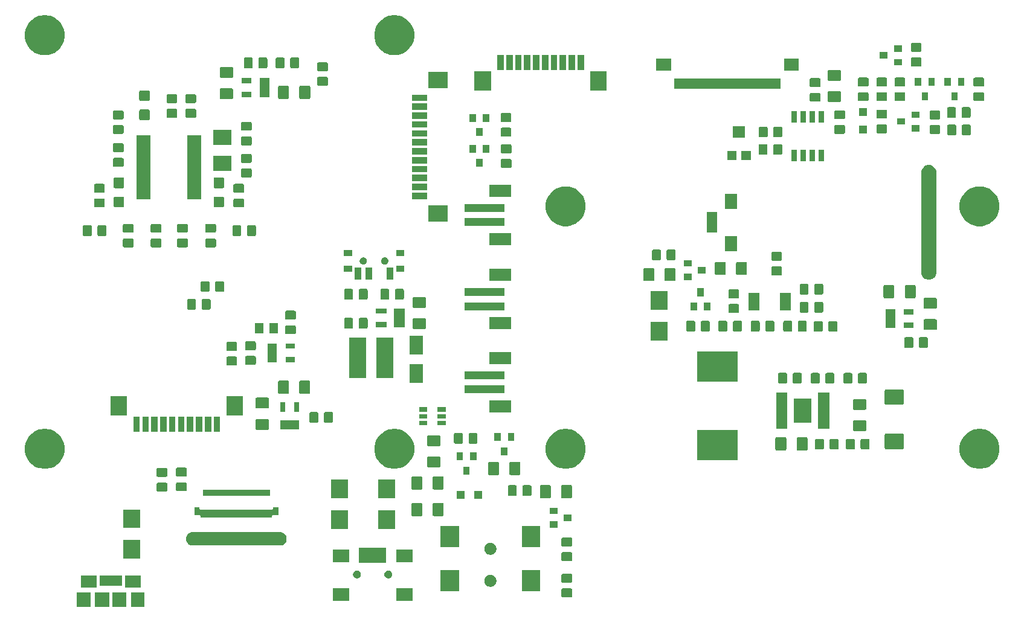
<source format=gts>
G04 #@! TF.GenerationSoftware,KiCad,Pcbnew,5.0.2-bee76a0~70~ubuntu18.04.1*
G04 #@! TF.CreationDate,2018-12-20T17:19:35+03:00*
G04 #@! TF.ProjectId,AA-PI-V2_2-Display-Board-NanoPiA64,41412d50-492d-4563-925f-322d44697370,2.2*
G04 #@! TF.SameCoordinates,Original*
G04 #@! TF.FileFunction,Soldermask,Top*
G04 #@! TF.FilePolarity,Negative*
%FSLAX46Y46*%
G04 Gerber Fmt 4.6, Leading zero omitted, Abs format (unit mm)*
G04 Created by KiCad (PCBNEW 5.0.2-bee76a0~70~ubuntu18.04.1) date Thu 20 Dec 2018 17:19:35 MSK*
%MOMM*%
%LPD*%
G01*
G04 APERTURE LIST*
%ADD10C,0.100000*%
G04 APERTURE END LIST*
D10*
G36*
X63350800Y-138350800D02*
X61349200Y-138350800D01*
X61349200Y-136349200D01*
X63350800Y-136349200D01*
X63350800Y-138350800D01*
X63350800Y-138350800D01*
G37*
G36*
X65750800Y-138350800D02*
X63749200Y-138350800D01*
X63749200Y-136349200D01*
X65750800Y-136349200D01*
X65750800Y-138350800D01*
X65750800Y-138350800D01*
G37*
G36*
X68300800Y-138350800D02*
X66399200Y-138350800D01*
X66399200Y-136349200D01*
X68300800Y-136349200D01*
X68300800Y-138350800D01*
X68300800Y-138350800D01*
G37*
G36*
X60700800Y-138350800D02*
X58799200Y-138350800D01*
X58799200Y-136349200D01*
X60700800Y-136349200D01*
X60700800Y-138350800D01*
X60700800Y-138350800D01*
G37*
G36*
X105850800Y-137550800D02*
X103549200Y-137550800D01*
X103549200Y-135749200D01*
X105850800Y-135749200D01*
X105850800Y-137550800D01*
X105850800Y-137550800D01*
G37*
G36*
X96950800Y-137550800D02*
X94649200Y-137550800D01*
X94649200Y-135749200D01*
X96950800Y-135749200D01*
X96950800Y-137550800D01*
X96950800Y-137550800D01*
G37*
G36*
X128056543Y-135777663D02*
X128094222Y-135789093D01*
X128128939Y-135807650D01*
X128159374Y-135832626D01*
X128184350Y-135863061D01*
X128202907Y-135897778D01*
X128214337Y-135935457D01*
X128218800Y-135980773D01*
X128218800Y-136817227D01*
X128214337Y-136862543D01*
X128202907Y-136900222D01*
X128184350Y-136934939D01*
X128159374Y-136965374D01*
X128128939Y-136990350D01*
X128094222Y-137008907D01*
X128056543Y-137020337D01*
X128011227Y-137024800D01*
X126924773Y-137024800D01*
X126879457Y-137020337D01*
X126841778Y-137008907D01*
X126807061Y-136990350D01*
X126776626Y-136965374D01*
X126751650Y-136934939D01*
X126733093Y-136900222D01*
X126721663Y-136862543D01*
X126717200Y-136817227D01*
X126717200Y-135980773D01*
X126721663Y-135935457D01*
X126733093Y-135897778D01*
X126751650Y-135863061D01*
X126776626Y-135832626D01*
X126807061Y-135807650D01*
X126841778Y-135789093D01*
X126879457Y-135777663D01*
X126924773Y-135773200D01*
X128011227Y-135773200D01*
X128056543Y-135777663D01*
X128056543Y-135777663D01*
G37*
G36*
X123751600Y-136201600D02*
X121148400Y-136201600D01*
X121148400Y-133198400D01*
X123751600Y-133198400D01*
X123751600Y-136201600D01*
X123751600Y-136201600D01*
G37*
G36*
X112351600Y-136201600D02*
X109748400Y-136201600D01*
X109748400Y-133198400D01*
X112351600Y-133198400D01*
X112351600Y-136201600D01*
X112351600Y-136201600D01*
G37*
G36*
X61550800Y-135650800D02*
X59349200Y-135650800D01*
X59349200Y-133949200D01*
X61550800Y-133949200D01*
X61550800Y-135650800D01*
X61550800Y-135650800D01*
G37*
G36*
X67750800Y-135650800D02*
X65549200Y-135650800D01*
X65549200Y-133949200D01*
X67750800Y-133949200D01*
X67750800Y-135650800D01*
X67750800Y-135650800D01*
G37*
G36*
X116998169Y-133881895D02*
X117153005Y-133946031D01*
X117292354Y-134039140D01*
X117410860Y-134157646D01*
X117503969Y-134296995D01*
X117568105Y-134451831D01*
X117600800Y-134616203D01*
X117600800Y-134783797D01*
X117568105Y-134948169D01*
X117503969Y-135103005D01*
X117410860Y-135242354D01*
X117292354Y-135360860D01*
X117153005Y-135453969D01*
X116998169Y-135518105D01*
X116833797Y-135550800D01*
X116666203Y-135550800D01*
X116501831Y-135518105D01*
X116346995Y-135453969D01*
X116207646Y-135360860D01*
X116089140Y-135242354D01*
X115996031Y-135103005D01*
X115931895Y-134948169D01*
X115899200Y-134783797D01*
X115899200Y-134616203D01*
X115931895Y-134451831D01*
X115996031Y-134296995D01*
X116089140Y-134157646D01*
X116207646Y-134039140D01*
X116346995Y-133946031D01*
X116501831Y-133881895D01*
X116666203Y-133849200D01*
X116833797Y-133849200D01*
X116998169Y-133881895D01*
X116998169Y-133881895D01*
G37*
G36*
X65100800Y-135400800D02*
X61999200Y-135400800D01*
X61999200Y-133949200D01*
X65100800Y-133949200D01*
X65100800Y-135400800D01*
X65100800Y-135400800D01*
G37*
G36*
X128056543Y-133727663D02*
X128094222Y-133739093D01*
X128128939Y-133757650D01*
X128159374Y-133782626D01*
X128184350Y-133813061D01*
X128202907Y-133847778D01*
X128214337Y-133885457D01*
X128218800Y-133930773D01*
X128218800Y-134767227D01*
X128214337Y-134812543D01*
X128202907Y-134850222D01*
X128184350Y-134884939D01*
X128159374Y-134915374D01*
X128128939Y-134940350D01*
X128094222Y-134958907D01*
X128056543Y-134970337D01*
X128011227Y-134974800D01*
X126924773Y-134974800D01*
X126879457Y-134970337D01*
X126841778Y-134958907D01*
X126807061Y-134940350D01*
X126776626Y-134915374D01*
X126751650Y-134884939D01*
X126733093Y-134850222D01*
X126721663Y-134812543D01*
X126717200Y-134767227D01*
X126717200Y-133930773D01*
X126721663Y-133885457D01*
X126733093Y-133847778D01*
X126751650Y-133813061D01*
X126776626Y-133782626D01*
X126807061Y-133757650D01*
X126841778Y-133739093D01*
X126879457Y-133727663D01*
X126924773Y-133723200D01*
X128011227Y-133723200D01*
X128056543Y-133727663D01*
X128056543Y-133727663D01*
G37*
G36*
X98139720Y-133256256D02*
X98210662Y-133270367D01*
X98310902Y-133311887D01*
X98400706Y-133371893D01*
X98401117Y-133372168D01*
X98477832Y-133448883D01*
X98477834Y-133448886D01*
X98538113Y-133539098D01*
X98579633Y-133639338D01*
X98600800Y-133745751D01*
X98600800Y-133854249D01*
X98579633Y-133960662D01*
X98538113Y-134060902D01*
X98478107Y-134150706D01*
X98477832Y-134151117D01*
X98401117Y-134227832D01*
X98401114Y-134227834D01*
X98310902Y-134288113D01*
X98210662Y-134329633D01*
X98139720Y-134343744D01*
X98104250Y-134350800D01*
X97995750Y-134350800D01*
X97960280Y-134343744D01*
X97889338Y-134329633D01*
X97789098Y-134288113D01*
X97698886Y-134227834D01*
X97698883Y-134227832D01*
X97622168Y-134151117D01*
X97621893Y-134150706D01*
X97561887Y-134060902D01*
X97520367Y-133960662D01*
X97499200Y-133854249D01*
X97499200Y-133745751D01*
X97520367Y-133639338D01*
X97561887Y-133539098D01*
X97622166Y-133448886D01*
X97622168Y-133448883D01*
X97698883Y-133372168D01*
X97699294Y-133371893D01*
X97789098Y-133311887D01*
X97889338Y-133270367D01*
X97960280Y-133256256D01*
X97995750Y-133249200D01*
X98104250Y-133249200D01*
X98139720Y-133256256D01*
X98139720Y-133256256D01*
G37*
G36*
X102539720Y-133256256D02*
X102610662Y-133270367D01*
X102710902Y-133311887D01*
X102800706Y-133371893D01*
X102801117Y-133372168D01*
X102877832Y-133448883D01*
X102877834Y-133448886D01*
X102938113Y-133539098D01*
X102979633Y-133639338D01*
X103000800Y-133745751D01*
X103000800Y-133854249D01*
X102979633Y-133960662D01*
X102938113Y-134060902D01*
X102878107Y-134150706D01*
X102877832Y-134151117D01*
X102801117Y-134227832D01*
X102801114Y-134227834D01*
X102710902Y-134288113D01*
X102610662Y-134329633D01*
X102539720Y-134343744D01*
X102504250Y-134350800D01*
X102395750Y-134350800D01*
X102360280Y-134343744D01*
X102289338Y-134329633D01*
X102189098Y-134288113D01*
X102098886Y-134227834D01*
X102098883Y-134227832D01*
X102022168Y-134151117D01*
X102021893Y-134150706D01*
X101961887Y-134060902D01*
X101920367Y-133960662D01*
X101899200Y-133854249D01*
X101899200Y-133745751D01*
X101920367Y-133639338D01*
X101961887Y-133539098D01*
X102022166Y-133448886D01*
X102022168Y-133448883D01*
X102098883Y-133372168D01*
X102099294Y-133371893D01*
X102189098Y-133311887D01*
X102289338Y-133270367D01*
X102360280Y-133256256D01*
X102395750Y-133249200D01*
X102504250Y-133249200D01*
X102539720Y-133256256D01*
X102539720Y-133256256D01*
G37*
G36*
X102150800Y-132150800D02*
X98349200Y-132150800D01*
X98349200Y-130049200D01*
X102150800Y-130049200D01*
X102150800Y-132150800D01*
X102150800Y-132150800D01*
G37*
G36*
X105850800Y-132100800D02*
X103549200Y-132100800D01*
X103549200Y-130299200D01*
X105850800Y-130299200D01*
X105850800Y-132100800D01*
X105850800Y-132100800D01*
G37*
G36*
X96950800Y-132100800D02*
X94649200Y-132100800D01*
X94649200Y-130299200D01*
X96950800Y-130299200D01*
X96950800Y-132100800D01*
X96950800Y-132100800D01*
G37*
G36*
X128056543Y-130697663D02*
X128094222Y-130709093D01*
X128128939Y-130727650D01*
X128159374Y-130752626D01*
X128184350Y-130783061D01*
X128202907Y-130817778D01*
X128214337Y-130855457D01*
X128218800Y-130900773D01*
X128218800Y-131737227D01*
X128214337Y-131782543D01*
X128202907Y-131820222D01*
X128184350Y-131854939D01*
X128159374Y-131885374D01*
X128128939Y-131910350D01*
X128094222Y-131928907D01*
X128056543Y-131940337D01*
X128011227Y-131944800D01*
X126924773Y-131944800D01*
X126879457Y-131940337D01*
X126841778Y-131928907D01*
X126807061Y-131910350D01*
X126776626Y-131885374D01*
X126751650Y-131854939D01*
X126733093Y-131820222D01*
X126721663Y-131782543D01*
X126717200Y-131737227D01*
X126717200Y-130900773D01*
X126721663Y-130855457D01*
X126733093Y-130817778D01*
X126751650Y-130783061D01*
X126776626Y-130752626D01*
X126807061Y-130727650D01*
X126841778Y-130709093D01*
X126879457Y-130697663D01*
X126924773Y-130693200D01*
X128011227Y-130693200D01*
X128056543Y-130697663D01*
X128056543Y-130697663D01*
G37*
G36*
X67680800Y-131600800D02*
X65279200Y-131600800D01*
X65279200Y-128999200D01*
X67680800Y-128999200D01*
X67680800Y-131600800D01*
X67680800Y-131600800D01*
G37*
G36*
X116998169Y-129381895D02*
X117153005Y-129446031D01*
X117292354Y-129539140D01*
X117410860Y-129657646D01*
X117503969Y-129796995D01*
X117568105Y-129951831D01*
X117600800Y-130116203D01*
X117600800Y-130283797D01*
X117568105Y-130448169D01*
X117503969Y-130603005D01*
X117410860Y-130742354D01*
X117292354Y-130860860D01*
X117153005Y-130953969D01*
X116998169Y-131018105D01*
X116833797Y-131050800D01*
X116666203Y-131050800D01*
X116501831Y-131018105D01*
X116346995Y-130953969D01*
X116207646Y-130860860D01*
X116089140Y-130742354D01*
X115996031Y-130603005D01*
X115931895Y-130448169D01*
X115899200Y-130283797D01*
X115899200Y-130116203D01*
X115931895Y-129951831D01*
X115996031Y-129796995D01*
X116089140Y-129657646D01*
X116207646Y-129539140D01*
X116346995Y-129446031D01*
X116501831Y-129381895D01*
X116666203Y-129349200D01*
X116833797Y-129349200D01*
X116998169Y-129381895D01*
X116998169Y-129381895D01*
G37*
G36*
X123751600Y-130001600D02*
X121148400Y-130001600D01*
X121148400Y-126998400D01*
X123751600Y-126998400D01*
X123751600Y-130001600D01*
X123751600Y-130001600D01*
G37*
G36*
X112351600Y-130001600D02*
X109748400Y-130001600D01*
X109748400Y-126998400D01*
X112351600Y-126998400D01*
X112351600Y-130001600D01*
X112351600Y-130001600D01*
G37*
G36*
X128056543Y-128647663D02*
X128094222Y-128659093D01*
X128128939Y-128677650D01*
X128159374Y-128702626D01*
X128184350Y-128733061D01*
X128202907Y-128767778D01*
X128214337Y-128805457D01*
X128218800Y-128850773D01*
X128218800Y-129687227D01*
X128214337Y-129732543D01*
X128202907Y-129770222D01*
X128184350Y-129804939D01*
X128159374Y-129835374D01*
X128128939Y-129860350D01*
X128094222Y-129878907D01*
X128056543Y-129890337D01*
X128011227Y-129894800D01*
X126924773Y-129894800D01*
X126879457Y-129890337D01*
X126841778Y-129878907D01*
X126807061Y-129860350D01*
X126776626Y-129835374D01*
X126751650Y-129804939D01*
X126733093Y-129770222D01*
X126721663Y-129732543D01*
X126717200Y-129687227D01*
X126717200Y-128850773D01*
X126721663Y-128805457D01*
X126733093Y-128767778D01*
X126751650Y-128733061D01*
X126776626Y-128702626D01*
X126807061Y-128677650D01*
X126841778Y-128659093D01*
X126879457Y-128647663D01*
X126924773Y-128643200D01*
X128011227Y-128643200D01*
X128056543Y-128647663D01*
X128056543Y-128647663D01*
G37*
G36*
X87436391Y-127872957D02*
X87615616Y-127927325D01*
X87780792Y-128015613D01*
X87925570Y-128134430D01*
X88044387Y-128279208D01*
X88132675Y-128444384D01*
X88187043Y-128623609D01*
X88205400Y-128810000D01*
X88187043Y-128996391D01*
X88132675Y-129175616D01*
X88044387Y-129340792D01*
X87925570Y-129485570D01*
X87780792Y-129604387D01*
X87615616Y-129692675D01*
X87436391Y-129747043D01*
X87296708Y-129760800D01*
X75003292Y-129760800D01*
X74863609Y-129747043D01*
X74684384Y-129692675D01*
X74519208Y-129604387D01*
X74374430Y-129485570D01*
X74255613Y-129340792D01*
X74167325Y-129175616D01*
X74112957Y-128996391D01*
X74094600Y-128810000D01*
X74112957Y-128623609D01*
X74167325Y-128444384D01*
X74255613Y-128279208D01*
X74374430Y-128134430D01*
X74519208Y-128015613D01*
X74684384Y-127927325D01*
X74863609Y-127872957D01*
X75003292Y-127859200D01*
X87296708Y-127859200D01*
X87436391Y-127872957D01*
X87436391Y-127872957D01*
G37*
G36*
X103400800Y-127400800D02*
X100999200Y-127400800D01*
X100999200Y-124799200D01*
X103400800Y-124799200D01*
X103400800Y-127400800D01*
X103400800Y-127400800D01*
G37*
G36*
X96800800Y-127400800D02*
X94399200Y-127400800D01*
X94399200Y-124799200D01*
X96800800Y-124799200D01*
X96800800Y-127400800D01*
X96800800Y-127400800D01*
G37*
G36*
X67680800Y-127300800D02*
X65279200Y-127300800D01*
X65279200Y-124699200D01*
X67680800Y-124699200D01*
X67680800Y-127300800D01*
X67680800Y-127300800D01*
G37*
G36*
X126150800Y-127250800D02*
X125049200Y-127250800D01*
X125049200Y-126349200D01*
X126150800Y-126349200D01*
X126150800Y-127250800D01*
X126150800Y-127250800D01*
G37*
G36*
X128150800Y-126300800D02*
X127049200Y-126300800D01*
X127049200Y-125399200D01*
X128150800Y-125399200D01*
X128150800Y-126300800D01*
X128150800Y-126300800D01*
G37*
G36*
X87030800Y-125522800D02*
X86275800Y-125522800D01*
X86251414Y-125525202D01*
X86227965Y-125532315D01*
X86206354Y-125543866D01*
X86187412Y-125559412D01*
X86171866Y-125578354D01*
X86160315Y-125599965D01*
X86153202Y-125623414D01*
X86150800Y-125647800D01*
X86150800Y-125798300D01*
X76149200Y-125798300D01*
X76149200Y-125648300D01*
X76146798Y-125623914D01*
X76139685Y-125600465D01*
X76128134Y-125578854D01*
X76112588Y-125559912D01*
X76093646Y-125544366D01*
X76072035Y-125532815D01*
X76048586Y-125525702D01*
X76024200Y-125523300D01*
X75269200Y-125523300D01*
X75269200Y-124421700D01*
X75970800Y-124421700D01*
X75970800Y-124571700D01*
X75973202Y-124596086D01*
X75980315Y-124619535D01*
X75991866Y-124641146D01*
X76007412Y-124660088D01*
X76026354Y-124675634D01*
X76047965Y-124687185D01*
X76071414Y-124694298D01*
X76095800Y-124696700D01*
X86204200Y-124696700D01*
X86228586Y-124694298D01*
X86252035Y-124687185D01*
X86273646Y-124675634D01*
X86292588Y-124660088D01*
X86308134Y-124641146D01*
X86319685Y-124619535D01*
X86326798Y-124596086D01*
X86329200Y-124571700D01*
X86329200Y-124421200D01*
X87030800Y-124421200D01*
X87030800Y-125522800D01*
X87030800Y-125522800D01*
G37*
G36*
X110050418Y-123778380D02*
X110085322Y-123788969D01*
X110117496Y-123806166D01*
X110145694Y-123829306D01*
X110168834Y-123857504D01*
X110186031Y-123889678D01*
X110196620Y-123924582D01*
X110200800Y-123967024D01*
X110200800Y-125432976D01*
X110196620Y-125475418D01*
X110186031Y-125510322D01*
X110168834Y-125542496D01*
X110145694Y-125570694D01*
X110117496Y-125593834D01*
X110085322Y-125611031D01*
X110050418Y-125621620D01*
X110007976Y-125625800D01*
X108867024Y-125625800D01*
X108824582Y-125621620D01*
X108789678Y-125611031D01*
X108757504Y-125593834D01*
X108729306Y-125570694D01*
X108706166Y-125542496D01*
X108688969Y-125510322D01*
X108678380Y-125475418D01*
X108674200Y-125432976D01*
X108674200Y-123967024D01*
X108678380Y-123924582D01*
X108688969Y-123889678D01*
X108706166Y-123857504D01*
X108729306Y-123829306D01*
X108757504Y-123806166D01*
X108789678Y-123788969D01*
X108824582Y-123778380D01*
X108867024Y-123774200D01*
X110007976Y-123774200D01*
X110050418Y-123778380D01*
X110050418Y-123778380D01*
G37*
G36*
X107075418Y-123778380D02*
X107110322Y-123788969D01*
X107142496Y-123806166D01*
X107170694Y-123829306D01*
X107193834Y-123857504D01*
X107211031Y-123889678D01*
X107221620Y-123924582D01*
X107225800Y-123967024D01*
X107225800Y-125432976D01*
X107221620Y-125475418D01*
X107211031Y-125510322D01*
X107193834Y-125542496D01*
X107170694Y-125570694D01*
X107142496Y-125593834D01*
X107110322Y-125611031D01*
X107075418Y-125621620D01*
X107032976Y-125625800D01*
X105892024Y-125625800D01*
X105849582Y-125621620D01*
X105814678Y-125611031D01*
X105782504Y-125593834D01*
X105754306Y-125570694D01*
X105731166Y-125542496D01*
X105713969Y-125510322D01*
X105703380Y-125475418D01*
X105699200Y-125432976D01*
X105699200Y-123967024D01*
X105703380Y-123924582D01*
X105713969Y-123889678D01*
X105731166Y-123857504D01*
X105754306Y-123829306D01*
X105782504Y-123806166D01*
X105814678Y-123788969D01*
X105849582Y-123778380D01*
X105892024Y-123774200D01*
X107032976Y-123774200D01*
X107075418Y-123778380D01*
X107075418Y-123778380D01*
G37*
G36*
X126150800Y-125350800D02*
X125049200Y-125350800D01*
X125049200Y-124449200D01*
X126150800Y-124449200D01*
X126150800Y-125350800D01*
X126150800Y-125350800D01*
G37*
G36*
X113116800Y-123190800D02*
X112015200Y-123190800D01*
X112015200Y-122089200D01*
X113116800Y-122089200D01*
X113116800Y-123190800D01*
X113116800Y-123190800D01*
G37*
G36*
X115616800Y-123190800D02*
X114515200Y-123190800D01*
X114515200Y-122089200D01*
X115616800Y-122089200D01*
X115616800Y-123190800D01*
X115616800Y-123190800D01*
G37*
G36*
X128050418Y-121278380D02*
X128085322Y-121288969D01*
X128117496Y-121306166D01*
X128145694Y-121329306D01*
X128168834Y-121357504D01*
X128186031Y-121389678D01*
X128196620Y-121424582D01*
X128200800Y-121467024D01*
X128200800Y-122932976D01*
X128196620Y-122975418D01*
X128186031Y-123010322D01*
X128168834Y-123042496D01*
X128145694Y-123070694D01*
X128117496Y-123093834D01*
X128085322Y-123111031D01*
X128050418Y-123121620D01*
X128007976Y-123125800D01*
X126867024Y-123125800D01*
X126824582Y-123121620D01*
X126789678Y-123111031D01*
X126757504Y-123093834D01*
X126729306Y-123070694D01*
X126706166Y-123042496D01*
X126688969Y-123010322D01*
X126678380Y-122975418D01*
X126674200Y-122932976D01*
X126674200Y-121467024D01*
X126678380Y-121424582D01*
X126688969Y-121389678D01*
X126706166Y-121357504D01*
X126729306Y-121329306D01*
X126757504Y-121306166D01*
X126789678Y-121288969D01*
X126824582Y-121278380D01*
X126867024Y-121274200D01*
X128007976Y-121274200D01*
X128050418Y-121278380D01*
X128050418Y-121278380D01*
G37*
G36*
X125075418Y-121278380D02*
X125110322Y-121288969D01*
X125142496Y-121306166D01*
X125170694Y-121329306D01*
X125193834Y-121357504D01*
X125211031Y-121389678D01*
X125221620Y-121424582D01*
X125225800Y-121467024D01*
X125225800Y-122932976D01*
X125221620Y-122975418D01*
X125211031Y-123010322D01*
X125193834Y-123042496D01*
X125170694Y-123070694D01*
X125142496Y-123093834D01*
X125110322Y-123111031D01*
X125075418Y-123121620D01*
X125032976Y-123125800D01*
X123892024Y-123125800D01*
X123849582Y-123121620D01*
X123814678Y-123111031D01*
X123782504Y-123093834D01*
X123754306Y-123070694D01*
X123731166Y-123042496D01*
X123713969Y-123010322D01*
X123703380Y-122975418D01*
X123699200Y-122932976D01*
X123699200Y-121467024D01*
X123703380Y-121424582D01*
X123713969Y-121389678D01*
X123731166Y-121357504D01*
X123754306Y-121329306D01*
X123782504Y-121306166D01*
X123814678Y-121288969D01*
X123849582Y-121278380D01*
X123892024Y-121274200D01*
X125032976Y-121274200D01*
X125075418Y-121278380D01*
X125075418Y-121278380D01*
G37*
G36*
X103400800Y-123100800D02*
X100999200Y-123100800D01*
X100999200Y-120499200D01*
X103400800Y-120499200D01*
X103400800Y-123100800D01*
X103400800Y-123100800D01*
G37*
G36*
X96800800Y-123100800D02*
X94399200Y-123100800D01*
X94399200Y-120499200D01*
X96800800Y-120499200D01*
X96800800Y-123100800D01*
X96800800Y-123100800D01*
G37*
G36*
X85850800Y-122823300D02*
X76449200Y-122823300D01*
X76449200Y-121921700D01*
X85850800Y-121921700D01*
X85850800Y-122823300D01*
X85850800Y-122823300D01*
G37*
G36*
X122338543Y-121303663D02*
X122376222Y-121315093D01*
X122410939Y-121333650D01*
X122441374Y-121358626D01*
X122466350Y-121389061D01*
X122484907Y-121423778D01*
X122496337Y-121461457D01*
X122500800Y-121506773D01*
X122500800Y-122593227D01*
X122496337Y-122638543D01*
X122484907Y-122676222D01*
X122466350Y-122710939D01*
X122441374Y-122741374D01*
X122410939Y-122766350D01*
X122376222Y-122784907D01*
X122338543Y-122796337D01*
X122293227Y-122800800D01*
X121456773Y-122800800D01*
X121411457Y-122796337D01*
X121373778Y-122784907D01*
X121339061Y-122766350D01*
X121308626Y-122741374D01*
X121283650Y-122710939D01*
X121265093Y-122676222D01*
X121253663Y-122638543D01*
X121249200Y-122593227D01*
X121249200Y-121506773D01*
X121253663Y-121461457D01*
X121265093Y-121423778D01*
X121283650Y-121389061D01*
X121308626Y-121358626D01*
X121339061Y-121333650D01*
X121373778Y-121315093D01*
X121411457Y-121303663D01*
X121456773Y-121299200D01*
X122293227Y-121299200D01*
X122338543Y-121303663D01*
X122338543Y-121303663D01*
G37*
G36*
X120288543Y-121303663D02*
X120326222Y-121315093D01*
X120360939Y-121333650D01*
X120391374Y-121358626D01*
X120416350Y-121389061D01*
X120434907Y-121423778D01*
X120446337Y-121461457D01*
X120450800Y-121506773D01*
X120450800Y-122593227D01*
X120446337Y-122638543D01*
X120434907Y-122676222D01*
X120416350Y-122710939D01*
X120391374Y-122741374D01*
X120360939Y-122766350D01*
X120326222Y-122784907D01*
X120288543Y-122796337D01*
X120243227Y-122800800D01*
X119406773Y-122800800D01*
X119361457Y-122796337D01*
X119323778Y-122784907D01*
X119289061Y-122766350D01*
X119258626Y-122741374D01*
X119233650Y-122710939D01*
X119215093Y-122676222D01*
X119203663Y-122638543D01*
X119199200Y-122593227D01*
X119199200Y-121506773D01*
X119203663Y-121461457D01*
X119215093Y-121423778D01*
X119233650Y-121389061D01*
X119258626Y-121358626D01*
X119289061Y-121333650D01*
X119323778Y-121315093D01*
X119361457Y-121303663D01*
X119406773Y-121299200D01*
X120243227Y-121299200D01*
X120288543Y-121303663D01*
X120288543Y-121303663D01*
G37*
G36*
X71318543Y-120933663D02*
X71356222Y-120945093D01*
X71390939Y-120963650D01*
X71421374Y-120988626D01*
X71446350Y-121019061D01*
X71464907Y-121053778D01*
X71476337Y-121091457D01*
X71480800Y-121136773D01*
X71480800Y-121973227D01*
X71476337Y-122018543D01*
X71464907Y-122056222D01*
X71446350Y-122090939D01*
X71421374Y-122121374D01*
X71390939Y-122146350D01*
X71356222Y-122164907D01*
X71318543Y-122176337D01*
X71273227Y-122180800D01*
X70186773Y-122180800D01*
X70141457Y-122176337D01*
X70103778Y-122164907D01*
X70069061Y-122146350D01*
X70038626Y-122121374D01*
X70013650Y-122090939D01*
X69995093Y-122056222D01*
X69983663Y-122018543D01*
X69979200Y-121973227D01*
X69979200Y-121136773D01*
X69983663Y-121091457D01*
X69995093Y-121053778D01*
X70013650Y-121019061D01*
X70038626Y-120988626D01*
X70069061Y-120963650D01*
X70103778Y-120945093D01*
X70141457Y-120933663D01*
X70186773Y-120929200D01*
X71273227Y-120929200D01*
X71318543Y-120933663D01*
X71318543Y-120933663D01*
G37*
G36*
X74038543Y-120893663D02*
X74076222Y-120905093D01*
X74110939Y-120923650D01*
X74141374Y-120948626D01*
X74166350Y-120979061D01*
X74184907Y-121013778D01*
X74196337Y-121051457D01*
X74200800Y-121096773D01*
X74200800Y-121933227D01*
X74196337Y-121978543D01*
X74184907Y-122016222D01*
X74166350Y-122050939D01*
X74141374Y-122081374D01*
X74110939Y-122106350D01*
X74076222Y-122124907D01*
X74038543Y-122136337D01*
X73993227Y-122140800D01*
X72906773Y-122140800D01*
X72861457Y-122136337D01*
X72823778Y-122124907D01*
X72789061Y-122106350D01*
X72758626Y-122081374D01*
X72733650Y-122050939D01*
X72715093Y-122016222D01*
X72703663Y-121978543D01*
X72699200Y-121933227D01*
X72699200Y-121096773D01*
X72703663Y-121051457D01*
X72715093Y-121013778D01*
X72733650Y-120979061D01*
X72758626Y-120948626D01*
X72789061Y-120923650D01*
X72823778Y-120905093D01*
X72861457Y-120893663D01*
X72906773Y-120889200D01*
X73993227Y-120889200D01*
X74038543Y-120893663D01*
X74038543Y-120893663D01*
G37*
G36*
X107075418Y-120058380D02*
X107110322Y-120068969D01*
X107142496Y-120086166D01*
X107170694Y-120109306D01*
X107193834Y-120137504D01*
X107211031Y-120169678D01*
X107221620Y-120204582D01*
X107225800Y-120247024D01*
X107225800Y-121712976D01*
X107221620Y-121755418D01*
X107211031Y-121790322D01*
X107193834Y-121822496D01*
X107170694Y-121850694D01*
X107142496Y-121873834D01*
X107110322Y-121891031D01*
X107075418Y-121901620D01*
X107032976Y-121905800D01*
X105892024Y-121905800D01*
X105849582Y-121901620D01*
X105814678Y-121891031D01*
X105782504Y-121873834D01*
X105754306Y-121850694D01*
X105731166Y-121822496D01*
X105713969Y-121790322D01*
X105703380Y-121755418D01*
X105699200Y-121712976D01*
X105699200Y-120247024D01*
X105703380Y-120204582D01*
X105713969Y-120169678D01*
X105731166Y-120137504D01*
X105754306Y-120109306D01*
X105782504Y-120086166D01*
X105814678Y-120068969D01*
X105849582Y-120058380D01*
X105892024Y-120054200D01*
X107032976Y-120054200D01*
X107075418Y-120058380D01*
X107075418Y-120058380D01*
G37*
G36*
X110050418Y-120058380D02*
X110085322Y-120068969D01*
X110117496Y-120086166D01*
X110145694Y-120109306D01*
X110168834Y-120137504D01*
X110186031Y-120169678D01*
X110196620Y-120204582D01*
X110200800Y-120247024D01*
X110200800Y-121712976D01*
X110196620Y-121755418D01*
X110186031Y-121790322D01*
X110168834Y-121822496D01*
X110145694Y-121850694D01*
X110117496Y-121873834D01*
X110085322Y-121891031D01*
X110050418Y-121901620D01*
X110007976Y-121905800D01*
X108867024Y-121905800D01*
X108824582Y-121901620D01*
X108789678Y-121891031D01*
X108757504Y-121873834D01*
X108729306Y-121850694D01*
X108706166Y-121822496D01*
X108688969Y-121790322D01*
X108678380Y-121755418D01*
X108674200Y-121712976D01*
X108674200Y-120247024D01*
X108678380Y-120204582D01*
X108688969Y-120169678D01*
X108706166Y-120137504D01*
X108729306Y-120109306D01*
X108757504Y-120086166D01*
X108789678Y-120068969D01*
X108824582Y-120058380D01*
X108867024Y-120054200D01*
X110007976Y-120054200D01*
X110050418Y-120058380D01*
X110050418Y-120058380D01*
G37*
G36*
X71318543Y-118883663D02*
X71356222Y-118895093D01*
X71390939Y-118913650D01*
X71421374Y-118938626D01*
X71446350Y-118969061D01*
X71464907Y-119003778D01*
X71476337Y-119041457D01*
X71480800Y-119086773D01*
X71480800Y-119923227D01*
X71476337Y-119968543D01*
X71464907Y-120006222D01*
X71446350Y-120040939D01*
X71421374Y-120071374D01*
X71390939Y-120096350D01*
X71356222Y-120114907D01*
X71318543Y-120126337D01*
X71273227Y-120130800D01*
X70186773Y-120130800D01*
X70141457Y-120126337D01*
X70103778Y-120114907D01*
X70069061Y-120096350D01*
X70038626Y-120071374D01*
X70013650Y-120040939D01*
X69995093Y-120006222D01*
X69983663Y-119968543D01*
X69979200Y-119923227D01*
X69979200Y-119086773D01*
X69983663Y-119041457D01*
X69995093Y-119003778D01*
X70013650Y-118969061D01*
X70038626Y-118938626D01*
X70069061Y-118913650D01*
X70103778Y-118895093D01*
X70141457Y-118883663D01*
X70186773Y-118879200D01*
X71273227Y-118879200D01*
X71318543Y-118883663D01*
X71318543Y-118883663D01*
G37*
G36*
X74038543Y-118843663D02*
X74076222Y-118855093D01*
X74110939Y-118873650D01*
X74141374Y-118898626D01*
X74166350Y-118929061D01*
X74184907Y-118963778D01*
X74196337Y-119001457D01*
X74200800Y-119046773D01*
X74200800Y-119883227D01*
X74196337Y-119928543D01*
X74184907Y-119966222D01*
X74166350Y-120000939D01*
X74141374Y-120031374D01*
X74110939Y-120056350D01*
X74076222Y-120074907D01*
X74038543Y-120086337D01*
X73993227Y-120090800D01*
X72906773Y-120090800D01*
X72861457Y-120086337D01*
X72823778Y-120074907D01*
X72789061Y-120056350D01*
X72758626Y-120031374D01*
X72733650Y-120000939D01*
X72715093Y-119966222D01*
X72703663Y-119928543D01*
X72699200Y-119883227D01*
X72699200Y-119046773D01*
X72703663Y-119001457D01*
X72715093Y-118963778D01*
X72733650Y-118929061D01*
X72758626Y-118898626D01*
X72789061Y-118873650D01*
X72823778Y-118855093D01*
X72861457Y-118843663D01*
X72906773Y-118839200D01*
X73993227Y-118839200D01*
X74038543Y-118843663D01*
X74038543Y-118843663D01*
G37*
G36*
X117825418Y-118028380D02*
X117860322Y-118038969D01*
X117892496Y-118056166D01*
X117920694Y-118079306D01*
X117943834Y-118107504D01*
X117961031Y-118139678D01*
X117971620Y-118174582D01*
X117975800Y-118217024D01*
X117975800Y-119682976D01*
X117971620Y-119725418D01*
X117961031Y-119760322D01*
X117943834Y-119792496D01*
X117920694Y-119820694D01*
X117892496Y-119843834D01*
X117860322Y-119861031D01*
X117825418Y-119871620D01*
X117782976Y-119875800D01*
X116642024Y-119875800D01*
X116599582Y-119871620D01*
X116564678Y-119861031D01*
X116532504Y-119843834D01*
X116504306Y-119820694D01*
X116481166Y-119792496D01*
X116463969Y-119760322D01*
X116453380Y-119725418D01*
X116449200Y-119682976D01*
X116449200Y-118217024D01*
X116453380Y-118174582D01*
X116463969Y-118139678D01*
X116481166Y-118107504D01*
X116504306Y-118079306D01*
X116532504Y-118056166D01*
X116564678Y-118038969D01*
X116599582Y-118028380D01*
X116642024Y-118024200D01*
X117782976Y-118024200D01*
X117825418Y-118028380D01*
X117825418Y-118028380D01*
G37*
G36*
X120800418Y-118028380D02*
X120835322Y-118038969D01*
X120867496Y-118056166D01*
X120895694Y-118079306D01*
X120918834Y-118107504D01*
X120936031Y-118139678D01*
X120946620Y-118174582D01*
X120950800Y-118217024D01*
X120950800Y-119682976D01*
X120946620Y-119725418D01*
X120936031Y-119760322D01*
X120918834Y-119792496D01*
X120895694Y-119820694D01*
X120867496Y-119843834D01*
X120835322Y-119861031D01*
X120800418Y-119871620D01*
X120757976Y-119875800D01*
X119617024Y-119875800D01*
X119574582Y-119871620D01*
X119539678Y-119861031D01*
X119507504Y-119843834D01*
X119479306Y-119820694D01*
X119456166Y-119792496D01*
X119438969Y-119760322D01*
X119428380Y-119725418D01*
X119424200Y-119682976D01*
X119424200Y-118217024D01*
X119428380Y-118174582D01*
X119438969Y-118139678D01*
X119456166Y-118107504D01*
X119479306Y-118079306D01*
X119507504Y-118056166D01*
X119539678Y-118038969D01*
X119574582Y-118028380D01*
X119617024Y-118024200D01*
X120757976Y-118024200D01*
X120800418Y-118028380D01*
X120800418Y-118028380D01*
G37*
G36*
X113854800Y-119818800D02*
X112953200Y-119818800D01*
X112953200Y-118717200D01*
X113854800Y-118717200D01*
X113854800Y-119818800D01*
X113854800Y-119818800D01*
G37*
G36*
X54764282Y-113437496D02*
X55116730Y-113507602D01*
X55295789Y-113581771D01*
X55626296Y-113718671D01*
X56084899Y-114025100D01*
X56474900Y-114415101D01*
X56781329Y-114873704D01*
X56875395Y-115100800D01*
X56992398Y-115383270D01*
X57002956Y-115436350D01*
X57100000Y-115924223D01*
X57100000Y-116475777D01*
X56992398Y-117016729D01*
X56781329Y-117526296D01*
X56474900Y-117984899D01*
X56084899Y-118374900D01*
X55626296Y-118681329D01*
X55374432Y-118785654D01*
X55116730Y-118892398D01*
X54932412Y-118929061D01*
X54575777Y-119000000D01*
X54024223Y-119000000D01*
X53667588Y-118929061D01*
X53483270Y-118892398D01*
X53225568Y-118785654D01*
X52973704Y-118681329D01*
X52515101Y-118374900D01*
X52125100Y-117984899D01*
X51818671Y-117526296D01*
X51607602Y-117016729D01*
X51500000Y-116475777D01*
X51500000Y-115924223D01*
X51597044Y-115436350D01*
X51607602Y-115383270D01*
X51724605Y-115100800D01*
X51818671Y-114873704D01*
X52125100Y-114415101D01*
X52515101Y-114025100D01*
X52973704Y-113718671D01*
X53304211Y-113581771D01*
X53483270Y-113507602D01*
X53835718Y-113437496D01*
X54024223Y-113400000D01*
X54575777Y-113400000D01*
X54764282Y-113437496D01*
X54764282Y-113437496D01*
G37*
G36*
X127764282Y-113437496D02*
X128116730Y-113507602D01*
X128295789Y-113581771D01*
X128626296Y-113718671D01*
X129084899Y-114025100D01*
X129474900Y-114415101D01*
X129781329Y-114873704D01*
X129875395Y-115100800D01*
X129992398Y-115383270D01*
X130002956Y-115436350D01*
X130100000Y-115924223D01*
X130100000Y-116475777D01*
X129992398Y-117016729D01*
X129781329Y-117526296D01*
X129474900Y-117984899D01*
X129084899Y-118374900D01*
X128626296Y-118681329D01*
X128374432Y-118785654D01*
X128116730Y-118892398D01*
X127932412Y-118929061D01*
X127575777Y-119000000D01*
X127024223Y-119000000D01*
X126667588Y-118929061D01*
X126483270Y-118892398D01*
X126225568Y-118785654D01*
X125973704Y-118681329D01*
X125515101Y-118374900D01*
X125125100Y-117984899D01*
X124818671Y-117526296D01*
X124607602Y-117016729D01*
X124500000Y-116475777D01*
X124500000Y-115924223D01*
X124597044Y-115436350D01*
X124607602Y-115383270D01*
X124724605Y-115100800D01*
X124818671Y-114873704D01*
X125125100Y-114415101D01*
X125515101Y-114025100D01*
X125973704Y-113718671D01*
X126304211Y-113581771D01*
X126483270Y-113507602D01*
X126835718Y-113437496D01*
X127024223Y-113400000D01*
X127575777Y-113400000D01*
X127764282Y-113437496D01*
X127764282Y-113437496D01*
G37*
G36*
X103764282Y-113437496D02*
X104116730Y-113507602D01*
X104295789Y-113581771D01*
X104626296Y-113718671D01*
X105084899Y-114025100D01*
X105474900Y-114415101D01*
X105781329Y-114873704D01*
X105875395Y-115100800D01*
X105992398Y-115383270D01*
X106002956Y-115436350D01*
X106100000Y-115924223D01*
X106100000Y-116475777D01*
X105992398Y-117016729D01*
X105781329Y-117526296D01*
X105474900Y-117984899D01*
X105084899Y-118374900D01*
X104626296Y-118681329D01*
X104374432Y-118785654D01*
X104116730Y-118892398D01*
X103932412Y-118929061D01*
X103575777Y-119000000D01*
X103024223Y-119000000D01*
X102667588Y-118929061D01*
X102483270Y-118892398D01*
X102225568Y-118785654D01*
X101973704Y-118681329D01*
X101515101Y-118374900D01*
X101125100Y-117984899D01*
X100818671Y-117526296D01*
X100607602Y-117016729D01*
X100500000Y-116475777D01*
X100500000Y-115924223D01*
X100597044Y-115436350D01*
X100607602Y-115383270D01*
X100724605Y-115100800D01*
X100818671Y-114873704D01*
X101125100Y-114415101D01*
X101515101Y-114025100D01*
X101973704Y-113718671D01*
X102304211Y-113581771D01*
X102483270Y-113507602D01*
X102835718Y-113437496D01*
X103024223Y-113400000D01*
X103575777Y-113400000D01*
X103764282Y-113437496D01*
X103764282Y-113437496D01*
G37*
G36*
X185764282Y-113437496D02*
X186116730Y-113507602D01*
X186295789Y-113581771D01*
X186626296Y-113718671D01*
X187084899Y-114025100D01*
X187474900Y-114415101D01*
X187781329Y-114873704D01*
X187875395Y-115100800D01*
X187992398Y-115383270D01*
X188002956Y-115436350D01*
X188100000Y-115924223D01*
X188100000Y-116475777D01*
X187992398Y-117016729D01*
X187781329Y-117526296D01*
X187474900Y-117984899D01*
X187084899Y-118374900D01*
X186626296Y-118681329D01*
X186374432Y-118785654D01*
X186116730Y-118892398D01*
X185932412Y-118929061D01*
X185575777Y-119000000D01*
X185024223Y-119000000D01*
X184667588Y-118929061D01*
X184483270Y-118892398D01*
X184225568Y-118785654D01*
X183973704Y-118681329D01*
X183515101Y-118374900D01*
X183125100Y-117984899D01*
X182818671Y-117526296D01*
X182607602Y-117016729D01*
X182500000Y-116475777D01*
X182500000Y-115924223D01*
X182597044Y-115436350D01*
X182607602Y-115383270D01*
X182724605Y-115100800D01*
X182818671Y-114873704D01*
X183125100Y-114415101D01*
X183515101Y-114025100D01*
X183973704Y-113718671D01*
X184304211Y-113581771D01*
X184483270Y-113507602D01*
X184835718Y-113437496D01*
X185024223Y-113400000D01*
X185575777Y-113400000D01*
X185764282Y-113437496D01*
X185764282Y-113437496D01*
G37*
G36*
X109605418Y-117268380D02*
X109640322Y-117278969D01*
X109672496Y-117296166D01*
X109700694Y-117319306D01*
X109723834Y-117347504D01*
X109741031Y-117379678D01*
X109751620Y-117414582D01*
X109755800Y-117457024D01*
X109755800Y-118597976D01*
X109751620Y-118640418D01*
X109741031Y-118675322D01*
X109723834Y-118707496D01*
X109700694Y-118735694D01*
X109672496Y-118758834D01*
X109640322Y-118776031D01*
X109605418Y-118786620D01*
X109562976Y-118790800D01*
X108097024Y-118790800D01*
X108054582Y-118786620D01*
X108019678Y-118776031D01*
X107987504Y-118758834D01*
X107959306Y-118735694D01*
X107936166Y-118707496D01*
X107918969Y-118675322D01*
X107908380Y-118640418D01*
X107904200Y-118597976D01*
X107904200Y-117457024D01*
X107908380Y-117414582D01*
X107918969Y-117379678D01*
X107936166Y-117347504D01*
X107959306Y-117319306D01*
X107987504Y-117296166D01*
X108019678Y-117278969D01*
X108054582Y-117268380D01*
X108097024Y-117264200D01*
X109562976Y-117264200D01*
X109605418Y-117268380D01*
X109605418Y-117268380D01*
G37*
G36*
X114804800Y-117818800D02*
X113903200Y-117818800D01*
X113903200Y-116717200D01*
X114804800Y-116717200D01*
X114804800Y-117818800D01*
X114804800Y-117818800D01*
G37*
G36*
X112904800Y-117818800D02*
X112003200Y-117818800D01*
X112003200Y-116717200D01*
X112904800Y-116717200D01*
X112904800Y-117818800D01*
X112904800Y-117818800D01*
G37*
G36*
X151451600Y-117751600D02*
X145748400Y-117751600D01*
X145748400Y-113548400D01*
X151451600Y-113548400D01*
X151451600Y-117751600D01*
X151451600Y-117751600D01*
G37*
G36*
X119150800Y-117100800D02*
X118249200Y-117100800D01*
X118249200Y-115999200D01*
X119150800Y-115999200D01*
X119150800Y-117100800D01*
X119150800Y-117100800D01*
G37*
G36*
X161050418Y-114578380D02*
X161085322Y-114588969D01*
X161117496Y-114606166D01*
X161145694Y-114629306D01*
X161168834Y-114657504D01*
X161186031Y-114689678D01*
X161196620Y-114724582D01*
X161200800Y-114767024D01*
X161200800Y-116232976D01*
X161196620Y-116275418D01*
X161186031Y-116310322D01*
X161168834Y-116342496D01*
X161145694Y-116370694D01*
X161117496Y-116393834D01*
X161085322Y-116411031D01*
X161050418Y-116421620D01*
X161007976Y-116425800D01*
X159867024Y-116425800D01*
X159824582Y-116421620D01*
X159789678Y-116411031D01*
X159757504Y-116393834D01*
X159729306Y-116370694D01*
X159706166Y-116342496D01*
X159688969Y-116310322D01*
X159678380Y-116275418D01*
X159674200Y-116232976D01*
X159674200Y-114767024D01*
X159678380Y-114724582D01*
X159688969Y-114689678D01*
X159706166Y-114657504D01*
X159729306Y-114629306D01*
X159757504Y-114606166D01*
X159789678Y-114588969D01*
X159824582Y-114578380D01*
X159867024Y-114574200D01*
X161007976Y-114574200D01*
X161050418Y-114578380D01*
X161050418Y-114578380D01*
G37*
G36*
X158075418Y-114578380D02*
X158110322Y-114588969D01*
X158142496Y-114606166D01*
X158170694Y-114629306D01*
X158193834Y-114657504D01*
X158211031Y-114689678D01*
X158221620Y-114724582D01*
X158225800Y-114767024D01*
X158225800Y-116232976D01*
X158221620Y-116275418D01*
X158211031Y-116310322D01*
X158193834Y-116342496D01*
X158170694Y-116370694D01*
X158142496Y-116393834D01*
X158110322Y-116411031D01*
X158075418Y-116421620D01*
X158032976Y-116425800D01*
X156892024Y-116425800D01*
X156849582Y-116421620D01*
X156814678Y-116411031D01*
X156782504Y-116393834D01*
X156754306Y-116370694D01*
X156731166Y-116342496D01*
X156713969Y-116310322D01*
X156703380Y-116275418D01*
X156699200Y-116232976D01*
X156699200Y-114767024D01*
X156703380Y-114724582D01*
X156713969Y-114689678D01*
X156731166Y-114657504D01*
X156754306Y-114629306D01*
X156782504Y-114606166D01*
X156814678Y-114588969D01*
X156849582Y-114578380D01*
X156892024Y-114574200D01*
X158032976Y-114574200D01*
X158075418Y-114578380D01*
X158075418Y-114578380D01*
G37*
G36*
X165388543Y-114797663D02*
X165426222Y-114809093D01*
X165460939Y-114827650D01*
X165491374Y-114852626D01*
X165516350Y-114883061D01*
X165534907Y-114917778D01*
X165546337Y-114955457D01*
X165550800Y-115000773D01*
X165550800Y-116087227D01*
X165546337Y-116132543D01*
X165534907Y-116170222D01*
X165516350Y-116204939D01*
X165491374Y-116235374D01*
X165460939Y-116260350D01*
X165426222Y-116278907D01*
X165388543Y-116290337D01*
X165343227Y-116294800D01*
X164506773Y-116294800D01*
X164461457Y-116290337D01*
X164423778Y-116278907D01*
X164389061Y-116260350D01*
X164358626Y-116235374D01*
X164333650Y-116204939D01*
X164315093Y-116170222D01*
X164303663Y-116132543D01*
X164299200Y-116087227D01*
X164299200Y-115000773D01*
X164303663Y-114955457D01*
X164315093Y-114917778D01*
X164333650Y-114883061D01*
X164358626Y-114852626D01*
X164389061Y-114827650D01*
X164423778Y-114809093D01*
X164461457Y-114797663D01*
X164506773Y-114793200D01*
X165343227Y-114793200D01*
X165388543Y-114797663D01*
X165388543Y-114797663D01*
G37*
G36*
X169724543Y-114797663D02*
X169762222Y-114809093D01*
X169796939Y-114827650D01*
X169827374Y-114852626D01*
X169852350Y-114883061D01*
X169870907Y-114917778D01*
X169882337Y-114955457D01*
X169886800Y-115000773D01*
X169886800Y-116087227D01*
X169882337Y-116132543D01*
X169870907Y-116170222D01*
X169852350Y-116204939D01*
X169827374Y-116235374D01*
X169796939Y-116260350D01*
X169762222Y-116278907D01*
X169724543Y-116290337D01*
X169679227Y-116294800D01*
X168842773Y-116294800D01*
X168797457Y-116290337D01*
X168759778Y-116278907D01*
X168725061Y-116260350D01*
X168694626Y-116235374D01*
X168669650Y-116204939D01*
X168651093Y-116170222D01*
X168639663Y-116132543D01*
X168635200Y-116087227D01*
X168635200Y-115000773D01*
X168639663Y-114955457D01*
X168651093Y-114917778D01*
X168669650Y-114883061D01*
X168694626Y-114852626D01*
X168725061Y-114827650D01*
X168759778Y-114809093D01*
X168797457Y-114797663D01*
X168842773Y-114793200D01*
X169679227Y-114793200D01*
X169724543Y-114797663D01*
X169724543Y-114797663D01*
G37*
G36*
X167674543Y-114797663D02*
X167712222Y-114809093D01*
X167746939Y-114827650D01*
X167777374Y-114852626D01*
X167802350Y-114883061D01*
X167820907Y-114917778D01*
X167832337Y-114955457D01*
X167836800Y-115000773D01*
X167836800Y-116087227D01*
X167832337Y-116132543D01*
X167820907Y-116170222D01*
X167802350Y-116204939D01*
X167777374Y-116235374D01*
X167746939Y-116260350D01*
X167712222Y-116278907D01*
X167674543Y-116290337D01*
X167629227Y-116294800D01*
X166792773Y-116294800D01*
X166747457Y-116290337D01*
X166709778Y-116278907D01*
X166675061Y-116260350D01*
X166644626Y-116235374D01*
X166619650Y-116204939D01*
X166601093Y-116170222D01*
X166589663Y-116132543D01*
X166585200Y-116087227D01*
X166585200Y-115000773D01*
X166589663Y-114955457D01*
X166601093Y-114917778D01*
X166619650Y-114883061D01*
X166644626Y-114852626D01*
X166675061Y-114827650D01*
X166709778Y-114809093D01*
X166747457Y-114797663D01*
X166792773Y-114793200D01*
X167629227Y-114793200D01*
X167674543Y-114797663D01*
X167674543Y-114797663D01*
G37*
G36*
X163338543Y-114797663D02*
X163376222Y-114809093D01*
X163410939Y-114827650D01*
X163441374Y-114852626D01*
X163466350Y-114883061D01*
X163484907Y-114917778D01*
X163496337Y-114955457D01*
X163500800Y-115000773D01*
X163500800Y-116087227D01*
X163496337Y-116132543D01*
X163484907Y-116170222D01*
X163466350Y-116204939D01*
X163441374Y-116235374D01*
X163410939Y-116260350D01*
X163376222Y-116278907D01*
X163338543Y-116290337D01*
X163293227Y-116294800D01*
X162456773Y-116294800D01*
X162411457Y-116290337D01*
X162373778Y-116278907D01*
X162339061Y-116260350D01*
X162308626Y-116235374D01*
X162283650Y-116204939D01*
X162265093Y-116170222D01*
X162253663Y-116132543D01*
X162249200Y-116087227D01*
X162249200Y-115000773D01*
X162253663Y-114955457D01*
X162265093Y-114917778D01*
X162283650Y-114883061D01*
X162308626Y-114852626D01*
X162339061Y-114827650D01*
X162373778Y-114809093D01*
X162411457Y-114797663D01*
X162456773Y-114793200D01*
X163293227Y-114793200D01*
X163338543Y-114797663D01*
X163338543Y-114797663D01*
G37*
G36*
X174540970Y-114078009D02*
X174572255Y-114087499D01*
X174601082Y-114102908D01*
X174626353Y-114123647D01*
X174647092Y-114148918D01*
X174662501Y-114177745D01*
X174671991Y-114209030D01*
X174675800Y-114247702D01*
X174675800Y-116077298D01*
X174671991Y-116115970D01*
X174662501Y-116147255D01*
X174647092Y-116176082D01*
X174626353Y-116201353D01*
X174601082Y-116222092D01*
X174572255Y-116237501D01*
X174540970Y-116246991D01*
X174502298Y-116250800D01*
X172197702Y-116250800D01*
X172159030Y-116246991D01*
X172127745Y-116237501D01*
X172098918Y-116222092D01*
X172073647Y-116201353D01*
X172052908Y-116176082D01*
X172037499Y-116147255D01*
X172028009Y-116115970D01*
X172024200Y-116077298D01*
X172024200Y-114247702D01*
X172028009Y-114209030D01*
X172037499Y-114177745D01*
X172052908Y-114148918D01*
X172073647Y-114123647D01*
X172098918Y-114102908D01*
X172127745Y-114087499D01*
X172159030Y-114078009D01*
X172197702Y-114074200D01*
X174502298Y-114074200D01*
X174540970Y-114078009D01*
X174540970Y-114078009D01*
G37*
G36*
X109605418Y-114293380D02*
X109640322Y-114303969D01*
X109672496Y-114321166D01*
X109700694Y-114344306D01*
X109723834Y-114372504D01*
X109741031Y-114404678D01*
X109751620Y-114439582D01*
X109755800Y-114482024D01*
X109755800Y-115622976D01*
X109751620Y-115665418D01*
X109741031Y-115700322D01*
X109723834Y-115732496D01*
X109700694Y-115760694D01*
X109672496Y-115783834D01*
X109640322Y-115801031D01*
X109605418Y-115811620D01*
X109562976Y-115815800D01*
X108097024Y-115815800D01*
X108054582Y-115811620D01*
X108019678Y-115801031D01*
X107987504Y-115783834D01*
X107959306Y-115760694D01*
X107936166Y-115732496D01*
X107918969Y-115700322D01*
X107908380Y-115665418D01*
X107904200Y-115622976D01*
X107904200Y-114482024D01*
X107908380Y-114439582D01*
X107918969Y-114404678D01*
X107936166Y-114372504D01*
X107959306Y-114344306D01*
X107987504Y-114321166D01*
X108019678Y-114303969D01*
X108054582Y-114293380D01*
X108097024Y-114289200D01*
X109562976Y-114289200D01*
X109605418Y-114293380D01*
X109605418Y-114293380D01*
G37*
G36*
X112738543Y-113973663D02*
X112776222Y-113985093D01*
X112810939Y-114003650D01*
X112841374Y-114028626D01*
X112866350Y-114059061D01*
X112884907Y-114093778D01*
X112896337Y-114131457D01*
X112900800Y-114176773D01*
X112900800Y-115263227D01*
X112896337Y-115308543D01*
X112884907Y-115346222D01*
X112866350Y-115380939D01*
X112841374Y-115411374D01*
X112810939Y-115436350D01*
X112776222Y-115454907D01*
X112738543Y-115466337D01*
X112693227Y-115470800D01*
X111856773Y-115470800D01*
X111811457Y-115466337D01*
X111773778Y-115454907D01*
X111739061Y-115436350D01*
X111708626Y-115411374D01*
X111683650Y-115380939D01*
X111665093Y-115346222D01*
X111653663Y-115308543D01*
X111649200Y-115263227D01*
X111649200Y-114176773D01*
X111653663Y-114131457D01*
X111665093Y-114093778D01*
X111683650Y-114059061D01*
X111708626Y-114028626D01*
X111739061Y-114003650D01*
X111773778Y-113985093D01*
X111811457Y-113973663D01*
X111856773Y-113969200D01*
X112693227Y-113969200D01*
X112738543Y-113973663D01*
X112738543Y-113973663D01*
G37*
G36*
X114788543Y-113973663D02*
X114826222Y-113985093D01*
X114860939Y-114003650D01*
X114891374Y-114028626D01*
X114916350Y-114059061D01*
X114934907Y-114093778D01*
X114946337Y-114131457D01*
X114950800Y-114176773D01*
X114950800Y-115263227D01*
X114946337Y-115308543D01*
X114934907Y-115346222D01*
X114916350Y-115380939D01*
X114891374Y-115411374D01*
X114860939Y-115436350D01*
X114826222Y-115454907D01*
X114788543Y-115466337D01*
X114743227Y-115470800D01*
X113906773Y-115470800D01*
X113861457Y-115466337D01*
X113823778Y-115454907D01*
X113789061Y-115436350D01*
X113758626Y-115411374D01*
X113733650Y-115380939D01*
X113715093Y-115346222D01*
X113703663Y-115308543D01*
X113699200Y-115263227D01*
X113699200Y-114176773D01*
X113703663Y-114131457D01*
X113715093Y-114093778D01*
X113733650Y-114059061D01*
X113758626Y-114028626D01*
X113789061Y-114003650D01*
X113823778Y-113985093D01*
X113861457Y-113973663D01*
X113906773Y-113969200D01*
X114743227Y-113969200D01*
X114788543Y-113973663D01*
X114788543Y-113973663D01*
G37*
G36*
X118200800Y-115100800D02*
X117299200Y-115100800D01*
X117299200Y-113999200D01*
X118200800Y-113999200D01*
X118200800Y-115100800D01*
X118200800Y-115100800D01*
G37*
G36*
X120100800Y-115100800D02*
X119199200Y-115100800D01*
X119199200Y-113999200D01*
X120100800Y-113999200D01*
X120100800Y-115100800D01*
X120100800Y-115100800D01*
G37*
G36*
X67625800Y-113800800D02*
X66724200Y-113800800D01*
X66724200Y-111699200D01*
X67625800Y-111699200D01*
X67625800Y-113800800D01*
X67625800Y-113800800D01*
G37*
G36*
X70125800Y-113800800D02*
X69224200Y-113800800D01*
X69224200Y-111699200D01*
X70125800Y-111699200D01*
X70125800Y-113800800D01*
X70125800Y-113800800D01*
G37*
G36*
X68875800Y-113800800D02*
X67974200Y-113800800D01*
X67974200Y-111699200D01*
X68875800Y-111699200D01*
X68875800Y-113800800D01*
X68875800Y-113800800D01*
G37*
G36*
X71375800Y-113800800D02*
X70474200Y-113800800D01*
X70474200Y-111699200D01*
X71375800Y-111699200D01*
X71375800Y-113800800D01*
X71375800Y-113800800D01*
G37*
G36*
X72625800Y-113800800D02*
X71724200Y-113800800D01*
X71724200Y-111699200D01*
X72625800Y-111699200D01*
X72625800Y-113800800D01*
X72625800Y-113800800D01*
G37*
G36*
X78875800Y-113800800D02*
X77974200Y-113800800D01*
X77974200Y-111699200D01*
X78875800Y-111699200D01*
X78875800Y-113800800D01*
X78875800Y-113800800D01*
G37*
G36*
X77625800Y-113800800D02*
X76724200Y-113800800D01*
X76724200Y-111699200D01*
X77625800Y-111699200D01*
X77625800Y-113800800D01*
X77625800Y-113800800D01*
G37*
G36*
X76375800Y-113800800D02*
X75474200Y-113800800D01*
X75474200Y-111699200D01*
X76375800Y-111699200D01*
X76375800Y-113800800D01*
X76375800Y-113800800D01*
G37*
G36*
X75125800Y-113800800D02*
X74224200Y-113800800D01*
X74224200Y-111699200D01*
X75125800Y-111699200D01*
X75125800Y-113800800D01*
X75125800Y-113800800D01*
G37*
G36*
X73875800Y-113800800D02*
X72974200Y-113800800D01*
X72974200Y-111699200D01*
X73875800Y-111699200D01*
X73875800Y-113800800D01*
X73875800Y-113800800D01*
G37*
G36*
X169275418Y-112178380D02*
X169310322Y-112188969D01*
X169342496Y-112206166D01*
X169370694Y-112229306D01*
X169393834Y-112257504D01*
X169411031Y-112289678D01*
X169421620Y-112324582D01*
X169425800Y-112367024D01*
X169425800Y-113507976D01*
X169421620Y-113550418D01*
X169411031Y-113585322D01*
X169393834Y-113617496D01*
X169370694Y-113645694D01*
X169342496Y-113668834D01*
X169310322Y-113686031D01*
X169275418Y-113696620D01*
X169232976Y-113700800D01*
X167767024Y-113700800D01*
X167724582Y-113696620D01*
X167689678Y-113686031D01*
X167657504Y-113668834D01*
X167629306Y-113645694D01*
X167606166Y-113617496D01*
X167588969Y-113585322D01*
X167578380Y-113550418D01*
X167574200Y-113507976D01*
X167574200Y-112367024D01*
X167578380Y-112324582D01*
X167588969Y-112289678D01*
X167606166Y-112257504D01*
X167629306Y-112229306D01*
X167657504Y-112206166D01*
X167689678Y-112188969D01*
X167724582Y-112178380D01*
X167767024Y-112174200D01*
X169232976Y-112174200D01*
X169275418Y-112178380D01*
X169275418Y-112178380D01*
G37*
G36*
X85555418Y-111998380D02*
X85590322Y-112008969D01*
X85622496Y-112026166D01*
X85650694Y-112049306D01*
X85673834Y-112077504D01*
X85691031Y-112109678D01*
X85701620Y-112144582D01*
X85705800Y-112187024D01*
X85705800Y-113327976D01*
X85701620Y-113370418D01*
X85691031Y-113405322D01*
X85673834Y-113437496D01*
X85650694Y-113465694D01*
X85622496Y-113488834D01*
X85590322Y-113506031D01*
X85555418Y-113516620D01*
X85512976Y-113520800D01*
X84047024Y-113520800D01*
X84004582Y-113516620D01*
X83969678Y-113506031D01*
X83937504Y-113488834D01*
X83909306Y-113465694D01*
X83886166Y-113437496D01*
X83868969Y-113405322D01*
X83858380Y-113370418D01*
X83854200Y-113327976D01*
X83854200Y-112187024D01*
X83858380Y-112144582D01*
X83868969Y-112109678D01*
X83886166Y-112077504D01*
X83909306Y-112049306D01*
X83937504Y-112026166D01*
X83969678Y-112008969D01*
X84004582Y-111998380D01*
X84047024Y-111994200D01*
X85512976Y-111994200D01*
X85555418Y-111998380D01*
X85555418Y-111998380D01*
G37*
G36*
X89930800Y-113500800D02*
X87329200Y-113500800D01*
X87329200Y-112199200D01*
X89930800Y-112199200D01*
X89930800Y-113500800D01*
X89930800Y-113500800D01*
G37*
G36*
X158370300Y-113422800D02*
X156793700Y-113422800D01*
X156793700Y-108321200D01*
X158370300Y-108321200D01*
X158370300Y-113422800D01*
X158370300Y-113422800D01*
G37*
G36*
X164246300Y-113422800D02*
X162669700Y-113422800D01*
X162669700Y-108321200D01*
X164246300Y-108321200D01*
X164246300Y-113422800D01*
X164246300Y-113422800D01*
G37*
G36*
X110505800Y-112915800D02*
X109354200Y-112915800D01*
X109354200Y-112264200D01*
X110505800Y-112264200D01*
X110505800Y-112915800D01*
X110505800Y-112915800D01*
G37*
G36*
X107905800Y-112915800D02*
X106754200Y-112915800D01*
X106754200Y-112264200D01*
X107905800Y-112264200D01*
X107905800Y-112915800D01*
X107905800Y-112915800D01*
G37*
G36*
X161775800Y-112567800D02*
X159264200Y-112567800D01*
X159264200Y-109176200D01*
X161775800Y-109176200D01*
X161775800Y-112567800D01*
X161775800Y-112567800D01*
G37*
G36*
X94528543Y-111043663D02*
X94566222Y-111055093D01*
X94600939Y-111073650D01*
X94631374Y-111098626D01*
X94656350Y-111129061D01*
X94674907Y-111163778D01*
X94686337Y-111201457D01*
X94690800Y-111246773D01*
X94690800Y-112333227D01*
X94686337Y-112378543D01*
X94674907Y-112416222D01*
X94656350Y-112450939D01*
X94631374Y-112481374D01*
X94600939Y-112506350D01*
X94566222Y-112524907D01*
X94528543Y-112536337D01*
X94483227Y-112540800D01*
X93646773Y-112540800D01*
X93601457Y-112536337D01*
X93563778Y-112524907D01*
X93529061Y-112506350D01*
X93498626Y-112481374D01*
X93473650Y-112450939D01*
X93455093Y-112416222D01*
X93443663Y-112378543D01*
X93439200Y-112333227D01*
X93439200Y-111246773D01*
X93443663Y-111201457D01*
X93455093Y-111163778D01*
X93473650Y-111129061D01*
X93498626Y-111098626D01*
X93529061Y-111073650D01*
X93563778Y-111055093D01*
X93601457Y-111043663D01*
X93646773Y-111039200D01*
X94483227Y-111039200D01*
X94528543Y-111043663D01*
X94528543Y-111043663D01*
G37*
G36*
X92478543Y-111043663D02*
X92516222Y-111055093D01*
X92550939Y-111073650D01*
X92581374Y-111098626D01*
X92606350Y-111129061D01*
X92624907Y-111163778D01*
X92636337Y-111201457D01*
X92640800Y-111246773D01*
X92640800Y-112333227D01*
X92636337Y-112378543D01*
X92624907Y-112416222D01*
X92606350Y-112450939D01*
X92581374Y-112481374D01*
X92550939Y-112506350D01*
X92516222Y-112524907D01*
X92478543Y-112536337D01*
X92433227Y-112540800D01*
X91596773Y-112540800D01*
X91551457Y-112536337D01*
X91513778Y-112524907D01*
X91479061Y-112506350D01*
X91448626Y-112481374D01*
X91423650Y-112450939D01*
X91405093Y-112416222D01*
X91393663Y-112378543D01*
X91389200Y-112333227D01*
X91389200Y-111246773D01*
X91393663Y-111201457D01*
X91405093Y-111163778D01*
X91423650Y-111129061D01*
X91448626Y-111098626D01*
X91479061Y-111073650D01*
X91513778Y-111055093D01*
X91551457Y-111043663D01*
X91596773Y-111039200D01*
X92433227Y-111039200D01*
X92478543Y-111043663D01*
X92478543Y-111043663D01*
G37*
G36*
X110505800Y-111965800D02*
X109354200Y-111965800D01*
X109354200Y-111314200D01*
X110505800Y-111314200D01*
X110505800Y-111965800D01*
X110505800Y-111965800D01*
G37*
G36*
X107905800Y-111965800D02*
X106754200Y-111965800D01*
X106754200Y-111314200D01*
X107905800Y-111314200D01*
X107905800Y-111965800D01*
X107905800Y-111965800D01*
G37*
G36*
X82075800Y-111500800D02*
X79774200Y-111500800D01*
X79774200Y-108799200D01*
X82075800Y-108799200D01*
X82075800Y-111500800D01*
X82075800Y-111500800D01*
G37*
G36*
X65825800Y-111500800D02*
X63524200Y-111500800D01*
X63524200Y-108799200D01*
X65825800Y-108799200D01*
X65825800Y-111500800D01*
X65825800Y-111500800D01*
G37*
G36*
X119700800Y-111100800D02*
X116599200Y-111100800D01*
X116599200Y-109399200D01*
X119700800Y-109399200D01*
X119700800Y-111100800D01*
X119700800Y-111100800D01*
G37*
G36*
X110505800Y-111015800D02*
X109354200Y-111015800D01*
X109354200Y-110364200D01*
X110505800Y-110364200D01*
X110505800Y-111015800D01*
X110505800Y-111015800D01*
G37*
G36*
X107905800Y-111015800D02*
X106754200Y-111015800D01*
X106754200Y-110364200D01*
X107905800Y-110364200D01*
X107905800Y-111015800D01*
X107905800Y-111015800D01*
G37*
G36*
X88030800Y-111000800D02*
X87329200Y-111000800D01*
X87329200Y-109699200D01*
X88030800Y-109699200D01*
X88030800Y-111000800D01*
X88030800Y-111000800D01*
G37*
G36*
X89930800Y-111000800D02*
X89229200Y-111000800D01*
X89229200Y-109699200D01*
X89930800Y-109699200D01*
X89930800Y-111000800D01*
X89930800Y-111000800D01*
G37*
G36*
X169275418Y-109203380D02*
X169310322Y-109213969D01*
X169342496Y-109231166D01*
X169370694Y-109254306D01*
X169393834Y-109282504D01*
X169411031Y-109314678D01*
X169421620Y-109349582D01*
X169425800Y-109392024D01*
X169425800Y-110532976D01*
X169421620Y-110575418D01*
X169411031Y-110610322D01*
X169393834Y-110642496D01*
X169370694Y-110670694D01*
X169342496Y-110693834D01*
X169310322Y-110711031D01*
X169275418Y-110721620D01*
X169232976Y-110725800D01*
X167767024Y-110725800D01*
X167724582Y-110721620D01*
X167689678Y-110711031D01*
X167657504Y-110693834D01*
X167629306Y-110670694D01*
X167606166Y-110642496D01*
X167588969Y-110610322D01*
X167578380Y-110575418D01*
X167574200Y-110532976D01*
X167574200Y-109392024D01*
X167578380Y-109349582D01*
X167588969Y-109314678D01*
X167606166Y-109282504D01*
X167629306Y-109254306D01*
X167657504Y-109231166D01*
X167689678Y-109213969D01*
X167724582Y-109203380D01*
X167767024Y-109199200D01*
X169232976Y-109199200D01*
X169275418Y-109203380D01*
X169275418Y-109203380D01*
G37*
G36*
X85555418Y-109023380D02*
X85590322Y-109033969D01*
X85622496Y-109051166D01*
X85650694Y-109074306D01*
X85673834Y-109102504D01*
X85691031Y-109134678D01*
X85701620Y-109169582D01*
X85705800Y-109212024D01*
X85705800Y-110352976D01*
X85701620Y-110395418D01*
X85691031Y-110430322D01*
X85673834Y-110462496D01*
X85650694Y-110490694D01*
X85622496Y-110513834D01*
X85590322Y-110531031D01*
X85555418Y-110541620D01*
X85512976Y-110545800D01*
X84047024Y-110545800D01*
X84004582Y-110541620D01*
X83969678Y-110531031D01*
X83937504Y-110513834D01*
X83909306Y-110490694D01*
X83886166Y-110462496D01*
X83868969Y-110430322D01*
X83858380Y-110395418D01*
X83854200Y-110352976D01*
X83854200Y-109212024D01*
X83858380Y-109169582D01*
X83868969Y-109134678D01*
X83886166Y-109102504D01*
X83909306Y-109074306D01*
X83937504Y-109051166D01*
X83969678Y-109033969D01*
X84004582Y-109023380D01*
X84047024Y-109019200D01*
X85512976Y-109019200D01*
X85555418Y-109023380D01*
X85555418Y-109023380D01*
G37*
G36*
X174540970Y-107853009D02*
X174572255Y-107862499D01*
X174601082Y-107877908D01*
X174626353Y-107898647D01*
X174647092Y-107923918D01*
X174662501Y-107952745D01*
X174671991Y-107984030D01*
X174675800Y-108022702D01*
X174675800Y-109852298D01*
X174671991Y-109890970D01*
X174662501Y-109922255D01*
X174647092Y-109951082D01*
X174626353Y-109976353D01*
X174601082Y-109997092D01*
X174572255Y-110012501D01*
X174540970Y-110021991D01*
X174502298Y-110025800D01*
X172197702Y-110025800D01*
X172159030Y-110021991D01*
X172127745Y-110012501D01*
X172098918Y-109997092D01*
X172073647Y-109976353D01*
X172052908Y-109951082D01*
X172037499Y-109922255D01*
X172028009Y-109890970D01*
X172024200Y-109852298D01*
X172024200Y-108022702D01*
X172028009Y-107984030D01*
X172037499Y-107952745D01*
X172052908Y-107923918D01*
X172073647Y-107898647D01*
X172098918Y-107877908D01*
X172127745Y-107862499D01*
X172159030Y-107853009D01*
X172197702Y-107849200D01*
X174502298Y-107849200D01*
X174540970Y-107853009D01*
X174540970Y-107853009D01*
G37*
G36*
X91350418Y-106638380D02*
X91385322Y-106648969D01*
X91417496Y-106666166D01*
X91445694Y-106689306D01*
X91468834Y-106717504D01*
X91486031Y-106749678D01*
X91496620Y-106784582D01*
X91500800Y-106827024D01*
X91500800Y-108292976D01*
X91496620Y-108335418D01*
X91486031Y-108370322D01*
X91468834Y-108402496D01*
X91445694Y-108430694D01*
X91417496Y-108453834D01*
X91385322Y-108471031D01*
X91350418Y-108481620D01*
X91307976Y-108485800D01*
X90167024Y-108485800D01*
X90124582Y-108481620D01*
X90089678Y-108471031D01*
X90057504Y-108453834D01*
X90029306Y-108430694D01*
X90006166Y-108402496D01*
X89988969Y-108370322D01*
X89978380Y-108335418D01*
X89974200Y-108292976D01*
X89974200Y-106827024D01*
X89978380Y-106784582D01*
X89988969Y-106749678D01*
X90006166Y-106717504D01*
X90029306Y-106689306D01*
X90057504Y-106666166D01*
X90089678Y-106648969D01*
X90124582Y-106638380D01*
X90167024Y-106634200D01*
X91307976Y-106634200D01*
X91350418Y-106638380D01*
X91350418Y-106638380D01*
G37*
G36*
X88375418Y-106638380D02*
X88410322Y-106648969D01*
X88442496Y-106666166D01*
X88470694Y-106689306D01*
X88493834Y-106717504D01*
X88511031Y-106749678D01*
X88521620Y-106784582D01*
X88525800Y-106827024D01*
X88525800Y-108292976D01*
X88521620Y-108335418D01*
X88511031Y-108370322D01*
X88493834Y-108402496D01*
X88470694Y-108430694D01*
X88442496Y-108453834D01*
X88410322Y-108471031D01*
X88375418Y-108481620D01*
X88332976Y-108485800D01*
X87192024Y-108485800D01*
X87149582Y-108481620D01*
X87114678Y-108471031D01*
X87082504Y-108453834D01*
X87054306Y-108430694D01*
X87031166Y-108402496D01*
X87013969Y-108370322D01*
X87003380Y-108335418D01*
X86999200Y-108292976D01*
X86999200Y-106827024D01*
X87003380Y-106784582D01*
X87013969Y-106749678D01*
X87031166Y-106717504D01*
X87054306Y-106689306D01*
X87082504Y-106666166D01*
X87114678Y-106648969D01*
X87149582Y-106638380D01*
X87192024Y-106634200D01*
X88332976Y-106634200D01*
X88375418Y-106638380D01*
X88375418Y-106638380D01*
G37*
G36*
X118700800Y-108400800D02*
X113099200Y-108400800D01*
X113099200Y-107299200D01*
X118700800Y-107299200D01*
X118700800Y-108400800D01*
X118700800Y-108400800D01*
G37*
G36*
X167324543Y-105553663D02*
X167362222Y-105565093D01*
X167396939Y-105583650D01*
X167427374Y-105608626D01*
X167452350Y-105639061D01*
X167470907Y-105673778D01*
X167482337Y-105711457D01*
X167486800Y-105756773D01*
X167486800Y-106843227D01*
X167482337Y-106888543D01*
X167470907Y-106926222D01*
X167452350Y-106960939D01*
X167427374Y-106991374D01*
X167396939Y-107016350D01*
X167362222Y-107034907D01*
X167324543Y-107046337D01*
X167279227Y-107050800D01*
X166442773Y-107050800D01*
X166397457Y-107046337D01*
X166359778Y-107034907D01*
X166325061Y-107016350D01*
X166294626Y-106991374D01*
X166269650Y-106960939D01*
X166251093Y-106926222D01*
X166239663Y-106888543D01*
X166235200Y-106843227D01*
X166235200Y-105756773D01*
X166239663Y-105711457D01*
X166251093Y-105673778D01*
X166269650Y-105639061D01*
X166294626Y-105608626D01*
X166325061Y-105583650D01*
X166359778Y-105565093D01*
X166397457Y-105553663D01*
X166442773Y-105549200D01*
X167279227Y-105549200D01*
X167324543Y-105553663D01*
X167324543Y-105553663D01*
G37*
G36*
X169374543Y-105553663D02*
X169412222Y-105565093D01*
X169446939Y-105583650D01*
X169477374Y-105608626D01*
X169502350Y-105639061D01*
X169520907Y-105673778D01*
X169532337Y-105711457D01*
X169536800Y-105756773D01*
X169536800Y-106843227D01*
X169532337Y-106888543D01*
X169520907Y-106926222D01*
X169502350Y-106960939D01*
X169477374Y-106991374D01*
X169446939Y-107016350D01*
X169412222Y-107034907D01*
X169374543Y-107046337D01*
X169329227Y-107050800D01*
X168492773Y-107050800D01*
X168447457Y-107046337D01*
X168409778Y-107034907D01*
X168375061Y-107016350D01*
X168344626Y-106991374D01*
X168319650Y-106960939D01*
X168301093Y-106926222D01*
X168289663Y-106888543D01*
X168285200Y-106843227D01*
X168285200Y-105756773D01*
X168289663Y-105711457D01*
X168301093Y-105673778D01*
X168319650Y-105639061D01*
X168344626Y-105608626D01*
X168375061Y-105583650D01*
X168409778Y-105565093D01*
X168447457Y-105553663D01*
X168492773Y-105549200D01*
X169329227Y-105549200D01*
X169374543Y-105553663D01*
X169374543Y-105553663D01*
G37*
G36*
X164802543Y-105553663D02*
X164840222Y-105565093D01*
X164874939Y-105583650D01*
X164905374Y-105608626D01*
X164930350Y-105639061D01*
X164948907Y-105673778D01*
X164960337Y-105711457D01*
X164964800Y-105756773D01*
X164964800Y-106843227D01*
X164960337Y-106888543D01*
X164948907Y-106926222D01*
X164930350Y-106960939D01*
X164905374Y-106991374D01*
X164874939Y-107016350D01*
X164840222Y-107034907D01*
X164802543Y-107046337D01*
X164757227Y-107050800D01*
X163920773Y-107050800D01*
X163875457Y-107046337D01*
X163837778Y-107034907D01*
X163803061Y-107016350D01*
X163772626Y-106991374D01*
X163747650Y-106960939D01*
X163729093Y-106926222D01*
X163717663Y-106888543D01*
X163713200Y-106843227D01*
X163713200Y-105756773D01*
X163717663Y-105711457D01*
X163729093Y-105673778D01*
X163747650Y-105639061D01*
X163772626Y-105608626D01*
X163803061Y-105583650D01*
X163837778Y-105565093D01*
X163875457Y-105553663D01*
X163920773Y-105549200D01*
X164757227Y-105549200D01*
X164802543Y-105553663D01*
X164802543Y-105553663D01*
G37*
G36*
X162752543Y-105553663D02*
X162790222Y-105565093D01*
X162824939Y-105583650D01*
X162855374Y-105608626D01*
X162880350Y-105639061D01*
X162898907Y-105673778D01*
X162910337Y-105711457D01*
X162914800Y-105756773D01*
X162914800Y-106843227D01*
X162910337Y-106888543D01*
X162898907Y-106926222D01*
X162880350Y-106960939D01*
X162855374Y-106991374D01*
X162824939Y-107016350D01*
X162790222Y-107034907D01*
X162752543Y-107046337D01*
X162707227Y-107050800D01*
X161870773Y-107050800D01*
X161825457Y-107046337D01*
X161787778Y-107034907D01*
X161753061Y-107016350D01*
X161722626Y-106991374D01*
X161697650Y-106960939D01*
X161679093Y-106926222D01*
X161667663Y-106888543D01*
X161663200Y-106843227D01*
X161663200Y-105756773D01*
X161667663Y-105711457D01*
X161679093Y-105673778D01*
X161697650Y-105639061D01*
X161722626Y-105608626D01*
X161753061Y-105583650D01*
X161787778Y-105565093D01*
X161825457Y-105553663D01*
X161870773Y-105549200D01*
X162707227Y-105549200D01*
X162752543Y-105553663D01*
X162752543Y-105553663D01*
G37*
G36*
X158168543Y-105543663D02*
X158206222Y-105555093D01*
X158240939Y-105573650D01*
X158271374Y-105598626D01*
X158296350Y-105629061D01*
X158314907Y-105663778D01*
X158326337Y-105701457D01*
X158330800Y-105746773D01*
X158330800Y-106833227D01*
X158326337Y-106878543D01*
X158314907Y-106916222D01*
X158296350Y-106950939D01*
X158271374Y-106981374D01*
X158240939Y-107006350D01*
X158206222Y-107024907D01*
X158168543Y-107036337D01*
X158123227Y-107040800D01*
X157286773Y-107040800D01*
X157241457Y-107036337D01*
X157203778Y-107024907D01*
X157169061Y-107006350D01*
X157138626Y-106981374D01*
X157113650Y-106950939D01*
X157095093Y-106916222D01*
X157083663Y-106878543D01*
X157079200Y-106833227D01*
X157079200Y-105746773D01*
X157083663Y-105701457D01*
X157095093Y-105663778D01*
X157113650Y-105629061D01*
X157138626Y-105598626D01*
X157169061Y-105573650D01*
X157203778Y-105555093D01*
X157241457Y-105543663D01*
X157286773Y-105539200D01*
X158123227Y-105539200D01*
X158168543Y-105543663D01*
X158168543Y-105543663D01*
G37*
G36*
X160218543Y-105543663D02*
X160256222Y-105555093D01*
X160290939Y-105573650D01*
X160321374Y-105598626D01*
X160346350Y-105629061D01*
X160364907Y-105663778D01*
X160376337Y-105701457D01*
X160380800Y-105746773D01*
X160380800Y-106833227D01*
X160376337Y-106878543D01*
X160364907Y-106916222D01*
X160346350Y-106950939D01*
X160321374Y-106981374D01*
X160290939Y-107006350D01*
X160256222Y-107024907D01*
X160218543Y-107036337D01*
X160173227Y-107040800D01*
X159336773Y-107040800D01*
X159291457Y-107036337D01*
X159253778Y-107024907D01*
X159219061Y-107006350D01*
X159188626Y-106981374D01*
X159163650Y-106950939D01*
X159145093Y-106916222D01*
X159133663Y-106878543D01*
X159129200Y-106833227D01*
X159129200Y-105746773D01*
X159133663Y-105701457D01*
X159145093Y-105663778D01*
X159163650Y-105629061D01*
X159188626Y-105598626D01*
X159219061Y-105573650D01*
X159253778Y-105555093D01*
X159291457Y-105543663D01*
X159336773Y-105539200D01*
X160173227Y-105539200D01*
X160218543Y-105543663D01*
X160218543Y-105543663D01*
G37*
G36*
X107300800Y-106950800D02*
X105399200Y-106950800D01*
X105399200Y-104349200D01*
X107300800Y-104349200D01*
X107300800Y-106950800D01*
X107300800Y-106950800D01*
G37*
G36*
X151451600Y-106751600D02*
X145748400Y-106751600D01*
X145748400Y-102548400D01*
X151451600Y-102548400D01*
X151451600Y-106751600D01*
X151451600Y-106751600D01*
G37*
G36*
X118700800Y-106400800D02*
X113099200Y-106400800D01*
X113099200Y-105299200D01*
X118700800Y-105299200D01*
X118700800Y-106400800D01*
X118700800Y-106400800D01*
G37*
G36*
X99351600Y-106301600D02*
X96948400Y-106301600D01*
X96948400Y-100598400D01*
X99351600Y-100598400D01*
X99351600Y-106301600D01*
X99351600Y-106301600D01*
G37*
G36*
X103151600Y-106301600D02*
X100748400Y-106301600D01*
X100748400Y-100598400D01*
X103151600Y-100598400D01*
X103151600Y-106301600D01*
X103151600Y-106301600D01*
G37*
G36*
X81088543Y-103263663D02*
X81126222Y-103275093D01*
X81160939Y-103293650D01*
X81191374Y-103318626D01*
X81216350Y-103349061D01*
X81234907Y-103383778D01*
X81246337Y-103421457D01*
X81250800Y-103466773D01*
X81250800Y-104303227D01*
X81246337Y-104348543D01*
X81234907Y-104386222D01*
X81216350Y-104420939D01*
X81191374Y-104451374D01*
X81160939Y-104476350D01*
X81126222Y-104494907D01*
X81088543Y-104506337D01*
X81043227Y-104510800D01*
X79956773Y-104510800D01*
X79911457Y-104506337D01*
X79873778Y-104494907D01*
X79839061Y-104476350D01*
X79808626Y-104451374D01*
X79783650Y-104420939D01*
X79765093Y-104386222D01*
X79753663Y-104348543D01*
X79749200Y-104303227D01*
X79749200Y-103466773D01*
X79753663Y-103421457D01*
X79765093Y-103383778D01*
X79783650Y-103349061D01*
X79808626Y-103318626D01*
X79839061Y-103293650D01*
X79873778Y-103275093D01*
X79911457Y-103263663D01*
X79956773Y-103259200D01*
X81043227Y-103259200D01*
X81088543Y-103263663D01*
X81088543Y-103263663D01*
G37*
G36*
X83728543Y-103183663D02*
X83766222Y-103195093D01*
X83800939Y-103213650D01*
X83831374Y-103238626D01*
X83856350Y-103269061D01*
X83874907Y-103303778D01*
X83886337Y-103341457D01*
X83890800Y-103386773D01*
X83890800Y-104223227D01*
X83886337Y-104268543D01*
X83874907Y-104306222D01*
X83856350Y-104340939D01*
X83831374Y-104371374D01*
X83800939Y-104396350D01*
X83766222Y-104414907D01*
X83728543Y-104426337D01*
X83683227Y-104430800D01*
X82596773Y-104430800D01*
X82551457Y-104426337D01*
X82513778Y-104414907D01*
X82479061Y-104396350D01*
X82448626Y-104371374D01*
X82423650Y-104340939D01*
X82405093Y-104306222D01*
X82393663Y-104268543D01*
X82389200Y-104223227D01*
X82389200Y-103386773D01*
X82393663Y-103341457D01*
X82405093Y-103303778D01*
X82423650Y-103269061D01*
X82448626Y-103238626D01*
X82479061Y-103213650D01*
X82513778Y-103195093D01*
X82551457Y-103183663D01*
X82596773Y-103179200D01*
X83683227Y-103179200D01*
X83728543Y-103183663D01*
X83728543Y-103183663D01*
G37*
G36*
X119700800Y-104300800D02*
X116599200Y-104300800D01*
X116599200Y-102599200D01*
X119700800Y-102599200D01*
X119700800Y-104300800D01*
X119700800Y-104300800D01*
G37*
G36*
X86850800Y-104040800D02*
X85549200Y-104040800D01*
X85549200Y-101439200D01*
X86850800Y-101439200D01*
X86850800Y-104040800D01*
X86850800Y-104040800D01*
G37*
G36*
X89350800Y-104040800D02*
X88049200Y-104040800D01*
X88049200Y-103339200D01*
X89350800Y-103339200D01*
X89350800Y-104040800D01*
X89350800Y-104040800D01*
G37*
G36*
X107300800Y-102950800D02*
X105399200Y-102950800D01*
X105399200Y-100349200D01*
X107300800Y-100349200D01*
X107300800Y-102950800D01*
X107300800Y-102950800D01*
G37*
G36*
X81088543Y-101213663D02*
X81126222Y-101225093D01*
X81160939Y-101243650D01*
X81191374Y-101268626D01*
X81216350Y-101299061D01*
X81234907Y-101333778D01*
X81246337Y-101371457D01*
X81250800Y-101416773D01*
X81250800Y-102253227D01*
X81246337Y-102298543D01*
X81234907Y-102336222D01*
X81216350Y-102370939D01*
X81191374Y-102401374D01*
X81160939Y-102426350D01*
X81126222Y-102444907D01*
X81088543Y-102456337D01*
X81043227Y-102460800D01*
X79956773Y-102460800D01*
X79911457Y-102456337D01*
X79873778Y-102444907D01*
X79839061Y-102426350D01*
X79808626Y-102401374D01*
X79783650Y-102370939D01*
X79765093Y-102336222D01*
X79753663Y-102298543D01*
X79749200Y-102253227D01*
X79749200Y-101416773D01*
X79753663Y-101371457D01*
X79765093Y-101333778D01*
X79783650Y-101299061D01*
X79808626Y-101268626D01*
X79839061Y-101243650D01*
X79873778Y-101225093D01*
X79911457Y-101213663D01*
X79956773Y-101209200D01*
X81043227Y-101209200D01*
X81088543Y-101213663D01*
X81088543Y-101213663D01*
G37*
G36*
X83728543Y-101133663D02*
X83766222Y-101145093D01*
X83800939Y-101163650D01*
X83831374Y-101188626D01*
X83856350Y-101219061D01*
X83874907Y-101253778D01*
X83886337Y-101291457D01*
X83890800Y-101336773D01*
X83890800Y-102173227D01*
X83886337Y-102218543D01*
X83874907Y-102256222D01*
X83856350Y-102290939D01*
X83831374Y-102321374D01*
X83800939Y-102346350D01*
X83766222Y-102364907D01*
X83728543Y-102376337D01*
X83683227Y-102380800D01*
X82596773Y-102380800D01*
X82551457Y-102376337D01*
X82513778Y-102364907D01*
X82479061Y-102346350D01*
X82448626Y-102321374D01*
X82423650Y-102290939D01*
X82405093Y-102256222D01*
X82393663Y-102218543D01*
X82389200Y-102173227D01*
X82389200Y-101336773D01*
X82393663Y-101291457D01*
X82405093Y-101253778D01*
X82423650Y-101219061D01*
X82448626Y-101188626D01*
X82479061Y-101163650D01*
X82513778Y-101145093D01*
X82551457Y-101133663D01*
X82596773Y-101129200D01*
X83683227Y-101129200D01*
X83728543Y-101133663D01*
X83728543Y-101133663D01*
G37*
G36*
X89350800Y-102140800D02*
X88049200Y-102140800D01*
X88049200Y-101439200D01*
X89350800Y-101439200D01*
X89350800Y-102140800D01*
X89350800Y-102140800D01*
G37*
G36*
X177898543Y-100553663D02*
X177936222Y-100565093D01*
X177970939Y-100583650D01*
X178001374Y-100608626D01*
X178026350Y-100639061D01*
X178044907Y-100673778D01*
X178056337Y-100711457D01*
X178060800Y-100756773D01*
X178060800Y-101843227D01*
X178056337Y-101888543D01*
X178044907Y-101926222D01*
X178026350Y-101960939D01*
X178001374Y-101991374D01*
X177970939Y-102016350D01*
X177936222Y-102034907D01*
X177898543Y-102046337D01*
X177853227Y-102050800D01*
X177016773Y-102050800D01*
X176971457Y-102046337D01*
X176933778Y-102034907D01*
X176899061Y-102016350D01*
X176868626Y-101991374D01*
X176843650Y-101960939D01*
X176825093Y-101926222D01*
X176813663Y-101888543D01*
X176809200Y-101843227D01*
X176809200Y-100756773D01*
X176813663Y-100711457D01*
X176825093Y-100673778D01*
X176843650Y-100639061D01*
X176868626Y-100608626D01*
X176899061Y-100583650D01*
X176933778Y-100565093D01*
X176971457Y-100553663D01*
X177016773Y-100549200D01*
X177853227Y-100549200D01*
X177898543Y-100553663D01*
X177898543Y-100553663D01*
G37*
G36*
X175848543Y-100553663D02*
X175886222Y-100565093D01*
X175920939Y-100583650D01*
X175951374Y-100608626D01*
X175976350Y-100639061D01*
X175994907Y-100673778D01*
X176006337Y-100711457D01*
X176010800Y-100756773D01*
X176010800Y-101843227D01*
X176006337Y-101888543D01*
X175994907Y-101926222D01*
X175976350Y-101960939D01*
X175951374Y-101991374D01*
X175920939Y-102016350D01*
X175886222Y-102034907D01*
X175848543Y-102046337D01*
X175803227Y-102050800D01*
X174966773Y-102050800D01*
X174921457Y-102046337D01*
X174883778Y-102034907D01*
X174849061Y-102016350D01*
X174818626Y-101991374D01*
X174793650Y-101960939D01*
X174775093Y-101926222D01*
X174763663Y-101888543D01*
X174759200Y-101843227D01*
X174759200Y-100756773D01*
X174763663Y-100711457D01*
X174775093Y-100673778D01*
X174793650Y-100639061D01*
X174818626Y-100608626D01*
X174849061Y-100583650D01*
X174883778Y-100565093D01*
X174921457Y-100553663D01*
X174966773Y-100549200D01*
X175803227Y-100549200D01*
X175848543Y-100553663D01*
X175848543Y-100553663D01*
G37*
G36*
X141600800Y-101000800D02*
X139199200Y-101000800D01*
X139199200Y-98399200D01*
X141600800Y-98399200D01*
X141600800Y-101000800D01*
X141600800Y-101000800D01*
G37*
G36*
X89328543Y-98883663D02*
X89366222Y-98895093D01*
X89400939Y-98913650D01*
X89431374Y-98938626D01*
X89456350Y-98969061D01*
X89474907Y-99003778D01*
X89486337Y-99041457D01*
X89490800Y-99086773D01*
X89490800Y-99923227D01*
X89486337Y-99968543D01*
X89474907Y-100006222D01*
X89456350Y-100040939D01*
X89431374Y-100071374D01*
X89400939Y-100096350D01*
X89366222Y-100114907D01*
X89328543Y-100126337D01*
X89283227Y-100130800D01*
X88196773Y-100130800D01*
X88151457Y-100126337D01*
X88113778Y-100114907D01*
X88079061Y-100096350D01*
X88048626Y-100071374D01*
X88023650Y-100040939D01*
X88005093Y-100006222D01*
X87993663Y-99968543D01*
X87989200Y-99923227D01*
X87989200Y-99086773D01*
X87993663Y-99041457D01*
X88005093Y-99003778D01*
X88023650Y-98969061D01*
X88048626Y-98938626D01*
X88079061Y-98913650D01*
X88113778Y-98895093D01*
X88151457Y-98883663D01*
X88196773Y-98879200D01*
X89283227Y-98879200D01*
X89328543Y-98883663D01*
X89328543Y-98883663D01*
G37*
G36*
X84808543Y-98543663D02*
X84846222Y-98555093D01*
X84880939Y-98573650D01*
X84911374Y-98598626D01*
X84936350Y-98629061D01*
X84954907Y-98663778D01*
X84966337Y-98701457D01*
X84970800Y-98746773D01*
X84970800Y-99833227D01*
X84966337Y-99878543D01*
X84954907Y-99916222D01*
X84936350Y-99950939D01*
X84911374Y-99981374D01*
X84880939Y-100006350D01*
X84846222Y-100024907D01*
X84808543Y-100036337D01*
X84763227Y-100040800D01*
X83926773Y-100040800D01*
X83881457Y-100036337D01*
X83843778Y-100024907D01*
X83809061Y-100006350D01*
X83778626Y-99981374D01*
X83753650Y-99950939D01*
X83735093Y-99916222D01*
X83723663Y-99878543D01*
X83719200Y-99833227D01*
X83719200Y-98746773D01*
X83723663Y-98701457D01*
X83735093Y-98663778D01*
X83753650Y-98629061D01*
X83778626Y-98598626D01*
X83809061Y-98573650D01*
X83843778Y-98555093D01*
X83881457Y-98543663D01*
X83926773Y-98539200D01*
X84763227Y-98539200D01*
X84808543Y-98543663D01*
X84808543Y-98543663D01*
G37*
G36*
X86858543Y-98543663D02*
X86896222Y-98555093D01*
X86930939Y-98573650D01*
X86961374Y-98598626D01*
X86986350Y-98629061D01*
X87004907Y-98663778D01*
X87016337Y-98701457D01*
X87020800Y-98746773D01*
X87020800Y-99833227D01*
X87016337Y-99878543D01*
X87004907Y-99916222D01*
X86986350Y-99950939D01*
X86961374Y-99981374D01*
X86930939Y-100006350D01*
X86896222Y-100024907D01*
X86858543Y-100036337D01*
X86813227Y-100040800D01*
X85976773Y-100040800D01*
X85931457Y-100036337D01*
X85893778Y-100024907D01*
X85859061Y-100006350D01*
X85828626Y-99981374D01*
X85803650Y-99950939D01*
X85785093Y-99916222D01*
X85773663Y-99878543D01*
X85769200Y-99833227D01*
X85769200Y-98746773D01*
X85773663Y-98701457D01*
X85785093Y-98663778D01*
X85803650Y-98629061D01*
X85828626Y-98598626D01*
X85859061Y-98573650D01*
X85893778Y-98555093D01*
X85931457Y-98543663D01*
X85976773Y-98539200D01*
X86813227Y-98539200D01*
X86858543Y-98543663D01*
X86858543Y-98543663D01*
G37*
G36*
X163168543Y-98283663D02*
X163206222Y-98295093D01*
X163240939Y-98313650D01*
X163271374Y-98338626D01*
X163296350Y-98369061D01*
X163314907Y-98403778D01*
X163326337Y-98441457D01*
X163330800Y-98486773D01*
X163330800Y-99573227D01*
X163326337Y-99618543D01*
X163314907Y-99656222D01*
X163296350Y-99690939D01*
X163271374Y-99721374D01*
X163240939Y-99746350D01*
X163206222Y-99764907D01*
X163168543Y-99776337D01*
X163123227Y-99780800D01*
X162286773Y-99780800D01*
X162241457Y-99776337D01*
X162203778Y-99764907D01*
X162169061Y-99746350D01*
X162138626Y-99721374D01*
X162113650Y-99690939D01*
X162095093Y-99656222D01*
X162083663Y-99618543D01*
X162079200Y-99573227D01*
X162079200Y-98486773D01*
X162083663Y-98441457D01*
X162095093Y-98403778D01*
X162113650Y-98369061D01*
X162138626Y-98338626D01*
X162169061Y-98313650D01*
X162203778Y-98295093D01*
X162241457Y-98283663D01*
X162286773Y-98279200D01*
X163123227Y-98279200D01*
X163168543Y-98283663D01*
X163168543Y-98283663D01*
G37*
G36*
X165218543Y-98283663D02*
X165256222Y-98295093D01*
X165290939Y-98313650D01*
X165321374Y-98338626D01*
X165346350Y-98369061D01*
X165364907Y-98403778D01*
X165376337Y-98441457D01*
X165380800Y-98486773D01*
X165380800Y-99573227D01*
X165376337Y-99618543D01*
X165364907Y-99656222D01*
X165346350Y-99690939D01*
X165321374Y-99721374D01*
X165290939Y-99746350D01*
X165256222Y-99764907D01*
X165218543Y-99776337D01*
X165173227Y-99780800D01*
X164336773Y-99780800D01*
X164291457Y-99776337D01*
X164253778Y-99764907D01*
X164219061Y-99746350D01*
X164188626Y-99721374D01*
X164163650Y-99690939D01*
X164145093Y-99656222D01*
X164133663Y-99618543D01*
X164129200Y-99573227D01*
X164129200Y-98486773D01*
X164133663Y-98441457D01*
X164145093Y-98403778D01*
X164163650Y-98369061D01*
X164188626Y-98338626D01*
X164219061Y-98313650D01*
X164253778Y-98295093D01*
X164291457Y-98283663D01*
X164336773Y-98279200D01*
X165173227Y-98279200D01*
X165218543Y-98283663D01*
X165218543Y-98283663D01*
G37*
G36*
X145288543Y-98253663D02*
X145326222Y-98265093D01*
X145360939Y-98283650D01*
X145391374Y-98308626D01*
X145416350Y-98339061D01*
X145434907Y-98373778D01*
X145446337Y-98411457D01*
X145450800Y-98456773D01*
X145450800Y-99543227D01*
X145446337Y-99588543D01*
X145434907Y-99626222D01*
X145416350Y-99660939D01*
X145391374Y-99691374D01*
X145360939Y-99716350D01*
X145326222Y-99734907D01*
X145288543Y-99746337D01*
X145243227Y-99750800D01*
X144406773Y-99750800D01*
X144361457Y-99746337D01*
X144323778Y-99734907D01*
X144289061Y-99716350D01*
X144258626Y-99691374D01*
X144233650Y-99660939D01*
X144215093Y-99626222D01*
X144203663Y-99588543D01*
X144199200Y-99543227D01*
X144199200Y-98456773D01*
X144203663Y-98411457D01*
X144215093Y-98373778D01*
X144233650Y-98339061D01*
X144258626Y-98308626D01*
X144289061Y-98283650D01*
X144323778Y-98265093D01*
X144361457Y-98253663D01*
X144406773Y-98249200D01*
X145243227Y-98249200D01*
X145288543Y-98253663D01*
X145288543Y-98253663D01*
G37*
G36*
X158888543Y-98253663D02*
X158926222Y-98265093D01*
X158960939Y-98283650D01*
X158991374Y-98308626D01*
X159016350Y-98339061D01*
X159034907Y-98373778D01*
X159046337Y-98411457D01*
X159050800Y-98456773D01*
X159050800Y-99543227D01*
X159046337Y-99588543D01*
X159034907Y-99626222D01*
X159016350Y-99660939D01*
X158991374Y-99691374D01*
X158960939Y-99716350D01*
X158926222Y-99734907D01*
X158888543Y-99746337D01*
X158843227Y-99750800D01*
X158006773Y-99750800D01*
X157961457Y-99746337D01*
X157923778Y-99734907D01*
X157889061Y-99716350D01*
X157858626Y-99691374D01*
X157833650Y-99660939D01*
X157815093Y-99626222D01*
X157803663Y-99588543D01*
X157799200Y-99543227D01*
X157799200Y-98456773D01*
X157803663Y-98411457D01*
X157815093Y-98373778D01*
X157833650Y-98339061D01*
X157858626Y-98308626D01*
X157889061Y-98283650D01*
X157923778Y-98265093D01*
X157961457Y-98253663D01*
X158006773Y-98249200D01*
X158843227Y-98249200D01*
X158888543Y-98253663D01*
X158888543Y-98253663D01*
G37*
G36*
X154338543Y-98253663D02*
X154376222Y-98265093D01*
X154410939Y-98283650D01*
X154441374Y-98308626D01*
X154466350Y-98339061D01*
X154484907Y-98373778D01*
X154496337Y-98411457D01*
X154500800Y-98456773D01*
X154500800Y-99543227D01*
X154496337Y-99588543D01*
X154484907Y-99626222D01*
X154466350Y-99660939D01*
X154441374Y-99691374D01*
X154410939Y-99716350D01*
X154376222Y-99734907D01*
X154338543Y-99746337D01*
X154293227Y-99750800D01*
X153456773Y-99750800D01*
X153411457Y-99746337D01*
X153373778Y-99734907D01*
X153339061Y-99716350D01*
X153308626Y-99691374D01*
X153283650Y-99660939D01*
X153265093Y-99626222D01*
X153253663Y-99588543D01*
X153249200Y-99543227D01*
X153249200Y-98456773D01*
X153253663Y-98411457D01*
X153265093Y-98373778D01*
X153283650Y-98339061D01*
X153308626Y-98308626D01*
X153339061Y-98283650D01*
X153373778Y-98265093D01*
X153411457Y-98253663D01*
X153456773Y-98249200D01*
X154293227Y-98249200D01*
X154338543Y-98253663D01*
X154338543Y-98253663D01*
G37*
G36*
X160938543Y-98253663D02*
X160976222Y-98265093D01*
X161010939Y-98283650D01*
X161041374Y-98308626D01*
X161066350Y-98339061D01*
X161084907Y-98373778D01*
X161096337Y-98411457D01*
X161100800Y-98456773D01*
X161100800Y-99543227D01*
X161096337Y-99588543D01*
X161084907Y-99626222D01*
X161066350Y-99660939D01*
X161041374Y-99691374D01*
X161010939Y-99716350D01*
X160976222Y-99734907D01*
X160938543Y-99746337D01*
X160893227Y-99750800D01*
X160056773Y-99750800D01*
X160011457Y-99746337D01*
X159973778Y-99734907D01*
X159939061Y-99716350D01*
X159908626Y-99691374D01*
X159883650Y-99660939D01*
X159865093Y-99626222D01*
X159853663Y-99588543D01*
X159849200Y-99543227D01*
X159849200Y-98456773D01*
X159853663Y-98411457D01*
X159865093Y-98373778D01*
X159883650Y-98339061D01*
X159908626Y-98308626D01*
X159939061Y-98283650D01*
X159973778Y-98265093D01*
X160011457Y-98253663D01*
X160056773Y-98249200D01*
X160893227Y-98249200D01*
X160938543Y-98253663D01*
X160938543Y-98253663D01*
G37*
G36*
X147338543Y-98253663D02*
X147376222Y-98265093D01*
X147410939Y-98283650D01*
X147441374Y-98308626D01*
X147466350Y-98339061D01*
X147484907Y-98373778D01*
X147496337Y-98411457D01*
X147500800Y-98456773D01*
X147500800Y-99543227D01*
X147496337Y-99588543D01*
X147484907Y-99626222D01*
X147466350Y-99660939D01*
X147441374Y-99691374D01*
X147410939Y-99716350D01*
X147376222Y-99734907D01*
X147338543Y-99746337D01*
X147293227Y-99750800D01*
X146456773Y-99750800D01*
X146411457Y-99746337D01*
X146373778Y-99734907D01*
X146339061Y-99716350D01*
X146308626Y-99691374D01*
X146283650Y-99660939D01*
X146265093Y-99626222D01*
X146253663Y-99588543D01*
X146249200Y-99543227D01*
X146249200Y-98456773D01*
X146253663Y-98411457D01*
X146265093Y-98373778D01*
X146283650Y-98339061D01*
X146308626Y-98308626D01*
X146339061Y-98283650D01*
X146373778Y-98265093D01*
X146411457Y-98253663D01*
X146456773Y-98249200D01*
X147293227Y-98249200D01*
X147338543Y-98253663D01*
X147338543Y-98253663D01*
G37*
G36*
X149788543Y-98253663D02*
X149826222Y-98265093D01*
X149860939Y-98283650D01*
X149891374Y-98308626D01*
X149916350Y-98339061D01*
X149934907Y-98373778D01*
X149946337Y-98411457D01*
X149950800Y-98456773D01*
X149950800Y-99543227D01*
X149946337Y-99588543D01*
X149934907Y-99626222D01*
X149916350Y-99660939D01*
X149891374Y-99691374D01*
X149860939Y-99716350D01*
X149826222Y-99734907D01*
X149788543Y-99746337D01*
X149743227Y-99750800D01*
X148906773Y-99750800D01*
X148861457Y-99746337D01*
X148823778Y-99734907D01*
X148789061Y-99716350D01*
X148758626Y-99691374D01*
X148733650Y-99660939D01*
X148715093Y-99626222D01*
X148703663Y-99588543D01*
X148699200Y-99543227D01*
X148699200Y-98456773D01*
X148703663Y-98411457D01*
X148715093Y-98373778D01*
X148733650Y-98339061D01*
X148758626Y-98308626D01*
X148789061Y-98283650D01*
X148823778Y-98265093D01*
X148861457Y-98253663D01*
X148906773Y-98249200D01*
X149743227Y-98249200D01*
X149788543Y-98253663D01*
X149788543Y-98253663D01*
G37*
G36*
X156388543Y-98253663D02*
X156426222Y-98265093D01*
X156460939Y-98283650D01*
X156491374Y-98308626D01*
X156516350Y-98339061D01*
X156534907Y-98373778D01*
X156546337Y-98411457D01*
X156550800Y-98456773D01*
X156550800Y-99543227D01*
X156546337Y-99588543D01*
X156534907Y-99626222D01*
X156516350Y-99660939D01*
X156491374Y-99691374D01*
X156460939Y-99716350D01*
X156426222Y-99734907D01*
X156388543Y-99746337D01*
X156343227Y-99750800D01*
X155506773Y-99750800D01*
X155461457Y-99746337D01*
X155423778Y-99734907D01*
X155389061Y-99716350D01*
X155358626Y-99691374D01*
X155333650Y-99660939D01*
X155315093Y-99626222D01*
X155303663Y-99588543D01*
X155299200Y-99543227D01*
X155299200Y-98456773D01*
X155303663Y-98411457D01*
X155315093Y-98373778D01*
X155333650Y-98339061D01*
X155358626Y-98308626D01*
X155389061Y-98283650D01*
X155423778Y-98265093D01*
X155461457Y-98253663D01*
X155506773Y-98249200D01*
X156343227Y-98249200D01*
X156388543Y-98253663D01*
X156388543Y-98253663D01*
G37*
G36*
X151838543Y-98253663D02*
X151876222Y-98265093D01*
X151910939Y-98283650D01*
X151941374Y-98308626D01*
X151966350Y-98339061D01*
X151984907Y-98373778D01*
X151996337Y-98411457D01*
X152000800Y-98456773D01*
X152000800Y-99543227D01*
X151996337Y-99588543D01*
X151984907Y-99626222D01*
X151966350Y-99660939D01*
X151941374Y-99691374D01*
X151910939Y-99716350D01*
X151876222Y-99734907D01*
X151838543Y-99746337D01*
X151793227Y-99750800D01*
X150956773Y-99750800D01*
X150911457Y-99746337D01*
X150873778Y-99734907D01*
X150839061Y-99716350D01*
X150808626Y-99691374D01*
X150783650Y-99660939D01*
X150765093Y-99626222D01*
X150753663Y-99588543D01*
X150749200Y-99543227D01*
X150749200Y-98456773D01*
X150753663Y-98411457D01*
X150765093Y-98373778D01*
X150783650Y-98339061D01*
X150808626Y-98308626D01*
X150839061Y-98283650D01*
X150873778Y-98265093D01*
X150911457Y-98253663D01*
X150956773Y-98249200D01*
X151793227Y-98249200D01*
X151838543Y-98253663D01*
X151838543Y-98253663D01*
G37*
G36*
X179175418Y-98018380D02*
X179210322Y-98028969D01*
X179242496Y-98046166D01*
X179270694Y-98069306D01*
X179293834Y-98097504D01*
X179311031Y-98129678D01*
X179321620Y-98164582D01*
X179325800Y-98207024D01*
X179325800Y-99347976D01*
X179321620Y-99390418D01*
X179311031Y-99425322D01*
X179293834Y-99457496D01*
X179270694Y-99485694D01*
X179242496Y-99508834D01*
X179210322Y-99526031D01*
X179175418Y-99536620D01*
X179132976Y-99540800D01*
X177667024Y-99540800D01*
X177624582Y-99536620D01*
X177589678Y-99526031D01*
X177557504Y-99508834D01*
X177529306Y-99485694D01*
X177506166Y-99457496D01*
X177488969Y-99425322D01*
X177478380Y-99390418D01*
X177474200Y-99347976D01*
X177474200Y-98207024D01*
X177478380Y-98164582D01*
X177488969Y-98129678D01*
X177506166Y-98097504D01*
X177529306Y-98069306D01*
X177557504Y-98046166D01*
X177589678Y-98028969D01*
X177624582Y-98018380D01*
X177667024Y-98014200D01*
X179132976Y-98014200D01*
X179175418Y-98018380D01*
X179175418Y-98018380D01*
G37*
G36*
X119700800Y-99450800D02*
X116599200Y-99450800D01*
X116599200Y-97749200D01*
X119700800Y-97749200D01*
X119700800Y-99450800D01*
X119700800Y-99450800D01*
G37*
G36*
X107575418Y-97878380D02*
X107610322Y-97888969D01*
X107642496Y-97906166D01*
X107670694Y-97929306D01*
X107693834Y-97957504D01*
X107711031Y-97989678D01*
X107721620Y-98024582D01*
X107725800Y-98067024D01*
X107725800Y-99207976D01*
X107721620Y-99250418D01*
X107711031Y-99285322D01*
X107693834Y-99317496D01*
X107670694Y-99345694D01*
X107642496Y-99368834D01*
X107610322Y-99386031D01*
X107575418Y-99396620D01*
X107532976Y-99400800D01*
X106067024Y-99400800D01*
X106024582Y-99396620D01*
X105989678Y-99386031D01*
X105957504Y-99368834D01*
X105929306Y-99345694D01*
X105906166Y-99317496D01*
X105888969Y-99285322D01*
X105878380Y-99250418D01*
X105874200Y-99207976D01*
X105874200Y-98067024D01*
X105878380Y-98024582D01*
X105888969Y-97989678D01*
X105906166Y-97957504D01*
X105929306Y-97929306D01*
X105957504Y-97906166D01*
X105989678Y-97888969D01*
X106024582Y-97878380D01*
X106067024Y-97874200D01*
X107532976Y-97874200D01*
X107575418Y-97878380D01*
X107575418Y-97878380D01*
G37*
G36*
X99390543Y-97843663D02*
X99428222Y-97855093D01*
X99462939Y-97873650D01*
X99493374Y-97898626D01*
X99518350Y-97929061D01*
X99536907Y-97963778D01*
X99548337Y-98001457D01*
X99552800Y-98046773D01*
X99552800Y-99133227D01*
X99548337Y-99178543D01*
X99536907Y-99216222D01*
X99518350Y-99250939D01*
X99493374Y-99281374D01*
X99462939Y-99306350D01*
X99428222Y-99324907D01*
X99390543Y-99336337D01*
X99345227Y-99340800D01*
X98508773Y-99340800D01*
X98463457Y-99336337D01*
X98425778Y-99324907D01*
X98391061Y-99306350D01*
X98360626Y-99281374D01*
X98335650Y-99250939D01*
X98317093Y-99216222D01*
X98305663Y-99178543D01*
X98301200Y-99133227D01*
X98301200Y-98046773D01*
X98305663Y-98001457D01*
X98317093Y-97963778D01*
X98335650Y-97929061D01*
X98360626Y-97898626D01*
X98391061Y-97873650D01*
X98425778Y-97855093D01*
X98463457Y-97843663D01*
X98508773Y-97839200D01*
X99345227Y-97839200D01*
X99390543Y-97843663D01*
X99390543Y-97843663D01*
G37*
G36*
X97340543Y-97843663D02*
X97378222Y-97855093D01*
X97412939Y-97873650D01*
X97443374Y-97898626D01*
X97468350Y-97929061D01*
X97486907Y-97963778D01*
X97498337Y-98001457D01*
X97502800Y-98046773D01*
X97502800Y-99133227D01*
X97498337Y-99178543D01*
X97486907Y-99216222D01*
X97468350Y-99250939D01*
X97443374Y-99281374D01*
X97412939Y-99306350D01*
X97378222Y-99324907D01*
X97340543Y-99336337D01*
X97295227Y-99340800D01*
X96458773Y-99340800D01*
X96413457Y-99336337D01*
X96375778Y-99324907D01*
X96341061Y-99306350D01*
X96310626Y-99281374D01*
X96285650Y-99250939D01*
X96267093Y-99216222D01*
X96255663Y-99178543D01*
X96251200Y-99133227D01*
X96251200Y-98046773D01*
X96255663Y-98001457D01*
X96267093Y-97963778D01*
X96285650Y-97929061D01*
X96310626Y-97898626D01*
X96341061Y-97873650D01*
X96375778Y-97855093D01*
X96413457Y-97843663D01*
X96458773Y-97839200D01*
X97295227Y-97839200D01*
X97340543Y-97843663D01*
X97340543Y-97843663D01*
G37*
G36*
X173535800Y-99275800D02*
X172184200Y-99275800D01*
X172184200Y-96644200D01*
X173535800Y-96644200D01*
X173535800Y-99275800D01*
X173535800Y-99275800D01*
G37*
G36*
X176035800Y-99275800D02*
X174684200Y-99275800D01*
X174684200Y-98524200D01*
X176035800Y-98524200D01*
X176035800Y-99275800D01*
X176035800Y-99275800D01*
G37*
G36*
X102228800Y-99128800D02*
X100727200Y-99128800D01*
X100727200Y-98427200D01*
X102228800Y-98427200D01*
X102228800Y-99128800D01*
X102228800Y-99128800D01*
G37*
G36*
X104728800Y-99128800D02*
X103227200Y-99128800D01*
X103227200Y-96527200D01*
X104728800Y-96527200D01*
X104728800Y-99128800D01*
X104728800Y-99128800D01*
G37*
G36*
X89328543Y-96833663D02*
X89366222Y-96845093D01*
X89400939Y-96863650D01*
X89431374Y-96888626D01*
X89456350Y-96919061D01*
X89474907Y-96953778D01*
X89486337Y-96991457D01*
X89490800Y-97036773D01*
X89490800Y-97873227D01*
X89486337Y-97918543D01*
X89474907Y-97956222D01*
X89456350Y-97990939D01*
X89431374Y-98021374D01*
X89400939Y-98046350D01*
X89366222Y-98064907D01*
X89328543Y-98076337D01*
X89283227Y-98080800D01*
X88196773Y-98080800D01*
X88151457Y-98076337D01*
X88113778Y-98064907D01*
X88079061Y-98046350D01*
X88048626Y-98021374D01*
X88023650Y-97990939D01*
X88005093Y-97956222D01*
X87993663Y-97918543D01*
X87989200Y-97873227D01*
X87989200Y-97036773D01*
X87993663Y-96991457D01*
X88005093Y-96953778D01*
X88023650Y-96919061D01*
X88048626Y-96888626D01*
X88079061Y-96863650D01*
X88113778Y-96845093D01*
X88151457Y-96833663D01*
X88196773Y-96829200D01*
X89283227Y-96829200D01*
X89328543Y-96833663D01*
X89328543Y-96833663D01*
G37*
G36*
X176035800Y-97395800D02*
X174684200Y-97395800D01*
X174684200Y-96644200D01*
X176035800Y-96644200D01*
X176035800Y-97395800D01*
X176035800Y-97395800D01*
G37*
G36*
X102228800Y-97228800D02*
X100727200Y-97228800D01*
X100727200Y-96527200D01*
X102228800Y-96527200D01*
X102228800Y-97228800D01*
X102228800Y-97228800D01*
G37*
G36*
X151438543Y-95903663D02*
X151476222Y-95915093D01*
X151510939Y-95933650D01*
X151541374Y-95958626D01*
X151566350Y-95989061D01*
X151584907Y-96023778D01*
X151596337Y-96061457D01*
X151600800Y-96106773D01*
X151600800Y-96943227D01*
X151596337Y-96988543D01*
X151584907Y-97026222D01*
X151566350Y-97060939D01*
X151541374Y-97091374D01*
X151510939Y-97116350D01*
X151476222Y-97134907D01*
X151438543Y-97146337D01*
X151393227Y-97150800D01*
X150306773Y-97150800D01*
X150261457Y-97146337D01*
X150223778Y-97134907D01*
X150189061Y-97116350D01*
X150158626Y-97091374D01*
X150133650Y-97060939D01*
X150115093Y-97026222D01*
X150103663Y-96988543D01*
X150099200Y-96943227D01*
X150099200Y-96106773D01*
X150103663Y-96061457D01*
X150115093Y-96023778D01*
X150133650Y-95989061D01*
X150158626Y-95958626D01*
X150189061Y-95933650D01*
X150223778Y-95915093D01*
X150261457Y-95903663D01*
X150306773Y-95899200D01*
X151393227Y-95899200D01*
X151438543Y-95903663D01*
X151438543Y-95903663D01*
G37*
G36*
X163238543Y-95603663D02*
X163276222Y-95615093D01*
X163310939Y-95633650D01*
X163341374Y-95658626D01*
X163366350Y-95689061D01*
X163384907Y-95723778D01*
X163396337Y-95761457D01*
X163400800Y-95806773D01*
X163400800Y-96893227D01*
X163396337Y-96938543D01*
X163384907Y-96976222D01*
X163366350Y-97010939D01*
X163341374Y-97041374D01*
X163310939Y-97066350D01*
X163276222Y-97084907D01*
X163238543Y-97096337D01*
X163193227Y-97100800D01*
X162356773Y-97100800D01*
X162311457Y-97096337D01*
X162273778Y-97084907D01*
X162239061Y-97066350D01*
X162208626Y-97041374D01*
X162183650Y-97010939D01*
X162165093Y-96976222D01*
X162153663Y-96938543D01*
X162149200Y-96893227D01*
X162149200Y-95806773D01*
X162153663Y-95761457D01*
X162165093Y-95723778D01*
X162183650Y-95689061D01*
X162208626Y-95658626D01*
X162239061Y-95633650D01*
X162273778Y-95615093D01*
X162311457Y-95603663D01*
X162356773Y-95599200D01*
X163193227Y-95599200D01*
X163238543Y-95603663D01*
X163238543Y-95603663D01*
G37*
G36*
X161188543Y-95603663D02*
X161226222Y-95615093D01*
X161260939Y-95633650D01*
X161291374Y-95658626D01*
X161316350Y-95689061D01*
X161334907Y-95723778D01*
X161346337Y-95761457D01*
X161350800Y-95806773D01*
X161350800Y-96893227D01*
X161346337Y-96938543D01*
X161334907Y-96976222D01*
X161316350Y-97010939D01*
X161291374Y-97041374D01*
X161260939Y-97066350D01*
X161226222Y-97084907D01*
X161188543Y-97096337D01*
X161143227Y-97100800D01*
X160306773Y-97100800D01*
X160261457Y-97096337D01*
X160223778Y-97084907D01*
X160189061Y-97066350D01*
X160158626Y-97041374D01*
X160133650Y-97010939D01*
X160115093Y-96976222D01*
X160103663Y-96938543D01*
X160099200Y-96893227D01*
X160099200Y-95806773D01*
X160103663Y-95761457D01*
X160115093Y-95723778D01*
X160133650Y-95689061D01*
X160158626Y-95658626D01*
X160189061Y-95633650D01*
X160223778Y-95615093D01*
X160261457Y-95603663D01*
X160306773Y-95599200D01*
X161143227Y-95599200D01*
X161188543Y-95603663D01*
X161188543Y-95603663D01*
G37*
G36*
X145700800Y-96800800D02*
X144799200Y-96800800D01*
X144799200Y-95699200D01*
X145700800Y-95699200D01*
X145700800Y-96800800D01*
X145700800Y-96800800D01*
G37*
G36*
X147600800Y-96800800D02*
X146699200Y-96800800D01*
X146699200Y-95699200D01*
X147600800Y-95699200D01*
X147600800Y-96800800D01*
X147600800Y-96800800D01*
G37*
G36*
X158850800Y-96750800D02*
X157349200Y-96750800D01*
X157349200Y-94349200D01*
X158850800Y-94349200D01*
X158850800Y-96750800D01*
X158850800Y-96750800D01*
G37*
G36*
X154450800Y-96750800D02*
X152949200Y-96750800D01*
X152949200Y-94349200D01*
X154450800Y-94349200D01*
X154450800Y-96750800D01*
X154450800Y-96750800D01*
G37*
G36*
X118700800Y-96750800D02*
X113099200Y-96750800D01*
X113099200Y-95649200D01*
X118700800Y-95649200D01*
X118700800Y-96750800D01*
X118700800Y-96750800D01*
G37*
G36*
X141600800Y-96700800D02*
X139199200Y-96700800D01*
X139199200Y-94099200D01*
X141600800Y-94099200D01*
X141600800Y-96700800D01*
X141600800Y-96700800D01*
G37*
G36*
X75328543Y-95183663D02*
X75366222Y-95195093D01*
X75400939Y-95213650D01*
X75431374Y-95238626D01*
X75456350Y-95269061D01*
X75474907Y-95303778D01*
X75486337Y-95341457D01*
X75490800Y-95386773D01*
X75490800Y-96473227D01*
X75486337Y-96518543D01*
X75474907Y-96556222D01*
X75456350Y-96590939D01*
X75431374Y-96621374D01*
X75400939Y-96646350D01*
X75366222Y-96664907D01*
X75328543Y-96676337D01*
X75283227Y-96680800D01*
X74446773Y-96680800D01*
X74401457Y-96676337D01*
X74363778Y-96664907D01*
X74329061Y-96646350D01*
X74298626Y-96621374D01*
X74273650Y-96590939D01*
X74255093Y-96556222D01*
X74243663Y-96518543D01*
X74239200Y-96473227D01*
X74239200Y-95386773D01*
X74243663Y-95341457D01*
X74255093Y-95303778D01*
X74273650Y-95269061D01*
X74298626Y-95238626D01*
X74329061Y-95213650D01*
X74363778Y-95195093D01*
X74401457Y-95183663D01*
X74446773Y-95179200D01*
X75283227Y-95179200D01*
X75328543Y-95183663D01*
X75328543Y-95183663D01*
G37*
G36*
X77378543Y-95183663D02*
X77416222Y-95195093D01*
X77450939Y-95213650D01*
X77481374Y-95238626D01*
X77506350Y-95269061D01*
X77524907Y-95303778D01*
X77536337Y-95341457D01*
X77540800Y-95386773D01*
X77540800Y-96473227D01*
X77536337Y-96518543D01*
X77524907Y-96556222D01*
X77506350Y-96590939D01*
X77481374Y-96621374D01*
X77450939Y-96646350D01*
X77416222Y-96664907D01*
X77378543Y-96676337D01*
X77333227Y-96680800D01*
X76496773Y-96680800D01*
X76451457Y-96676337D01*
X76413778Y-96664907D01*
X76379061Y-96646350D01*
X76348626Y-96621374D01*
X76323650Y-96590939D01*
X76305093Y-96556222D01*
X76293663Y-96518543D01*
X76289200Y-96473227D01*
X76289200Y-95386773D01*
X76293663Y-95341457D01*
X76305093Y-95303778D01*
X76323650Y-95269061D01*
X76348626Y-95238626D01*
X76379061Y-95213650D01*
X76413778Y-95195093D01*
X76451457Y-95183663D01*
X76496773Y-95179200D01*
X77333227Y-95179200D01*
X77378543Y-95183663D01*
X77378543Y-95183663D01*
G37*
G36*
X179175418Y-95043380D02*
X179210322Y-95053969D01*
X179242496Y-95071166D01*
X179270694Y-95094306D01*
X179293834Y-95122504D01*
X179311031Y-95154678D01*
X179321620Y-95189582D01*
X179325800Y-95232024D01*
X179325800Y-96372976D01*
X179321620Y-96415418D01*
X179311031Y-96450322D01*
X179293834Y-96482496D01*
X179270694Y-96510694D01*
X179242496Y-96533834D01*
X179210322Y-96551031D01*
X179175418Y-96561620D01*
X179132976Y-96565800D01*
X177667024Y-96565800D01*
X177624582Y-96561620D01*
X177589678Y-96551031D01*
X177557504Y-96533834D01*
X177529306Y-96510694D01*
X177506166Y-96482496D01*
X177488969Y-96450322D01*
X177478380Y-96415418D01*
X177474200Y-96372976D01*
X177474200Y-95232024D01*
X177478380Y-95189582D01*
X177488969Y-95154678D01*
X177506166Y-95122504D01*
X177529306Y-95094306D01*
X177557504Y-95071166D01*
X177589678Y-95053969D01*
X177624582Y-95043380D01*
X177667024Y-95039200D01*
X179132976Y-95039200D01*
X179175418Y-95043380D01*
X179175418Y-95043380D01*
G37*
G36*
X107575418Y-94903380D02*
X107610322Y-94913969D01*
X107642496Y-94931166D01*
X107670694Y-94954306D01*
X107693834Y-94982504D01*
X107711031Y-95014678D01*
X107721620Y-95049582D01*
X107725800Y-95092024D01*
X107725800Y-96232976D01*
X107721620Y-96275418D01*
X107711031Y-96310322D01*
X107693834Y-96342496D01*
X107670694Y-96370694D01*
X107642496Y-96393834D01*
X107610322Y-96411031D01*
X107575418Y-96421620D01*
X107532976Y-96425800D01*
X106067024Y-96425800D01*
X106024582Y-96421620D01*
X105989678Y-96411031D01*
X105957504Y-96393834D01*
X105929306Y-96370694D01*
X105906166Y-96342496D01*
X105888969Y-96310322D01*
X105878380Y-96275418D01*
X105874200Y-96232976D01*
X105874200Y-95092024D01*
X105878380Y-95049582D01*
X105888969Y-95014678D01*
X105906166Y-94982504D01*
X105929306Y-94954306D01*
X105957504Y-94931166D01*
X105989678Y-94913969D01*
X106024582Y-94903380D01*
X106067024Y-94899200D01*
X107532976Y-94899200D01*
X107575418Y-94903380D01*
X107575418Y-94903380D01*
G37*
G36*
X97340543Y-93779663D02*
X97378222Y-93791093D01*
X97412939Y-93809650D01*
X97443374Y-93834626D01*
X97468350Y-93865061D01*
X97486907Y-93899778D01*
X97498337Y-93937457D01*
X97502800Y-93982773D01*
X97502800Y-95069227D01*
X97498337Y-95114543D01*
X97486907Y-95152222D01*
X97468350Y-95186939D01*
X97443374Y-95217374D01*
X97412939Y-95242350D01*
X97378222Y-95260907D01*
X97340543Y-95272337D01*
X97295227Y-95276800D01*
X96458773Y-95276800D01*
X96413457Y-95272337D01*
X96375778Y-95260907D01*
X96341061Y-95242350D01*
X96310626Y-95217374D01*
X96285650Y-95186939D01*
X96267093Y-95152222D01*
X96255663Y-95114543D01*
X96251200Y-95069227D01*
X96251200Y-93982773D01*
X96255663Y-93937457D01*
X96267093Y-93899778D01*
X96285650Y-93865061D01*
X96310626Y-93834626D01*
X96341061Y-93809650D01*
X96375778Y-93791093D01*
X96413457Y-93779663D01*
X96458773Y-93775200D01*
X97295227Y-93775200D01*
X97340543Y-93779663D01*
X97340543Y-93779663D01*
G37*
G36*
X104470543Y-93779663D02*
X104508222Y-93791093D01*
X104542939Y-93809650D01*
X104573374Y-93834626D01*
X104598350Y-93865061D01*
X104616907Y-93899778D01*
X104628337Y-93937457D01*
X104632800Y-93982773D01*
X104632800Y-95069227D01*
X104628337Y-95114543D01*
X104616907Y-95152222D01*
X104598350Y-95186939D01*
X104573374Y-95217374D01*
X104542939Y-95242350D01*
X104508222Y-95260907D01*
X104470543Y-95272337D01*
X104425227Y-95276800D01*
X103588773Y-95276800D01*
X103543457Y-95272337D01*
X103505778Y-95260907D01*
X103471061Y-95242350D01*
X103440626Y-95217374D01*
X103415650Y-95186939D01*
X103397093Y-95152222D01*
X103385663Y-95114543D01*
X103381200Y-95069227D01*
X103381200Y-93982773D01*
X103385663Y-93937457D01*
X103397093Y-93899778D01*
X103415650Y-93865061D01*
X103440626Y-93834626D01*
X103471061Y-93809650D01*
X103505778Y-93791093D01*
X103543457Y-93779663D01*
X103588773Y-93775200D01*
X104425227Y-93775200D01*
X104470543Y-93779663D01*
X104470543Y-93779663D01*
G37*
G36*
X102420543Y-93779663D02*
X102458222Y-93791093D01*
X102492939Y-93809650D01*
X102523374Y-93834626D01*
X102548350Y-93865061D01*
X102566907Y-93899778D01*
X102578337Y-93937457D01*
X102582800Y-93982773D01*
X102582800Y-95069227D01*
X102578337Y-95114543D01*
X102566907Y-95152222D01*
X102548350Y-95186939D01*
X102523374Y-95217374D01*
X102492939Y-95242350D01*
X102458222Y-95260907D01*
X102420543Y-95272337D01*
X102375227Y-95276800D01*
X101538773Y-95276800D01*
X101493457Y-95272337D01*
X101455778Y-95260907D01*
X101421061Y-95242350D01*
X101390626Y-95217374D01*
X101365650Y-95186939D01*
X101347093Y-95152222D01*
X101335663Y-95114543D01*
X101331200Y-95069227D01*
X101331200Y-93982773D01*
X101335663Y-93937457D01*
X101347093Y-93899778D01*
X101365650Y-93865061D01*
X101390626Y-93834626D01*
X101421061Y-93809650D01*
X101455778Y-93791093D01*
X101493457Y-93779663D01*
X101538773Y-93775200D01*
X102375227Y-93775200D01*
X102420543Y-93779663D01*
X102420543Y-93779663D01*
G37*
G36*
X99390543Y-93779663D02*
X99428222Y-93791093D01*
X99462939Y-93809650D01*
X99493374Y-93834626D01*
X99518350Y-93865061D01*
X99536907Y-93899778D01*
X99548337Y-93937457D01*
X99552800Y-93982773D01*
X99552800Y-95069227D01*
X99548337Y-95114543D01*
X99536907Y-95152222D01*
X99518350Y-95186939D01*
X99493374Y-95217374D01*
X99462939Y-95242350D01*
X99428222Y-95260907D01*
X99390543Y-95272337D01*
X99345227Y-95276800D01*
X98508773Y-95276800D01*
X98463457Y-95272337D01*
X98425778Y-95260907D01*
X98391061Y-95242350D01*
X98360626Y-95217374D01*
X98335650Y-95186939D01*
X98317093Y-95152222D01*
X98305663Y-95114543D01*
X98301200Y-95069227D01*
X98301200Y-93982773D01*
X98305663Y-93937457D01*
X98317093Y-93899778D01*
X98335650Y-93865061D01*
X98360626Y-93834626D01*
X98391061Y-93809650D01*
X98425778Y-93791093D01*
X98463457Y-93779663D01*
X98508773Y-93775200D01*
X99345227Y-93775200D01*
X99390543Y-93779663D01*
X99390543Y-93779663D01*
G37*
G36*
X151438543Y-93853663D02*
X151476222Y-93865093D01*
X151510939Y-93883650D01*
X151541374Y-93908626D01*
X151566350Y-93939061D01*
X151584907Y-93973778D01*
X151596337Y-94011457D01*
X151600800Y-94056773D01*
X151600800Y-94893227D01*
X151596337Y-94938543D01*
X151584907Y-94976222D01*
X151566350Y-95010939D01*
X151541374Y-95041374D01*
X151510939Y-95066350D01*
X151476222Y-95084907D01*
X151438543Y-95096337D01*
X151393227Y-95100800D01*
X150306773Y-95100800D01*
X150261457Y-95096337D01*
X150223778Y-95084907D01*
X150189061Y-95066350D01*
X150158626Y-95041374D01*
X150133650Y-95010939D01*
X150115093Y-94976222D01*
X150103663Y-94938543D01*
X150099200Y-94893227D01*
X150099200Y-94056773D01*
X150103663Y-94011457D01*
X150115093Y-93973778D01*
X150133650Y-93939061D01*
X150158626Y-93908626D01*
X150189061Y-93883650D01*
X150223778Y-93865093D01*
X150261457Y-93853663D01*
X150306773Y-93849200D01*
X151393227Y-93849200D01*
X151438543Y-93853663D01*
X151438543Y-93853663D01*
G37*
G36*
X173225418Y-93228380D02*
X173260322Y-93238969D01*
X173292496Y-93256166D01*
X173320694Y-93279306D01*
X173343834Y-93307504D01*
X173361031Y-93339678D01*
X173371620Y-93374582D01*
X173375800Y-93417024D01*
X173375800Y-94882976D01*
X173371620Y-94925418D01*
X173361031Y-94960322D01*
X173343834Y-94992496D01*
X173320694Y-95020694D01*
X173292496Y-95043834D01*
X173260322Y-95061031D01*
X173225418Y-95071620D01*
X173182976Y-95075800D01*
X172042024Y-95075800D01*
X171999582Y-95071620D01*
X171964678Y-95061031D01*
X171932504Y-95043834D01*
X171904306Y-95020694D01*
X171881166Y-94992496D01*
X171863969Y-94960322D01*
X171853380Y-94925418D01*
X171849200Y-94882976D01*
X171849200Y-93417024D01*
X171853380Y-93374582D01*
X171863969Y-93339678D01*
X171881166Y-93307504D01*
X171904306Y-93279306D01*
X171932504Y-93256166D01*
X171964678Y-93238969D01*
X171999582Y-93228380D01*
X172042024Y-93224200D01*
X173182976Y-93224200D01*
X173225418Y-93228380D01*
X173225418Y-93228380D01*
G37*
G36*
X176200418Y-93228380D02*
X176235322Y-93238969D01*
X176267496Y-93256166D01*
X176295694Y-93279306D01*
X176318834Y-93307504D01*
X176336031Y-93339678D01*
X176346620Y-93374582D01*
X176350800Y-93417024D01*
X176350800Y-94882976D01*
X176346620Y-94925418D01*
X176336031Y-94960322D01*
X176318834Y-94992496D01*
X176295694Y-95020694D01*
X176267496Y-95043834D01*
X176235322Y-95061031D01*
X176200418Y-95071620D01*
X176157976Y-95075800D01*
X175017024Y-95075800D01*
X174974582Y-95071620D01*
X174939678Y-95061031D01*
X174907504Y-95043834D01*
X174879306Y-95020694D01*
X174856166Y-94992496D01*
X174838969Y-94960322D01*
X174828380Y-94925418D01*
X174824200Y-94882976D01*
X174824200Y-93417024D01*
X174828380Y-93374582D01*
X174838969Y-93339678D01*
X174856166Y-93307504D01*
X174879306Y-93279306D01*
X174907504Y-93256166D01*
X174939678Y-93238969D01*
X174974582Y-93228380D01*
X175017024Y-93224200D01*
X176157976Y-93224200D01*
X176200418Y-93228380D01*
X176200418Y-93228380D01*
G37*
G36*
X146650800Y-94800800D02*
X145749200Y-94800800D01*
X145749200Y-93699200D01*
X146650800Y-93699200D01*
X146650800Y-94800800D01*
X146650800Y-94800800D01*
G37*
G36*
X118700800Y-94750800D02*
X113099200Y-94750800D01*
X113099200Y-93649200D01*
X118700800Y-93649200D01*
X118700800Y-94750800D01*
X118700800Y-94750800D01*
G37*
G36*
X163238543Y-93053663D02*
X163276222Y-93065093D01*
X163310939Y-93083650D01*
X163341374Y-93108626D01*
X163366350Y-93139061D01*
X163384907Y-93173778D01*
X163396337Y-93211457D01*
X163400800Y-93256773D01*
X163400800Y-94343227D01*
X163396337Y-94388543D01*
X163384907Y-94426222D01*
X163366350Y-94460939D01*
X163341374Y-94491374D01*
X163310939Y-94516350D01*
X163276222Y-94534907D01*
X163238543Y-94546337D01*
X163193227Y-94550800D01*
X162356773Y-94550800D01*
X162311457Y-94546337D01*
X162273778Y-94534907D01*
X162239061Y-94516350D01*
X162208626Y-94491374D01*
X162183650Y-94460939D01*
X162165093Y-94426222D01*
X162153663Y-94388543D01*
X162149200Y-94343227D01*
X162149200Y-93256773D01*
X162153663Y-93211457D01*
X162165093Y-93173778D01*
X162183650Y-93139061D01*
X162208626Y-93108626D01*
X162239061Y-93083650D01*
X162273778Y-93065093D01*
X162311457Y-93053663D01*
X162356773Y-93049200D01*
X163193227Y-93049200D01*
X163238543Y-93053663D01*
X163238543Y-93053663D01*
G37*
G36*
X161188543Y-93053663D02*
X161226222Y-93065093D01*
X161260939Y-93083650D01*
X161291374Y-93108626D01*
X161316350Y-93139061D01*
X161334907Y-93173778D01*
X161346337Y-93211457D01*
X161350800Y-93256773D01*
X161350800Y-94343227D01*
X161346337Y-94388543D01*
X161334907Y-94426222D01*
X161316350Y-94460939D01*
X161291374Y-94491374D01*
X161260939Y-94516350D01*
X161226222Y-94534907D01*
X161188543Y-94546337D01*
X161143227Y-94550800D01*
X160306773Y-94550800D01*
X160261457Y-94546337D01*
X160223778Y-94534907D01*
X160189061Y-94516350D01*
X160158626Y-94491374D01*
X160133650Y-94460939D01*
X160115093Y-94426222D01*
X160103663Y-94388543D01*
X160099200Y-94343227D01*
X160099200Y-93256773D01*
X160103663Y-93211457D01*
X160115093Y-93173778D01*
X160133650Y-93139061D01*
X160158626Y-93108626D01*
X160189061Y-93083650D01*
X160223778Y-93065093D01*
X160261457Y-93053663D01*
X160306773Y-93049200D01*
X161143227Y-93049200D01*
X161188543Y-93053663D01*
X161188543Y-93053663D01*
G37*
G36*
X77238543Y-92693663D02*
X77276222Y-92705093D01*
X77310939Y-92723650D01*
X77341374Y-92748626D01*
X77366350Y-92779061D01*
X77384907Y-92813778D01*
X77396337Y-92851457D01*
X77400800Y-92896773D01*
X77400800Y-93983227D01*
X77396337Y-94028543D01*
X77384907Y-94066222D01*
X77366350Y-94100939D01*
X77341374Y-94131374D01*
X77310939Y-94156350D01*
X77276222Y-94174907D01*
X77238543Y-94186337D01*
X77193227Y-94190800D01*
X76356773Y-94190800D01*
X76311457Y-94186337D01*
X76273778Y-94174907D01*
X76239061Y-94156350D01*
X76208626Y-94131374D01*
X76183650Y-94100939D01*
X76165093Y-94066222D01*
X76153663Y-94028543D01*
X76149200Y-93983227D01*
X76149200Y-92896773D01*
X76153663Y-92851457D01*
X76165093Y-92813778D01*
X76183650Y-92779061D01*
X76208626Y-92748626D01*
X76239061Y-92723650D01*
X76273778Y-92705093D01*
X76311457Y-92693663D01*
X76356773Y-92689200D01*
X77193227Y-92689200D01*
X77238543Y-92693663D01*
X77238543Y-92693663D01*
G37*
G36*
X79288543Y-92693663D02*
X79326222Y-92705093D01*
X79360939Y-92723650D01*
X79391374Y-92748626D01*
X79416350Y-92779061D01*
X79434907Y-92813778D01*
X79446337Y-92851457D01*
X79450800Y-92896773D01*
X79450800Y-93983227D01*
X79446337Y-94028543D01*
X79434907Y-94066222D01*
X79416350Y-94100939D01*
X79391374Y-94131374D01*
X79360939Y-94156350D01*
X79326222Y-94174907D01*
X79288543Y-94186337D01*
X79243227Y-94190800D01*
X78406773Y-94190800D01*
X78361457Y-94186337D01*
X78323778Y-94174907D01*
X78289061Y-94156350D01*
X78258626Y-94131374D01*
X78233650Y-94100939D01*
X78215093Y-94066222D01*
X78203663Y-94028543D01*
X78199200Y-93983227D01*
X78199200Y-92896773D01*
X78203663Y-92851457D01*
X78215093Y-92813778D01*
X78233650Y-92779061D01*
X78258626Y-92748626D01*
X78289061Y-92723650D01*
X78323778Y-92705093D01*
X78361457Y-92693663D01*
X78406773Y-92689200D01*
X79243227Y-92689200D01*
X79288543Y-92693663D01*
X79288543Y-92693663D01*
G37*
G36*
X139575418Y-90828380D02*
X139610322Y-90838969D01*
X139642496Y-90856166D01*
X139670694Y-90879306D01*
X139693834Y-90907504D01*
X139711031Y-90939678D01*
X139721620Y-90974582D01*
X139725800Y-91017024D01*
X139725800Y-92482976D01*
X139721620Y-92525418D01*
X139711031Y-92560322D01*
X139693834Y-92592496D01*
X139670694Y-92620694D01*
X139642496Y-92643834D01*
X139610322Y-92661031D01*
X139575418Y-92671620D01*
X139532976Y-92675800D01*
X138392024Y-92675800D01*
X138349582Y-92671620D01*
X138314678Y-92661031D01*
X138282504Y-92643834D01*
X138254306Y-92620694D01*
X138231166Y-92592496D01*
X138213969Y-92560322D01*
X138203380Y-92525418D01*
X138199200Y-92482976D01*
X138199200Y-91017024D01*
X138203380Y-90974582D01*
X138213969Y-90939678D01*
X138231166Y-90907504D01*
X138254306Y-90879306D01*
X138282504Y-90856166D01*
X138314678Y-90838969D01*
X138349582Y-90828380D01*
X138392024Y-90824200D01*
X139532976Y-90824200D01*
X139575418Y-90828380D01*
X139575418Y-90828380D01*
G37*
G36*
X142550418Y-90828380D02*
X142585322Y-90838969D01*
X142617496Y-90856166D01*
X142645694Y-90879306D01*
X142668834Y-90907504D01*
X142686031Y-90939678D01*
X142696620Y-90974582D01*
X142700800Y-91017024D01*
X142700800Y-92482976D01*
X142696620Y-92525418D01*
X142686031Y-92560322D01*
X142668834Y-92592496D01*
X142645694Y-92620694D01*
X142617496Y-92643834D01*
X142585322Y-92661031D01*
X142550418Y-92671620D01*
X142507976Y-92675800D01*
X141367024Y-92675800D01*
X141324582Y-92671620D01*
X141289678Y-92661031D01*
X141257504Y-92643834D01*
X141229306Y-92620694D01*
X141206166Y-92592496D01*
X141188969Y-92560322D01*
X141178380Y-92525418D01*
X141174200Y-92482976D01*
X141174200Y-91017024D01*
X141178380Y-90974582D01*
X141188969Y-90939678D01*
X141206166Y-90907504D01*
X141229306Y-90879306D01*
X141257504Y-90856166D01*
X141289678Y-90838969D01*
X141324582Y-90828380D01*
X141367024Y-90824200D01*
X142507976Y-90824200D01*
X142550418Y-90828380D01*
X142550418Y-90828380D01*
G37*
G36*
X119700800Y-92650800D02*
X116599200Y-92650800D01*
X116599200Y-90949200D01*
X119700800Y-90949200D01*
X119700800Y-92650800D01*
X119700800Y-92650800D01*
G37*
G36*
X144950800Y-92550800D02*
X143849200Y-92550800D01*
X143849200Y-91649200D01*
X144950800Y-91649200D01*
X144950800Y-92550800D01*
X144950800Y-92550800D01*
G37*
G36*
X178405990Y-76414404D02*
X178604069Y-76474490D01*
X178638393Y-76492837D01*
X178786618Y-76572065D01*
X178946623Y-76703377D01*
X178946624Y-76703379D01*
X178946626Y-76703380D01*
X179006510Y-76776350D01*
X179077935Y-76863382D01*
X179115494Y-76933650D01*
X179175510Y-77045930D01*
X179235596Y-77244009D01*
X179250800Y-77398379D01*
X179250800Y-91501621D01*
X179235596Y-91655991D01*
X179175510Y-91854070D01*
X179161222Y-91880800D01*
X179077935Y-92036618D01*
X178946623Y-92196623D01*
X178786618Y-92327935D01*
X178701645Y-92373354D01*
X178604070Y-92425510D01*
X178405991Y-92485596D01*
X178200000Y-92505884D01*
X177994010Y-92485596D01*
X177795931Y-92425510D01*
X177698356Y-92373354D01*
X177613383Y-92327935D01*
X177453378Y-92196623D01*
X177322066Y-92036618D01*
X177238779Y-91880800D01*
X177224491Y-91854070D01*
X177164405Y-91655991D01*
X177149201Y-91501621D01*
X177149200Y-77398380D01*
X177164404Y-77244010D01*
X177224490Y-77045931D01*
X177294425Y-76915093D01*
X177322065Y-76863382D01*
X177453377Y-76703377D01*
X177453379Y-76703376D01*
X177453380Y-76703374D01*
X177613381Y-76572066D01*
X177613380Y-76572066D01*
X177613382Y-76572065D01*
X177761606Y-76492837D01*
X177795930Y-76474490D01*
X177994009Y-76414404D01*
X178200000Y-76394116D01*
X178405990Y-76414404D01*
X178405990Y-76414404D01*
G37*
G36*
X98650800Y-92460800D02*
X97749200Y-92460800D01*
X97749200Y-90759200D01*
X98650800Y-90759200D01*
X98650800Y-92460800D01*
X98650800Y-92460800D01*
G37*
G36*
X103150800Y-92460800D02*
X102249200Y-92460800D01*
X102249200Y-90759200D01*
X103150800Y-90759200D01*
X103150800Y-92460800D01*
X103150800Y-92460800D01*
G37*
G36*
X100150800Y-92460800D02*
X99249200Y-92460800D01*
X99249200Y-90759200D01*
X100150800Y-90759200D01*
X100150800Y-92460800D01*
X100150800Y-92460800D01*
G37*
G36*
X157448543Y-90633663D02*
X157486222Y-90645093D01*
X157520939Y-90663650D01*
X157551374Y-90688626D01*
X157576350Y-90719061D01*
X157594907Y-90753778D01*
X157606337Y-90791457D01*
X157610800Y-90836773D01*
X157610800Y-91673227D01*
X157606337Y-91718543D01*
X157594907Y-91756222D01*
X157576350Y-91790939D01*
X157551374Y-91821374D01*
X157520939Y-91846350D01*
X157486222Y-91864907D01*
X157448543Y-91876337D01*
X157403227Y-91880800D01*
X156316773Y-91880800D01*
X156271457Y-91876337D01*
X156233778Y-91864907D01*
X156199061Y-91846350D01*
X156168626Y-91821374D01*
X156143650Y-91790939D01*
X156125093Y-91756222D01*
X156113663Y-91718543D01*
X156109200Y-91673227D01*
X156109200Y-90836773D01*
X156113663Y-90791457D01*
X156125093Y-90753778D01*
X156143650Y-90719061D01*
X156168626Y-90688626D01*
X156199061Y-90663650D01*
X156233778Y-90645093D01*
X156271457Y-90633663D01*
X156316773Y-90629200D01*
X157403227Y-90629200D01*
X157448543Y-90633663D01*
X157448543Y-90633663D01*
G37*
G36*
X152570418Y-89978380D02*
X152605322Y-89988969D01*
X152637496Y-90006166D01*
X152665694Y-90029306D01*
X152688834Y-90057504D01*
X152706031Y-90089678D01*
X152716620Y-90124582D01*
X152720800Y-90167024D01*
X152720800Y-91632976D01*
X152716620Y-91675418D01*
X152706031Y-91710322D01*
X152688834Y-91742496D01*
X152665694Y-91770694D01*
X152637496Y-91793834D01*
X152605322Y-91811031D01*
X152570418Y-91821620D01*
X152527976Y-91825800D01*
X151387024Y-91825800D01*
X151344582Y-91821620D01*
X151309678Y-91811031D01*
X151277504Y-91793834D01*
X151249306Y-91770694D01*
X151226166Y-91742496D01*
X151208969Y-91710322D01*
X151198380Y-91675418D01*
X151194200Y-91632976D01*
X151194200Y-90167024D01*
X151198380Y-90124582D01*
X151208969Y-90089678D01*
X151226166Y-90057504D01*
X151249306Y-90029306D01*
X151277504Y-90006166D01*
X151309678Y-89988969D01*
X151344582Y-89978380D01*
X151387024Y-89974200D01*
X152527976Y-89974200D01*
X152570418Y-89978380D01*
X152570418Y-89978380D01*
G37*
G36*
X149595418Y-89978380D02*
X149630322Y-89988969D01*
X149662496Y-90006166D01*
X149690694Y-90029306D01*
X149713834Y-90057504D01*
X149731031Y-90089678D01*
X149741620Y-90124582D01*
X149745800Y-90167024D01*
X149745800Y-91632976D01*
X149741620Y-91675418D01*
X149731031Y-91710322D01*
X149713834Y-91742496D01*
X149690694Y-91770694D01*
X149662496Y-91793834D01*
X149630322Y-91811031D01*
X149595418Y-91821620D01*
X149552976Y-91825800D01*
X148412024Y-91825800D01*
X148369582Y-91821620D01*
X148334678Y-91811031D01*
X148302504Y-91793834D01*
X148274306Y-91770694D01*
X148251166Y-91742496D01*
X148233969Y-91710322D01*
X148223380Y-91675418D01*
X148219200Y-91632976D01*
X148219200Y-90167024D01*
X148223380Y-90124582D01*
X148233969Y-90089678D01*
X148251166Y-90057504D01*
X148274306Y-90029306D01*
X148302504Y-90006166D01*
X148334678Y-89988969D01*
X148369582Y-89978380D01*
X148412024Y-89974200D01*
X149552976Y-89974200D01*
X149595418Y-89978380D01*
X149595418Y-89978380D01*
G37*
G36*
X146950800Y-91600800D02*
X145849200Y-91600800D01*
X145849200Y-90699200D01*
X146950800Y-90699200D01*
X146950800Y-91600800D01*
X146950800Y-91600800D01*
G37*
G36*
X97350800Y-91410800D02*
X96249200Y-91410800D01*
X96249200Y-90509200D01*
X97350800Y-90509200D01*
X97350800Y-91410800D01*
X97350800Y-91410800D01*
G37*
G36*
X104650800Y-91410800D02*
X103549200Y-91410800D01*
X103549200Y-90509200D01*
X104650800Y-90509200D01*
X104650800Y-91410800D01*
X104650800Y-91410800D01*
G37*
G36*
X144950800Y-90650800D02*
X143849200Y-90650800D01*
X143849200Y-89749200D01*
X144950800Y-89749200D01*
X144950800Y-90650800D01*
X144950800Y-90650800D01*
G37*
G36*
X99096077Y-89368445D02*
X99187216Y-89406196D01*
X99187218Y-89406197D01*
X99268153Y-89460276D01*
X99269244Y-89461005D01*
X99338995Y-89530756D01*
X99338997Y-89530759D01*
X99393144Y-89611795D01*
X99393804Y-89612784D01*
X99431555Y-89703923D01*
X99450800Y-89800674D01*
X99450800Y-89899326D01*
X99431555Y-89996077D01*
X99421920Y-90019337D01*
X99393803Y-90087218D01*
X99368837Y-90124582D01*
X99338995Y-90169244D01*
X99269244Y-90238995D01*
X99269241Y-90238997D01*
X99187218Y-90293803D01*
X99187217Y-90293804D01*
X99187216Y-90293804D01*
X99096077Y-90331555D01*
X98999326Y-90350800D01*
X98900674Y-90350800D01*
X98803923Y-90331555D01*
X98712784Y-90293804D01*
X98712783Y-90293804D01*
X98712782Y-90293803D01*
X98630759Y-90238997D01*
X98630756Y-90238995D01*
X98561005Y-90169244D01*
X98531163Y-90124582D01*
X98506197Y-90087218D01*
X98478080Y-90019337D01*
X98468445Y-89996077D01*
X98449200Y-89899326D01*
X98449200Y-89800674D01*
X98468445Y-89703923D01*
X98506196Y-89612784D01*
X98506857Y-89611795D01*
X98561003Y-89530759D01*
X98561005Y-89530756D01*
X98630756Y-89461005D01*
X98631847Y-89460276D01*
X98712782Y-89406197D01*
X98712784Y-89406196D01*
X98803923Y-89368445D01*
X98900674Y-89349200D01*
X98999326Y-89349200D01*
X99096077Y-89368445D01*
X99096077Y-89368445D01*
G37*
G36*
X102096077Y-89368445D02*
X102187216Y-89406196D01*
X102187218Y-89406197D01*
X102268153Y-89460276D01*
X102269244Y-89461005D01*
X102338995Y-89530756D01*
X102338997Y-89530759D01*
X102393144Y-89611795D01*
X102393804Y-89612784D01*
X102431555Y-89703923D01*
X102450800Y-89800674D01*
X102450800Y-89899326D01*
X102431555Y-89996077D01*
X102421920Y-90019337D01*
X102393803Y-90087218D01*
X102368837Y-90124582D01*
X102338995Y-90169244D01*
X102269244Y-90238995D01*
X102269241Y-90238997D01*
X102187218Y-90293803D01*
X102187217Y-90293804D01*
X102187216Y-90293804D01*
X102096077Y-90331555D01*
X101999326Y-90350800D01*
X101900674Y-90350800D01*
X101803923Y-90331555D01*
X101712784Y-90293804D01*
X101712783Y-90293804D01*
X101712782Y-90293803D01*
X101630759Y-90238997D01*
X101630756Y-90238995D01*
X101561005Y-90169244D01*
X101531163Y-90124582D01*
X101506197Y-90087218D01*
X101478080Y-90019337D01*
X101468445Y-89996077D01*
X101449200Y-89899326D01*
X101449200Y-89800674D01*
X101468445Y-89703923D01*
X101506196Y-89612784D01*
X101506857Y-89611795D01*
X101561003Y-89530759D01*
X101561005Y-89530756D01*
X101630756Y-89461005D01*
X101631847Y-89460276D01*
X101712782Y-89406197D01*
X101712784Y-89406196D01*
X101803923Y-89368445D01*
X101900674Y-89349200D01*
X101999326Y-89349200D01*
X102096077Y-89368445D01*
X102096077Y-89368445D01*
G37*
G36*
X157448543Y-88583663D02*
X157486222Y-88595093D01*
X157520939Y-88613650D01*
X157551374Y-88638626D01*
X157576350Y-88669061D01*
X157594907Y-88703778D01*
X157606337Y-88741457D01*
X157610800Y-88786773D01*
X157610800Y-89623227D01*
X157606337Y-89668543D01*
X157594907Y-89706222D01*
X157576350Y-89740939D01*
X157551374Y-89771374D01*
X157520939Y-89796350D01*
X157486222Y-89814907D01*
X157448543Y-89826337D01*
X157403227Y-89830800D01*
X156316773Y-89830800D01*
X156271457Y-89826337D01*
X156233778Y-89814907D01*
X156199061Y-89796350D01*
X156168626Y-89771374D01*
X156143650Y-89740939D01*
X156125093Y-89706222D01*
X156113663Y-89668543D01*
X156109200Y-89623227D01*
X156109200Y-88786773D01*
X156113663Y-88741457D01*
X156125093Y-88703778D01*
X156143650Y-88669061D01*
X156168626Y-88638626D01*
X156199061Y-88613650D01*
X156233778Y-88595093D01*
X156271457Y-88583663D01*
X156316773Y-88579200D01*
X157403227Y-88579200D01*
X157448543Y-88583663D01*
X157448543Y-88583663D01*
G37*
G36*
X142538543Y-88253663D02*
X142576222Y-88265093D01*
X142610939Y-88283650D01*
X142641374Y-88308626D01*
X142666350Y-88339061D01*
X142684907Y-88373778D01*
X142696337Y-88411457D01*
X142700800Y-88456773D01*
X142700800Y-89543227D01*
X142696337Y-89588543D01*
X142684907Y-89626222D01*
X142666350Y-89660939D01*
X142641374Y-89691374D01*
X142610939Y-89716350D01*
X142576222Y-89734907D01*
X142538543Y-89746337D01*
X142493227Y-89750800D01*
X141656773Y-89750800D01*
X141611457Y-89746337D01*
X141573778Y-89734907D01*
X141539061Y-89716350D01*
X141508626Y-89691374D01*
X141483650Y-89660939D01*
X141465093Y-89626222D01*
X141453663Y-89588543D01*
X141449200Y-89543227D01*
X141449200Y-88456773D01*
X141453663Y-88411457D01*
X141465093Y-88373778D01*
X141483650Y-88339061D01*
X141508626Y-88308626D01*
X141539061Y-88283650D01*
X141573778Y-88265093D01*
X141611457Y-88253663D01*
X141656773Y-88249200D01*
X142493227Y-88249200D01*
X142538543Y-88253663D01*
X142538543Y-88253663D01*
G37*
G36*
X140488543Y-88253663D02*
X140526222Y-88265093D01*
X140560939Y-88283650D01*
X140591374Y-88308626D01*
X140616350Y-88339061D01*
X140634907Y-88373778D01*
X140646337Y-88411457D01*
X140650800Y-88456773D01*
X140650800Y-89543227D01*
X140646337Y-89588543D01*
X140634907Y-89626222D01*
X140616350Y-89660939D01*
X140591374Y-89691374D01*
X140560939Y-89716350D01*
X140526222Y-89734907D01*
X140488543Y-89746337D01*
X140443227Y-89750800D01*
X139606773Y-89750800D01*
X139561457Y-89746337D01*
X139523778Y-89734907D01*
X139489061Y-89716350D01*
X139458626Y-89691374D01*
X139433650Y-89660939D01*
X139415093Y-89626222D01*
X139403663Y-89588543D01*
X139399200Y-89543227D01*
X139399200Y-88456773D01*
X139403663Y-88411457D01*
X139415093Y-88373778D01*
X139433650Y-88339061D01*
X139458626Y-88308626D01*
X139489061Y-88283650D01*
X139523778Y-88265093D01*
X139561457Y-88253663D01*
X139606773Y-88249200D01*
X140443227Y-88249200D01*
X140488543Y-88253663D01*
X140488543Y-88253663D01*
G37*
G36*
X104650800Y-89200800D02*
X103549200Y-89200800D01*
X103549200Y-88299200D01*
X104650800Y-88299200D01*
X104650800Y-89200800D01*
X104650800Y-89200800D01*
G37*
G36*
X97350800Y-89200800D02*
X96249200Y-89200800D01*
X96249200Y-88299200D01*
X97350800Y-88299200D01*
X97350800Y-89200800D01*
X97350800Y-89200800D01*
G37*
G36*
X151330800Y-88450800D02*
X149629200Y-88450800D01*
X149629200Y-86349200D01*
X151330800Y-86349200D01*
X151330800Y-88450800D01*
X151330800Y-88450800D01*
G37*
G36*
X78138543Y-86703663D02*
X78176222Y-86715093D01*
X78210939Y-86733650D01*
X78241374Y-86758626D01*
X78266350Y-86789061D01*
X78284907Y-86823778D01*
X78296337Y-86861457D01*
X78300800Y-86906773D01*
X78300800Y-87743227D01*
X78296337Y-87788543D01*
X78284907Y-87826222D01*
X78266350Y-87860939D01*
X78241374Y-87891374D01*
X78210939Y-87916350D01*
X78176222Y-87934907D01*
X78138543Y-87946337D01*
X78093227Y-87950800D01*
X77006773Y-87950800D01*
X76961457Y-87946337D01*
X76923778Y-87934907D01*
X76889061Y-87916350D01*
X76858626Y-87891374D01*
X76833650Y-87860939D01*
X76815093Y-87826222D01*
X76803663Y-87788543D01*
X76799200Y-87743227D01*
X76799200Y-86906773D01*
X76803663Y-86861457D01*
X76815093Y-86823778D01*
X76833650Y-86789061D01*
X76858626Y-86758626D01*
X76889061Y-86733650D01*
X76923778Y-86715093D01*
X76961457Y-86703663D01*
X77006773Y-86699200D01*
X78093227Y-86699200D01*
X78138543Y-86703663D01*
X78138543Y-86703663D01*
G37*
G36*
X66588543Y-86703663D02*
X66626222Y-86715093D01*
X66660939Y-86733650D01*
X66691374Y-86758626D01*
X66716350Y-86789061D01*
X66734907Y-86823778D01*
X66746337Y-86861457D01*
X66750800Y-86906773D01*
X66750800Y-87743227D01*
X66746337Y-87788543D01*
X66734907Y-87826222D01*
X66716350Y-87860939D01*
X66691374Y-87891374D01*
X66660939Y-87916350D01*
X66626222Y-87934907D01*
X66588543Y-87946337D01*
X66543227Y-87950800D01*
X65456773Y-87950800D01*
X65411457Y-87946337D01*
X65373778Y-87934907D01*
X65339061Y-87916350D01*
X65308626Y-87891374D01*
X65283650Y-87860939D01*
X65265093Y-87826222D01*
X65253663Y-87788543D01*
X65249200Y-87743227D01*
X65249200Y-86906773D01*
X65253663Y-86861457D01*
X65265093Y-86823778D01*
X65283650Y-86789061D01*
X65308626Y-86758626D01*
X65339061Y-86733650D01*
X65373778Y-86715093D01*
X65411457Y-86703663D01*
X65456773Y-86699200D01*
X66543227Y-86699200D01*
X66588543Y-86703663D01*
X66588543Y-86703663D01*
G37*
G36*
X74188543Y-86703663D02*
X74226222Y-86715093D01*
X74260939Y-86733650D01*
X74291374Y-86758626D01*
X74316350Y-86789061D01*
X74334907Y-86823778D01*
X74346337Y-86861457D01*
X74350800Y-86906773D01*
X74350800Y-87743227D01*
X74346337Y-87788543D01*
X74334907Y-87826222D01*
X74316350Y-87860939D01*
X74291374Y-87891374D01*
X74260939Y-87916350D01*
X74226222Y-87934907D01*
X74188543Y-87946337D01*
X74143227Y-87950800D01*
X73056773Y-87950800D01*
X73011457Y-87946337D01*
X72973778Y-87934907D01*
X72939061Y-87916350D01*
X72908626Y-87891374D01*
X72883650Y-87860939D01*
X72865093Y-87826222D01*
X72853663Y-87788543D01*
X72849200Y-87743227D01*
X72849200Y-86906773D01*
X72853663Y-86861457D01*
X72865093Y-86823778D01*
X72883650Y-86789061D01*
X72908626Y-86758626D01*
X72939061Y-86733650D01*
X72973778Y-86715093D01*
X73011457Y-86703663D01*
X73056773Y-86699200D01*
X74143227Y-86699200D01*
X74188543Y-86703663D01*
X74188543Y-86703663D01*
G37*
G36*
X70488543Y-86703663D02*
X70526222Y-86715093D01*
X70560939Y-86733650D01*
X70591374Y-86758626D01*
X70616350Y-86789061D01*
X70634907Y-86823778D01*
X70646337Y-86861457D01*
X70650800Y-86906773D01*
X70650800Y-87743227D01*
X70646337Y-87788543D01*
X70634907Y-87826222D01*
X70616350Y-87860939D01*
X70591374Y-87891374D01*
X70560939Y-87916350D01*
X70526222Y-87934907D01*
X70488543Y-87946337D01*
X70443227Y-87950800D01*
X69356773Y-87950800D01*
X69311457Y-87946337D01*
X69273778Y-87934907D01*
X69239061Y-87916350D01*
X69208626Y-87891374D01*
X69183650Y-87860939D01*
X69165093Y-87826222D01*
X69153663Y-87788543D01*
X69149200Y-87743227D01*
X69149200Y-86906773D01*
X69153663Y-86861457D01*
X69165093Y-86823778D01*
X69183650Y-86789061D01*
X69208626Y-86758626D01*
X69239061Y-86733650D01*
X69273778Y-86715093D01*
X69311457Y-86703663D01*
X69356773Y-86699200D01*
X70443227Y-86699200D01*
X70488543Y-86703663D01*
X70488543Y-86703663D01*
G37*
G36*
X119700800Y-87650800D02*
X116599200Y-87650800D01*
X116599200Y-85949200D01*
X119700800Y-85949200D01*
X119700800Y-87650800D01*
X119700800Y-87650800D01*
G37*
G36*
X62788543Y-84853663D02*
X62826222Y-84865093D01*
X62860939Y-84883650D01*
X62891374Y-84908626D01*
X62916350Y-84939061D01*
X62934907Y-84973778D01*
X62946337Y-85011457D01*
X62950800Y-85056773D01*
X62950800Y-86143227D01*
X62946337Y-86188543D01*
X62934907Y-86226222D01*
X62916350Y-86260939D01*
X62891374Y-86291374D01*
X62860939Y-86316350D01*
X62826222Y-86334907D01*
X62788543Y-86346337D01*
X62743227Y-86350800D01*
X61906773Y-86350800D01*
X61861457Y-86346337D01*
X61823778Y-86334907D01*
X61789061Y-86316350D01*
X61758626Y-86291374D01*
X61733650Y-86260939D01*
X61715093Y-86226222D01*
X61703663Y-86188543D01*
X61699200Y-86143227D01*
X61699200Y-85056773D01*
X61703663Y-85011457D01*
X61715093Y-84973778D01*
X61733650Y-84939061D01*
X61758626Y-84908626D01*
X61789061Y-84883650D01*
X61823778Y-84865093D01*
X61861457Y-84853663D01*
X61906773Y-84849200D01*
X62743227Y-84849200D01*
X62788543Y-84853663D01*
X62788543Y-84853663D01*
G37*
G36*
X60738543Y-84853663D02*
X60776222Y-84865093D01*
X60810939Y-84883650D01*
X60841374Y-84908626D01*
X60866350Y-84939061D01*
X60884907Y-84973778D01*
X60896337Y-85011457D01*
X60900800Y-85056773D01*
X60900800Y-86143227D01*
X60896337Y-86188543D01*
X60884907Y-86226222D01*
X60866350Y-86260939D01*
X60841374Y-86291374D01*
X60810939Y-86316350D01*
X60776222Y-86334907D01*
X60738543Y-86346337D01*
X60693227Y-86350800D01*
X59856773Y-86350800D01*
X59811457Y-86346337D01*
X59773778Y-86334907D01*
X59739061Y-86316350D01*
X59708626Y-86291374D01*
X59683650Y-86260939D01*
X59665093Y-86226222D01*
X59653663Y-86188543D01*
X59649200Y-86143227D01*
X59649200Y-85056773D01*
X59653663Y-85011457D01*
X59665093Y-84973778D01*
X59683650Y-84939061D01*
X59708626Y-84908626D01*
X59739061Y-84883650D01*
X59773778Y-84865093D01*
X59811457Y-84853663D01*
X59856773Y-84849200D01*
X60693227Y-84849200D01*
X60738543Y-84853663D01*
X60738543Y-84853663D01*
G37*
G36*
X83738543Y-84853663D02*
X83776222Y-84865093D01*
X83810939Y-84883650D01*
X83841374Y-84908626D01*
X83866350Y-84939061D01*
X83884907Y-84973778D01*
X83896337Y-85011457D01*
X83900800Y-85056773D01*
X83900800Y-86143227D01*
X83896337Y-86188543D01*
X83884907Y-86226222D01*
X83866350Y-86260939D01*
X83841374Y-86291374D01*
X83810939Y-86316350D01*
X83776222Y-86334907D01*
X83738543Y-86346337D01*
X83693227Y-86350800D01*
X82856773Y-86350800D01*
X82811457Y-86346337D01*
X82773778Y-86334907D01*
X82739061Y-86316350D01*
X82708626Y-86291374D01*
X82683650Y-86260939D01*
X82665093Y-86226222D01*
X82653663Y-86188543D01*
X82649200Y-86143227D01*
X82649200Y-85056773D01*
X82653663Y-85011457D01*
X82665093Y-84973778D01*
X82683650Y-84939061D01*
X82708626Y-84908626D01*
X82739061Y-84883650D01*
X82773778Y-84865093D01*
X82811457Y-84853663D01*
X82856773Y-84849200D01*
X83693227Y-84849200D01*
X83738543Y-84853663D01*
X83738543Y-84853663D01*
G37*
G36*
X81688543Y-84853663D02*
X81726222Y-84865093D01*
X81760939Y-84883650D01*
X81791374Y-84908626D01*
X81816350Y-84939061D01*
X81834907Y-84973778D01*
X81846337Y-85011457D01*
X81850800Y-85056773D01*
X81850800Y-86143227D01*
X81846337Y-86188543D01*
X81834907Y-86226222D01*
X81816350Y-86260939D01*
X81791374Y-86291374D01*
X81760939Y-86316350D01*
X81726222Y-86334907D01*
X81688543Y-86346337D01*
X81643227Y-86350800D01*
X80806773Y-86350800D01*
X80761457Y-86346337D01*
X80723778Y-86334907D01*
X80689061Y-86316350D01*
X80658626Y-86291374D01*
X80633650Y-86260939D01*
X80615093Y-86226222D01*
X80603663Y-86188543D01*
X80599200Y-86143227D01*
X80599200Y-85056773D01*
X80603663Y-85011457D01*
X80615093Y-84973778D01*
X80633650Y-84939061D01*
X80658626Y-84908626D01*
X80689061Y-84883650D01*
X80723778Y-84865093D01*
X80761457Y-84853663D01*
X80806773Y-84849200D01*
X81643227Y-84849200D01*
X81688543Y-84853663D01*
X81688543Y-84853663D01*
G37*
G36*
X66588543Y-84653663D02*
X66626222Y-84665093D01*
X66660939Y-84683650D01*
X66691374Y-84708626D01*
X66716350Y-84739061D01*
X66734907Y-84773778D01*
X66746337Y-84811457D01*
X66750800Y-84856773D01*
X66750800Y-85693227D01*
X66746337Y-85738543D01*
X66734907Y-85776222D01*
X66716350Y-85810939D01*
X66691374Y-85841374D01*
X66660939Y-85866350D01*
X66626222Y-85884907D01*
X66588543Y-85896337D01*
X66543227Y-85900800D01*
X65456773Y-85900800D01*
X65411457Y-85896337D01*
X65373778Y-85884907D01*
X65339061Y-85866350D01*
X65308626Y-85841374D01*
X65283650Y-85810939D01*
X65265093Y-85776222D01*
X65253663Y-85738543D01*
X65249200Y-85693227D01*
X65249200Y-84856773D01*
X65253663Y-84811457D01*
X65265093Y-84773778D01*
X65283650Y-84739061D01*
X65308626Y-84708626D01*
X65339061Y-84683650D01*
X65373778Y-84665093D01*
X65411457Y-84653663D01*
X65456773Y-84649200D01*
X66543227Y-84649200D01*
X66588543Y-84653663D01*
X66588543Y-84653663D01*
G37*
G36*
X148500800Y-85900800D02*
X147099200Y-85900800D01*
X147099200Y-82999200D01*
X148500800Y-82999200D01*
X148500800Y-85900800D01*
X148500800Y-85900800D01*
G37*
G36*
X74188543Y-84653663D02*
X74226222Y-84665093D01*
X74260939Y-84683650D01*
X74291374Y-84708626D01*
X74316350Y-84739061D01*
X74334907Y-84773778D01*
X74346337Y-84811457D01*
X74350800Y-84856773D01*
X74350800Y-85693227D01*
X74346337Y-85738543D01*
X74334907Y-85776222D01*
X74316350Y-85810939D01*
X74291374Y-85841374D01*
X74260939Y-85866350D01*
X74226222Y-85884907D01*
X74188543Y-85896337D01*
X74143227Y-85900800D01*
X73056773Y-85900800D01*
X73011457Y-85896337D01*
X72973778Y-85884907D01*
X72939061Y-85866350D01*
X72908626Y-85841374D01*
X72883650Y-85810939D01*
X72865093Y-85776222D01*
X72853663Y-85738543D01*
X72849200Y-85693227D01*
X72849200Y-84856773D01*
X72853663Y-84811457D01*
X72865093Y-84773778D01*
X72883650Y-84739061D01*
X72908626Y-84708626D01*
X72939061Y-84683650D01*
X72973778Y-84665093D01*
X73011457Y-84653663D01*
X73056773Y-84649200D01*
X74143227Y-84649200D01*
X74188543Y-84653663D01*
X74188543Y-84653663D01*
G37*
G36*
X78138543Y-84653663D02*
X78176222Y-84665093D01*
X78210939Y-84683650D01*
X78241374Y-84708626D01*
X78266350Y-84739061D01*
X78284907Y-84773778D01*
X78296337Y-84811457D01*
X78300800Y-84856773D01*
X78300800Y-85693227D01*
X78296337Y-85738543D01*
X78284907Y-85776222D01*
X78266350Y-85810939D01*
X78241374Y-85841374D01*
X78210939Y-85866350D01*
X78176222Y-85884907D01*
X78138543Y-85896337D01*
X78093227Y-85900800D01*
X77006773Y-85900800D01*
X76961457Y-85896337D01*
X76923778Y-85884907D01*
X76889061Y-85866350D01*
X76858626Y-85841374D01*
X76833650Y-85810939D01*
X76815093Y-85776222D01*
X76803663Y-85738543D01*
X76799200Y-85693227D01*
X76799200Y-84856773D01*
X76803663Y-84811457D01*
X76815093Y-84773778D01*
X76833650Y-84739061D01*
X76858626Y-84708626D01*
X76889061Y-84683650D01*
X76923778Y-84665093D01*
X76961457Y-84653663D01*
X77006773Y-84649200D01*
X78093227Y-84649200D01*
X78138543Y-84653663D01*
X78138543Y-84653663D01*
G37*
G36*
X70488543Y-84653663D02*
X70526222Y-84665093D01*
X70560939Y-84683650D01*
X70591374Y-84708626D01*
X70616350Y-84739061D01*
X70634907Y-84773778D01*
X70646337Y-84811457D01*
X70650800Y-84856773D01*
X70650800Y-85693227D01*
X70646337Y-85738543D01*
X70634907Y-85776222D01*
X70616350Y-85810939D01*
X70591374Y-85841374D01*
X70560939Y-85866350D01*
X70526222Y-85884907D01*
X70488543Y-85896337D01*
X70443227Y-85900800D01*
X69356773Y-85900800D01*
X69311457Y-85896337D01*
X69273778Y-85884907D01*
X69239061Y-85866350D01*
X69208626Y-85841374D01*
X69183650Y-85810939D01*
X69165093Y-85776222D01*
X69153663Y-85738543D01*
X69149200Y-85693227D01*
X69149200Y-84856773D01*
X69153663Y-84811457D01*
X69165093Y-84773778D01*
X69183650Y-84739061D01*
X69208626Y-84708626D01*
X69239061Y-84683650D01*
X69273778Y-84665093D01*
X69311457Y-84653663D01*
X69356773Y-84649200D01*
X70443227Y-84649200D01*
X70488543Y-84653663D01*
X70488543Y-84653663D01*
G37*
G36*
X127748863Y-79434429D02*
X128116730Y-79507602D01*
X128326979Y-79594690D01*
X128626296Y-79718671D01*
X129084899Y-80025100D01*
X129474900Y-80415101D01*
X129781329Y-80873704D01*
X129992398Y-81383271D01*
X130100000Y-81924223D01*
X130100000Y-82475777D01*
X129992398Y-83016729D01*
X129781329Y-83526296D01*
X129474900Y-83984899D01*
X129084899Y-84374900D01*
X128626296Y-84681329D01*
X128327799Y-84804970D01*
X128116730Y-84892398D01*
X127882138Y-84939061D01*
X127575777Y-85000000D01*
X127024223Y-85000000D01*
X126717862Y-84939061D01*
X126483270Y-84892398D01*
X126272201Y-84804970D01*
X125973704Y-84681329D01*
X125515101Y-84374900D01*
X125125100Y-83984899D01*
X124818671Y-83526296D01*
X124607602Y-83016729D01*
X124500000Y-82475777D01*
X124500000Y-81924223D01*
X124607602Y-81383271D01*
X124818671Y-80873704D01*
X125125100Y-80415101D01*
X125515101Y-80025100D01*
X125973704Y-79718671D01*
X126273021Y-79594690D01*
X126483270Y-79507602D01*
X126851137Y-79434429D01*
X127024223Y-79400000D01*
X127575777Y-79400000D01*
X127748863Y-79434429D01*
X127748863Y-79434429D01*
G37*
G36*
X185748863Y-79434429D02*
X186116730Y-79507602D01*
X186326979Y-79594690D01*
X186626296Y-79718671D01*
X187084899Y-80025100D01*
X187474900Y-80415101D01*
X187781329Y-80873704D01*
X187992398Y-81383271D01*
X188100000Y-81924223D01*
X188100000Y-82475777D01*
X187992398Y-83016729D01*
X187781329Y-83526296D01*
X187474900Y-83984899D01*
X187084899Y-84374900D01*
X186626296Y-84681329D01*
X186327799Y-84804970D01*
X186116730Y-84892398D01*
X185882138Y-84939061D01*
X185575777Y-85000000D01*
X185024223Y-85000000D01*
X184717862Y-84939061D01*
X184483270Y-84892398D01*
X184272201Y-84804970D01*
X183973704Y-84681329D01*
X183515101Y-84374900D01*
X183125100Y-83984899D01*
X182818671Y-83526296D01*
X182607602Y-83016729D01*
X182500000Y-82475777D01*
X182500000Y-81924223D01*
X182607602Y-81383271D01*
X182818671Y-80873704D01*
X183125100Y-80415101D01*
X183515101Y-80025100D01*
X183973704Y-79718671D01*
X184273021Y-79594690D01*
X184483270Y-79507602D01*
X184851137Y-79434429D01*
X185024223Y-79400000D01*
X185575777Y-79400000D01*
X185748863Y-79434429D01*
X185748863Y-79434429D01*
G37*
G36*
X118700800Y-84950800D02*
X113099200Y-84950800D01*
X113099200Y-83849200D01*
X118700800Y-83849200D01*
X118700800Y-84950800D01*
X118700800Y-84950800D01*
G37*
G36*
X110800800Y-84375800D02*
X108099200Y-84375800D01*
X108099200Y-82074200D01*
X110800800Y-82074200D01*
X110800800Y-84375800D01*
X110800800Y-84375800D01*
G37*
G36*
X118700800Y-82950800D02*
X113099200Y-82950800D01*
X113099200Y-81849200D01*
X118700800Y-81849200D01*
X118700800Y-82950800D01*
X118700800Y-82950800D01*
G37*
G36*
X151330800Y-82550800D02*
X149629200Y-82550800D01*
X149629200Y-80449200D01*
X151330800Y-80449200D01*
X151330800Y-82550800D01*
X151330800Y-82550800D01*
G37*
G36*
X79272659Y-80853446D02*
X79308211Y-80864230D01*
X79340972Y-80881742D01*
X79369690Y-80905310D01*
X79393258Y-80934028D01*
X79410770Y-80966789D01*
X79421554Y-81002341D01*
X79425800Y-81045451D01*
X79425800Y-82154549D01*
X79421554Y-82197659D01*
X79410770Y-82233211D01*
X79393258Y-82265972D01*
X79369690Y-82294690D01*
X79340972Y-82318258D01*
X79308211Y-82335770D01*
X79272659Y-82346554D01*
X79229549Y-82350800D01*
X78170451Y-82350800D01*
X78127341Y-82346554D01*
X78091789Y-82335770D01*
X78059028Y-82318258D01*
X78030310Y-82294690D01*
X78006742Y-82265972D01*
X77989230Y-82233211D01*
X77978446Y-82197659D01*
X77974200Y-82154549D01*
X77974200Y-81045451D01*
X77978446Y-81002341D01*
X77989230Y-80966789D01*
X78006742Y-80934028D01*
X78030310Y-80905310D01*
X78059028Y-80881742D01*
X78091789Y-80864230D01*
X78127341Y-80853446D01*
X78170451Y-80849200D01*
X79229549Y-80849200D01*
X79272659Y-80853446D01*
X79272659Y-80853446D01*
G37*
G36*
X82088543Y-81103663D02*
X82126222Y-81115093D01*
X82160939Y-81133650D01*
X82191374Y-81158626D01*
X82216350Y-81189061D01*
X82234907Y-81223778D01*
X82246337Y-81261457D01*
X82250800Y-81306773D01*
X82250800Y-82143227D01*
X82246337Y-82188543D01*
X82234907Y-82226222D01*
X82216350Y-82260939D01*
X82191374Y-82291374D01*
X82160939Y-82316350D01*
X82126222Y-82334907D01*
X82088543Y-82346337D01*
X82043227Y-82350800D01*
X80956773Y-82350800D01*
X80911457Y-82346337D01*
X80873778Y-82334907D01*
X80839061Y-82316350D01*
X80808626Y-82291374D01*
X80783650Y-82260939D01*
X80765093Y-82226222D01*
X80753663Y-82188543D01*
X80749200Y-82143227D01*
X80749200Y-81306773D01*
X80753663Y-81261457D01*
X80765093Y-81223778D01*
X80783650Y-81189061D01*
X80808626Y-81158626D01*
X80839061Y-81133650D01*
X80873778Y-81115093D01*
X80911457Y-81103663D01*
X80956773Y-81099200D01*
X82043227Y-81099200D01*
X82088543Y-81103663D01*
X82088543Y-81103663D01*
G37*
G36*
X65272659Y-80853446D02*
X65308211Y-80864230D01*
X65340972Y-80881742D01*
X65369690Y-80905310D01*
X65393258Y-80934028D01*
X65410770Y-80966789D01*
X65421554Y-81002341D01*
X65425800Y-81045451D01*
X65425800Y-82154549D01*
X65421554Y-82197659D01*
X65410770Y-82233211D01*
X65393258Y-82265972D01*
X65369690Y-82294690D01*
X65340972Y-82318258D01*
X65308211Y-82335770D01*
X65272659Y-82346554D01*
X65229549Y-82350800D01*
X64170451Y-82350800D01*
X64127341Y-82346554D01*
X64091789Y-82335770D01*
X64059028Y-82318258D01*
X64030310Y-82294690D01*
X64006742Y-82265972D01*
X63989230Y-82233211D01*
X63978446Y-82197659D01*
X63974200Y-82154549D01*
X63974200Y-81045451D01*
X63978446Y-81002341D01*
X63989230Y-80966789D01*
X64006742Y-80934028D01*
X64030310Y-80905310D01*
X64059028Y-80881742D01*
X64091789Y-80864230D01*
X64127341Y-80853446D01*
X64170451Y-80849200D01*
X65229549Y-80849200D01*
X65272659Y-80853446D01*
X65272659Y-80853446D01*
G37*
G36*
X62538543Y-81103663D02*
X62576222Y-81115093D01*
X62610939Y-81133650D01*
X62641374Y-81158626D01*
X62666350Y-81189061D01*
X62684907Y-81223778D01*
X62696337Y-81261457D01*
X62700800Y-81306773D01*
X62700800Y-82143227D01*
X62696337Y-82188543D01*
X62684907Y-82226222D01*
X62666350Y-82260939D01*
X62641374Y-82291374D01*
X62610939Y-82316350D01*
X62576222Y-82334907D01*
X62538543Y-82346337D01*
X62493227Y-82350800D01*
X61406773Y-82350800D01*
X61361457Y-82346337D01*
X61323778Y-82334907D01*
X61289061Y-82316350D01*
X61258626Y-82291374D01*
X61233650Y-82260939D01*
X61215093Y-82226222D01*
X61203663Y-82188543D01*
X61199200Y-82143227D01*
X61199200Y-81306773D01*
X61203663Y-81261457D01*
X61215093Y-81223778D01*
X61233650Y-81189061D01*
X61258626Y-81158626D01*
X61289061Y-81133650D01*
X61323778Y-81115093D01*
X61361457Y-81103663D01*
X61406773Y-81099200D01*
X62493227Y-81099200D01*
X62538543Y-81103663D01*
X62538543Y-81103663D01*
G37*
G36*
X76200800Y-81200800D02*
X74299200Y-81200800D01*
X74299200Y-72199200D01*
X76200800Y-72199200D01*
X76200800Y-81200800D01*
X76200800Y-81200800D01*
G37*
G36*
X69100800Y-81200800D02*
X67199200Y-81200800D01*
X67199200Y-72199200D01*
X69100800Y-72199200D01*
X69100800Y-81200800D01*
X69100800Y-81200800D01*
G37*
G36*
X107900800Y-81175800D02*
X105799200Y-81175800D01*
X105799200Y-80274200D01*
X107900800Y-80274200D01*
X107900800Y-81175800D01*
X107900800Y-81175800D01*
G37*
G36*
X119700800Y-80850800D02*
X116599200Y-80850800D01*
X116599200Y-79149200D01*
X119700800Y-79149200D01*
X119700800Y-80850800D01*
X119700800Y-80850800D01*
G37*
G36*
X62538543Y-79053663D02*
X62576222Y-79065093D01*
X62610939Y-79083650D01*
X62641374Y-79108626D01*
X62666350Y-79139061D01*
X62684907Y-79173778D01*
X62696337Y-79211457D01*
X62700800Y-79256773D01*
X62700800Y-80093227D01*
X62696337Y-80138543D01*
X62684907Y-80176222D01*
X62666350Y-80210939D01*
X62641374Y-80241374D01*
X62610939Y-80266350D01*
X62576222Y-80284907D01*
X62538543Y-80296337D01*
X62493227Y-80300800D01*
X61406773Y-80300800D01*
X61361457Y-80296337D01*
X61323778Y-80284907D01*
X61289061Y-80266350D01*
X61258626Y-80241374D01*
X61233650Y-80210939D01*
X61215093Y-80176222D01*
X61203663Y-80138543D01*
X61199200Y-80093227D01*
X61199200Y-79256773D01*
X61203663Y-79211457D01*
X61215093Y-79173778D01*
X61233650Y-79139061D01*
X61258626Y-79108626D01*
X61289061Y-79083650D01*
X61323778Y-79065093D01*
X61361457Y-79053663D01*
X61406773Y-79049200D01*
X62493227Y-79049200D01*
X62538543Y-79053663D01*
X62538543Y-79053663D01*
G37*
G36*
X82088543Y-79053663D02*
X82126222Y-79065093D01*
X82160939Y-79083650D01*
X82191374Y-79108626D01*
X82216350Y-79139061D01*
X82234907Y-79173778D01*
X82246337Y-79211457D01*
X82250800Y-79256773D01*
X82250800Y-80093227D01*
X82246337Y-80138543D01*
X82234907Y-80176222D01*
X82216350Y-80210939D01*
X82191374Y-80241374D01*
X82160939Y-80266350D01*
X82126222Y-80284907D01*
X82088543Y-80296337D01*
X82043227Y-80300800D01*
X80956773Y-80300800D01*
X80911457Y-80296337D01*
X80873778Y-80284907D01*
X80839061Y-80266350D01*
X80808626Y-80241374D01*
X80783650Y-80210939D01*
X80765093Y-80176222D01*
X80753663Y-80138543D01*
X80749200Y-80093227D01*
X80749200Y-79256773D01*
X80753663Y-79211457D01*
X80765093Y-79173778D01*
X80783650Y-79139061D01*
X80808626Y-79108626D01*
X80839061Y-79083650D01*
X80873778Y-79065093D01*
X80911457Y-79053663D01*
X80956773Y-79049200D01*
X82043227Y-79049200D01*
X82088543Y-79053663D01*
X82088543Y-79053663D01*
G37*
G36*
X107900800Y-79925800D02*
X105799200Y-79925800D01*
X105799200Y-79024200D01*
X107900800Y-79024200D01*
X107900800Y-79925800D01*
X107900800Y-79925800D01*
G37*
G36*
X65272659Y-78153446D02*
X65308211Y-78164230D01*
X65340972Y-78181742D01*
X65369690Y-78205310D01*
X65393258Y-78234028D01*
X65410770Y-78266789D01*
X65421554Y-78302341D01*
X65425800Y-78345451D01*
X65425800Y-79454549D01*
X65421554Y-79497659D01*
X65410770Y-79533211D01*
X65393258Y-79565972D01*
X65369690Y-79594690D01*
X65340972Y-79618258D01*
X65308211Y-79635770D01*
X65272659Y-79646554D01*
X65229549Y-79650800D01*
X64170451Y-79650800D01*
X64127341Y-79646554D01*
X64091789Y-79635770D01*
X64059028Y-79618258D01*
X64030310Y-79594690D01*
X64006742Y-79565972D01*
X63989230Y-79533211D01*
X63978446Y-79497659D01*
X63974200Y-79454549D01*
X63974200Y-78345451D01*
X63978446Y-78302341D01*
X63989230Y-78266789D01*
X64006742Y-78234028D01*
X64030310Y-78205310D01*
X64059028Y-78181742D01*
X64091789Y-78164230D01*
X64127341Y-78153446D01*
X64170451Y-78149200D01*
X65229549Y-78149200D01*
X65272659Y-78153446D01*
X65272659Y-78153446D01*
G37*
G36*
X79272659Y-78153446D02*
X79308211Y-78164230D01*
X79340972Y-78181742D01*
X79369690Y-78205310D01*
X79393258Y-78234028D01*
X79410770Y-78266789D01*
X79421554Y-78302341D01*
X79425800Y-78345451D01*
X79425800Y-79454549D01*
X79421554Y-79497659D01*
X79410770Y-79533211D01*
X79393258Y-79565972D01*
X79369690Y-79594690D01*
X79340972Y-79618258D01*
X79308211Y-79635770D01*
X79272659Y-79646554D01*
X79229549Y-79650800D01*
X78170451Y-79650800D01*
X78127341Y-79646554D01*
X78091789Y-79635770D01*
X78059028Y-79618258D01*
X78030310Y-79594690D01*
X78006742Y-79565972D01*
X77989230Y-79533211D01*
X77978446Y-79497659D01*
X77974200Y-79454549D01*
X77974200Y-78345451D01*
X77978446Y-78302341D01*
X77989230Y-78266789D01*
X78006742Y-78234028D01*
X78030310Y-78205310D01*
X78059028Y-78181742D01*
X78091789Y-78164230D01*
X78127341Y-78153446D01*
X78170451Y-78149200D01*
X79229549Y-78149200D01*
X79272659Y-78153446D01*
X79272659Y-78153446D01*
G37*
G36*
X107900800Y-78675800D02*
X105799200Y-78675800D01*
X105799200Y-77774200D01*
X107900800Y-77774200D01*
X107900800Y-78675800D01*
X107900800Y-78675800D01*
G37*
G36*
X83138543Y-76903663D02*
X83176222Y-76915093D01*
X83210939Y-76933650D01*
X83241374Y-76958626D01*
X83266350Y-76989061D01*
X83284907Y-77023778D01*
X83296337Y-77061457D01*
X83300800Y-77106773D01*
X83300800Y-77943227D01*
X83296337Y-77988543D01*
X83284907Y-78026222D01*
X83266350Y-78060939D01*
X83241374Y-78091374D01*
X83210939Y-78116350D01*
X83176222Y-78134907D01*
X83138543Y-78146337D01*
X83093227Y-78150800D01*
X82006773Y-78150800D01*
X81961457Y-78146337D01*
X81923778Y-78134907D01*
X81889061Y-78116350D01*
X81858626Y-78091374D01*
X81833650Y-78060939D01*
X81815093Y-78026222D01*
X81803663Y-77988543D01*
X81799200Y-77943227D01*
X81799200Y-77106773D01*
X81803663Y-77061457D01*
X81815093Y-77023778D01*
X81833650Y-76989061D01*
X81858626Y-76958626D01*
X81889061Y-76933650D01*
X81923778Y-76915093D01*
X81961457Y-76903663D01*
X82006773Y-76899200D01*
X83093227Y-76899200D01*
X83138543Y-76903663D01*
X83138543Y-76903663D01*
G37*
G36*
X107900800Y-77425800D02*
X105799200Y-77425800D01*
X105799200Y-76524200D01*
X107900800Y-76524200D01*
X107900800Y-77425800D01*
X107900800Y-77425800D01*
G37*
G36*
X80460800Y-77250800D02*
X77959200Y-77250800D01*
X77959200Y-75149200D01*
X80460800Y-75149200D01*
X80460800Y-77250800D01*
X80460800Y-77250800D01*
G37*
G36*
X119558543Y-75563663D02*
X119596222Y-75575093D01*
X119630939Y-75593650D01*
X119661374Y-75618626D01*
X119686350Y-75649061D01*
X119704907Y-75683778D01*
X119716337Y-75721457D01*
X119720800Y-75766773D01*
X119720800Y-76603227D01*
X119716337Y-76648543D01*
X119704907Y-76686222D01*
X119686350Y-76720939D01*
X119661374Y-76751374D01*
X119630939Y-76776350D01*
X119596222Y-76794907D01*
X119558543Y-76806337D01*
X119513227Y-76810800D01*
X118426773Y-76810800D01*
X118381457Y-76806337D01*
X118343778Y-76794907D01*
X118309061Y-76776350D01*
X118278626Y-76751374D01*
X118253650Y-76720939D01*
X118235093Y-76686222D01*
X118223663Y-76648543D01*
X118219200Y-76603227D01*
X118219200Y-75766773D01*
X118223663Y-75721457D01*
X118235093Y-75683778D01*
X118253650Y-75649061D01*
X118278626Y-75618626D01*
X118309061Y-75593650D01*
X118343778Y-75575093D01*
X118381457Y-75563663D01*
X118426773Y-75559200D01*
X119513227Y-75559200D01*
X119558543Y-75563663D01*
X119558543Y-75563663D01*
G37*
G36*
X65188543Y-75413663D02*
X65226222Y-75425093D01*
X65260939Y-75443650D01*
X65291374Y-75468626D01*
X65316350Y-75499061D01*
X65334907Y-75533778D01*
X65346337Y-75571457D01*
X65350800Y-75616773D01*
X65350800Y-76453227D01*
X65346337Y-76498543D01*
X65334907Y-76536222D01*
X65316350Y-76570939D01*
X65291374Y-76601374D01*
X65260939Y-76626350D01*
X65226222Y-76644907D01*
X65188543Y-76656337D01*
X65143227Y-76660800D01*
X64056773Y-76660800D01*
X64011457Y-76656337D01*
X63973778Y-76644907D01*
X63939061Y-76626350D01*
X63908626Y-76601374D01*
X63883650Y-76570939D01*
X63865093Y-76536222D01*
X63853663Y-76498543D01*
X63849200Y-76453227D01*
X63849200Y-75616773D01*
X63853663Y-75571457D01*
X63865093Y-75533778D01*
X63883650Y-75499061D01*
X63908626Y-75468626D01*
X63939061Y-75443650D01*
X63973778Y-75425093D01*
X64011457Y-75413663D01*
X64056773Y-75409200D01*
X65143227Y-75409200D01*
X65188543Y-75413663D01*
X65188543Y-75413663D01*
G37*
G36*
X115660800Y-76650800D02*
X114759200Y-76650800D01*
X114759200Y-75549200D01*
X115660800Y-75549200D01*
X115660800Y-76650800D01*
X115660800Y-76650800D01*
G37*
G36*
X107900800Y-76175800D02*
X105799200Y-76175800D01*
X105799200Y-75274200D01*
X107900800Y-75274200D01*
X107900800Y-76175800D01*
X107900800Y-76175800D01*
G37*
G36*
X83138543Y-74853663D02*
X83176222Y-74865093D01*
X83210939Y-74883650D01*
X83241374Y-74908626D01*
X83266350Y-74939061D01*
X83284907Y-74973778D01*
X83296337Y-75011457D01*
X83300800Y-75056773D01*
X83300800Y-75893227D01*
X83296337Y-75938543D01*
X83284907Y-75976222D01*
X83266350Y-76010939D01*
X83241374Y-76041374D01*
X83210939Y-76066350D01*
X83176222Y-76084907D01*
X83138543Y-76096337D01*
X83093227Y-76100800D01*
X82006773Y-76100800D01*
X81961457Y-76096337D01*
X81923778Y-76084907D01*
X81889061Y-76066350D01*
X81858626Y-76041374D01*
X81833650Y-76010939D01*
X81815093Y-75976222D01*
X81803663Y-75938543D01*
X81799200Y-75893227D01*
X81799200Y-75056773D01*
X81803663Y-75011457D01*
X81815093Y-74973778D01*
X81833650Y-74939061D01*
X81858626Y-74908626D01*
X81889061Y-74883650D01*
X81923778Y-74865093D01*
X81961457Y-74853663D01*
X82006773Y-74849200D01*
X83093227Y-74849200D01*
X83138543Y-74853663D01*
X83138543Y-74853663D01*
G37*
G36*
X163500800Y-75870800D02*
X162749200Y-75870800D01*
X162749200Y-74269200D01*
X163500800Y-74269200D01*
X163500800Y-75870800D01*
X163500800Y-75870800D01*
G37*
G36*
X160960800Y-75870800D02*
X160209200Y-75870800D01*
X160209200Y-74269200D01*
X160960800Y-74269200D01*
X160960800Y-75870800D01*
X160960800Y-75870800D01*
G37*
G36*
X159690800Y-75870800D02*
X158939200Y-75870800D01*
X158939200Y-74269200D01*
X159690800Y-74269200D01*
X159690800Y-75870800D01*
X159690800Y-75870800D01*
G37*
G36*
X162230800Y-75870800D02*
X161479200Y-75870800D01*
X161479200Y-74269200D01*
X162230800Y-74269200D01*
X162230800Y-75870800D01*
X162230800Y-75870800D01*
G37*
G36*
X151260800Y-75700800D02*
X149959200Y-75700800D01*
X149959200Y-74399200D01*
X151260800Y-74399200D01*
X151260800Y-75700800D01*
X151260800Y-75700800D01*
G37*
G36*
X153260800Y-75700800D02*
X151959200Y-75700800D01*
X151959200Y-74399200D01*
X153260800Y-74399200D01*
X153260800Y-75700800D01*
X153260800Y-75700800D01*
G37*
G36*
X155438543Y-73473663D02*
X155476222Y-73485093D01*
X155510939Y-73503650D01*
X155541374Y-73528626D01*
X155566350Y-73559061D01*
X155584907Y-73593778D01*
X155596337Y-73631457D01*
X155600800Y-73676773D01*
X155600800Y-74763227D01*
X155596337Y-74808543D01*
X155584907Y-74846222D01*
X155566350Y-74880939D01*
X155541374Y-74911374D01*
X155510939Y-74936350D01*
X155476222Y-74954907D01*
X155438543Y-74966337D01*
X155393227Y-74970800D01*
X154556773Y-74970800D01*
X154511457Y-74966337D01*
X154473778Y-74954907D01*
X154439061Y-74936350D01*
X154408626Y-74911374D01*
X154383650Y-74880939D01*
X154365093Y-74846222D01*
X154353663Y-74808543D01*
X154349200Y-74763227D01*
X154349200Y-73676773D01*
X154353663Y-73631457D01*
X154365093Y-73593778D01*
X154383650Y-73559061D01*
X154408626Y-73528626D01*
X154439061Y-73503650D01*
X154473778Y-73485093D01*
X154511457Y-73473663D01*
X154556773Y-73469200D01*
X155393227Y-73469200D01*
X155438543Y-73473663D01*
X155438543Y-73473663D01*
G37*
G36*
X157488543Y-73473663D02*
X157526222Y-73485093D01*
X157560939Y-73503650D01*
X157591374Y-73528626D01*
X157616350Y-73559061D01*
X157634907Y-73593778D01*
X157646337Y-73631457D01*
X157650800Y-73676773D01*
X157650800Y-74763227D01*
X157646337Y-74808543D01*
X157634907Y-74846222D01*
X157616350Y-74880939D01*
X157591374Y-74911374D01*
X157560939Y-74936350D01*
X157526222Y-74954907D01*
X157488543Y-74966337D01*
X157443227Y-74970800D01*
X156606773Y-74970800D01*
X156561457Y-74966337D01*
X156523778Y-74954907D01*
X156489061Y-74936350D01*
X156458626Y-74911374D01*
X156433650Y-74880939D01*
X156415093Y-74846222D01*
X156403663Y-74808543D01*
X156399200Y-74763227D01*
X156399200Y-73676773D01*
X156403663Y-73631457D01*
X156415093Y-73593778D01*
X156433650Y-73559061D01*
X156458626Y-73528626D01*
X156489061Y-73503650D01*
X156523778Y-73485093D01*
X156561457Y-73473663D01*
X156606773Y-73469200D01*
X157443227Y-73469200D01*
X157488543Y-73473663D01*
X157488543Y-73473663D01*
G37*
G36*
X107900800Y-74925800D02*
X105799200Y-74925800D01*
X105799200Y-74024200D01*
X107900800Y-74024200D01*
X107900800Y-74925800D01*
X107900800Y-74925800D01*
G37*
G36*
X119558543Y-73513663D02*
X119596222Y-73525093D01*
X119630939Y-73543650D01*
X119661374Y-73568626D01*
X119686350Y-73599061D01*
X119704907Y-73633778D01*
X119716337Y-73671457D01*
X119720800Y-73716773D01*
X119720800Y-74553227D01*
X119716337Y-74598543D01*
X119704907Y-74636222D01*
X119686350Y-74670939D01*
X119661374Y-74701374D01*
X119630939Y-74726350D01*
X119596222Y-74744907D01*
X119558543Y-74756337D01*
X119513227Y-74760800D01*
X118426773Y-74760800D01*
X118381457Y-74756337D01*
X118343778Y-74744907D01*
X118309061Y-74726350D01*
X118278626Y-74701374D01*
X118253650Y-74670939D01*
X118235093Y-74636222D01*
X118223663Y-74598543D01*
X118219200Y-74553227D01*
X118219200Y-73716773D01*
X118223663Y-73671457D01*
X118235093Y-73633778D01*
X118253650Y-73599061D01*
X118278626Y-73568626D01*
X118309061Y-73543650D01*
X118343778Y-73525093D01*
X118381457Y-73513663D01*
X118426773Y-73509200D01*
X119513227Y-73509200D01*
X119558543Y-73513663D01*
X119558543Y-73513663D01*
G37*
G36*
X114710800Y-74650800D02*
X113809200Y-74650800D01*
X113809200Y-73549200D01*
X114710800Y-73549200D01*
X114710800Y-74650800D01*
X114710800Y-74650800D01*
G37*
G36*
X116610800Y-74650800D02*
X115709200Y-74650800D01*
X115709200Y-73549200D01*
X116610800Y-73549200D01*
X116610800Y-74650800D01*
X116610800Y-74650800D01*
G37*
G36*
X65188543Y-73363663D02*
X65226222Y-73375093D01*
X65260939Y-73393650D01*
X65291374Y-73418626D01*
X65316350Y-73449061D01*
X65334907Y-73483778D01*
X65346337Y-73521457D01*
X65350800Y-73566773D01*
X65350800Y-74403227D01*
X65346337Y-74448543D01*
X65334907Y-74486222D01*
X65316350Y-74520939D01*
X65291374Y-74551374D01*
X65260939Y-74576350D01*
X65226222Y-74594907D01*
X65188543Y-74606337D01*
X65143227Y-74610800D01*
X64056773Y-74610800D01*
X64011457Y-74606337D01*
X63973778Y-74594907D01*
X63939061Y-74576350D01*
X63908626Y-74551374D01*
X63883650Y-74520939D01*
X63865093Y-74486222D01*
X63853663Y-74448543D01*
X63849200Y-74403227D01*
X63849200Y-73566773D01*
X63853663Y-73521457D01*
X63865093Y-73483778D01*
X63883650Y-73449061D01*
X63908626Y-73418626D01*
X63939061Y-73393650D01*
X63973778Y-73375093D01*
X64011457Y-73363663D01*
X64056773Y-73359200D01*
X65143227Y-73359200D01*
X65188543Y-73363663D01*
X65188543Y-73363663D01*
G37*
G36*
X107900800Y-73675800D02*
X105799200Y-73675800D01*
X105799200Y-72774200D01*
X107900800Y-72774200D01*
X107900800Y-73675800D01*
X107900800Y-73675800D01*
G37*
G36*
X83138543Y-72403663D02*
X83176222Y-72415093D01*
X83210939Y-72433650D01*
X83241374Y-72458626D01*
X83266350Y-72489061D01*
X83284907Y-72523778D01*
X83296337Y-72561457D01*
X83300800Y-72606773D01*
X83300800Y-73443227D01*
X83296337Y-73488543D01*
X83284907Y-73526222D01*
X83266350Y-73560939D01*
X83241374Y-73591374D01*
X83210939Y-73616350D01*
X83176222Y-73634907D01*
X83138543Y-73646337D01*
X83093227Y-73650800D01*
X82006773Y-73650800D01*
X81961457Y-73646337D01*
X81923778Y-73634907D01*
X81889061Y-73616350D01*
X81858626Y-73591374D01*
X81833650Y-73560939D01*
X81815093Y-73526222D01*
X81803663Y-73488543D01*
X81799200Y-73443227D01*
X81799200Y-72606773D01*
X81803663Y-72561457D01*
X81815093Y-72523778D01*
X81833650Y-72489061D01*
X81858626Y-72458626D01*
X81889061Y-72433650D01*
X81923778Y-72415093D01*
X81961457Y-72403663D01*
X82006773Y-72399200D01*
X83093227Y-72399200D01*
X83138543Y-72403663D01*
X83138543Y-72403663D01*
G37*
G36*
X80460800Y-73550800D02*
X77959200Y-73550800D01*
X77959200Y-71449200D01*
X80460800Y-71449200D01*
X80460800Y-73550800D01*
X80460800Y-73550800D01*
G37*
G36*
X152460800Y-72600800D02*
X150759200Y-72600800D01*
X150759200Y-70999200D01*
X152460800Y-70999200D01*
X152460800Y-72600800D01*
X152460800Y-72600800D01*
G37*
G36*
X157498543Y-71023663D02*
X157536222Y-71035093D01*
X157570939Y-71053650D01*
X157601374Y-71078626D01*
X157626350Y-71109061D01*
X157644907Y-71143778D01*
X157656337Y-71181457D01*
X157660800Y-71226773D01*
X157660800Y-72313227D01*
X157656337Y-72358543D01*
X157644907Y-72396222D01*
X157626350Y-72430939D01*
X157601374Y-72461374D01*
X157570939Y-72486350D01*
X157536222Y-72504907D01*
X157498543Y-72516337D01*
X157453227Y-72520800D01*
X156616773Y-72520800D01*
X156571457Y-72516337D01*
X156533778Y-72504907D01*
X156499061Y-72486350D01*
X156468626Y-72461374D01*
X156443650Y-72430939D01*
X156425093Y-72396222D01*
X156413663Y-72358543D01*
X156409200Y-72313227D01*
X156409200Y-71226773D01*
X156413663Y-71181457D01*
X156425093Y-71143778D01*
X156443650Y-71109061D01*
X156468626Y-71078626D01*
X156499061Y-71053650D01*
X156533778Y-71035093D01*
X156571457Y-71023663D01*
X156616773Y-71019200D01*
X157453227Y-71019200D01*
X157498543Y-71023663D01*
X157498543Y-71023663D01*
G37*
G36*
X155448543Y-71023663D02*
X155486222Y-71035093D01*
X155520939Y-71053650D01*
X155551374Y-71078626D01*
X155576350Y-71109061D01*
X155594907Y-71143778D01*
X155606337Y-71181457D01*
X155610800Y-71226773D01*
X155610800Y-72313227D01*
X155606337Y-72358543D01*
X155594907Y-72396222D01*
X155576350Y-72430939D01*
X155551374Y-72461374D01*
X155520939Y-72486350D01*
X155486222Y-72504907D01*
X155448543Y-72516337D01*
X155403227Y-72520800D01*
X154566773Y-72520800D01*
X154521457Y-72516337D01*
X154483778Y-72504907D01*
X154449061Y-72486350D01*
X154418626Y-72461374D01*
X154393650Y-72430939D01*
X154375093Y-72396222D01*
X154363663Y-72358543D01*
X154359200Y-72313227D01*
X154359200Y-71226773D01*
X154363663Y-71181457D01*
X154375093Y-71143778D01*
X154393650Y-71109061D01*
X154418626Y-71078626D01*
X154449061Y-71053650D01*
X154483778Y-71035093D01*
X154521457Y-71023663D01*
X154566773Y-71019200D01*
X155403227Y-71019200D01*
X155448543Y-71023663D01*
X155448543Y-71023663D01*
G37*
G36*
X107900800Y-72425800D02*
X105799200Y-72425800D01*
X105799200Y-71524200D01*
X107900800Y-71524200D01*
X107900800Y-72425800D01*
X107900800Y-72425800D01*
G37*
G36*
X119528543Y-71173663D02*
X119566222Y-71185093D01*
X119600939Y-71203650D01*
X119631374Y-71228626D01*
X119656350Y-71259061D01*
X119674907Y-71293778D01*
X119686337Y-71331457D01*
X119690800Y-71376773D01*
X119690800Y-72213227D01*
X119686337Y-72258543D01*
X119674907Y-72296222D01*
X119656350Y-72330939D01*
X119631374Y-72361374D01*
X119600939Y-72386350D01*
X119566222Y-72404907D01*
X119528543Y-72416337D01*
X119483227Y-72420800D01*
X118396773Y-72420800D01*
X118351457Y-72416337D01*
X118313778Y-72404907D01*
X118279061Y-72386350D01*
X118248626Y-72361374D01*
X118223650Y-72330939D01*
X118205093Y-72296222D01*
X118193663Y-72258543D01*
X118189200Y-72213227D01*
X118189200Y-71376773D01*
X118193663Y-71331457D01*
X118205093Y-71293778D01*
X118223650Y-71259061D01*
X118248626Y-71228626D01*
X118279061Y-71203650D01*
X118313778Y-71185093D01*
X118351457Y-71173663D01*
X118396773Y-71169200D01*
X119483227Y-71169200D01*
X119528543Y-71173663D01*
X119528543Y-71173663D01*
G37*
G36*
X115660800Y-72360800D02*
X114759200Y-72360800D01*
X114759200Y-71259200D01*
X115660800Y-71259200D01*
X115660800Y-72360800D01*
X115660800Y-72360800D01*
G37*
G36*
X181863543Y-70753663D02*
X181901222Y-70765093D01*
X181935939Y-70783650D01*
X181966374Y-70808626D01*
X181991350Y-70839061D01*
X182009907Y-70873778D01*
X182021337Y-70911457D01*
X182025800Y-70956773D01*
X182025800Y-72043227D01*
X182021337Y-72088543D01*
X182009907Y-72126222D01*
X181991350Y-72160939D01*
X181966374Y-72191374D01*
X181935939Y-72216350D01*
X181901222Y-72234907D01*
X181863543Y-72246337D01*
X181818227Y-72250800D01*
X180981773Y-72250800D01*
X180936457Y-72246337D01*
X180898778Y-72234907D01*
X180864061Y-72216350D01*
X180833626Y-72191374D01*
X180808650Y-72160939D01*
X180790093Y-72126222D01*
X180778663Y-72088543D01*
X180774200Y-72043227D01*
X180774200Y-70956773D01*
X180778663Y-70911457D01*
X180790093Y-70873778D01*
X180808650Y-70839061D01*
X180833626Y-70808626D01*
X180864061Y-70783650D01*
X180898778Y-70765093D01*
X180936457Y-70753663D01*
X180981773Y-70749200D01*
X181818227Y-70749200D01*
X181863543Y-70753663D01*
X181863543Y-70753663D01*
G37*
G36*
X183913543Y-70753663D02*
X183951222Y-70765093D01*
X183985939Y-70783650D01*
X184016374Y-70808626D01*
X184041350Y-70839061D01*
X184059907Y-70873778D01*
X184071337Y-70911457D01*
X184075800Y-70956773D01*
X184075800Y-72043227D01*
X184071337Y-72088543D01*
X184059907Y-72126222D01*
X184041350Y-72160939D01*
X184016374Y-72191374D01*
X183985939Y-72216350D01*
X183951222Y-72234907D01*
X183913543Y-72246337D01*
X183868227Y-72250800D01*
X183031773Y-72250800D01*
X182986457Y-72246337D01*
X182948778Y-72234907D01*
X182914061Y-72216350D01*
X182883626Y-72191374D01*
X182858650Y-72160939D01*
X182840093Y-72126222D01*
X182828663Y-72088543D01*
X182824200Y-72043227D01*
X182824200Y-70956773D01*
X182828663Y-70911457D01*
X182840093Y-70873778D01*
X182858650Y-70839061D01*
X182883626Y-70808626D01*
X182914061Y-70783650D01*
X182948778Y-70765093D01*
X182986457Y-70753663D01*
X183031773Y-70749200D01*
X183868227Y-70749200D01*
X183913543Y-70753663D01*
X183913543Y-70753663D01*
G37*
G36*
X65188543Y-70803663D02*
X65226222Y-70815093D01*
X65260939Y-70833650D01*
X65291374Y-70858626D01*
X65316350Y-70889061D01*
X65334907Y-70923778D01*
X65346337Y-70961457D01*
X65350800Y-71006773D01*
X65350800Y-71843227D01*
X65346337Y-71888543D01*
X65334907Y-71926222D01*
X65316350Y-71960939D01*
X65291374Y-71991374D01*
X65260939Y-72016350D01*
X65226222Y-72034907D01*
X65188543Y-72046337D01*
X65143227Y-72050800D01*
X64056773Y-72050800D01*
X64011457Y-72046337D01*
X63973778Y-72034907D01*
X63939061Y-72016350D01*
X63908626Y-71991374D01*
X63883650Y-71960939D01*
X63865093Y-71926222D01*
X63853663Y-71888543D01*
X63849200Y-71843227D01*
X63849200Y-71006773D01*
X63853663Y-70961457D01*
X63865093Y-70923778D01*
X63883650Y-70889061D01*
X63908626Y-70858626D01*
X63939061Y-70833650D01*
X63973778Y-70815093D01*
X64011457Y-70803663D01*
X64056773Y-70799200D01*
X65143227Y-70799200D01*
X65188543Y-70803663D01*
X65188543Y-70803663D01*
G37*
G36*
X179638543Y-70803663D02*
X179676222Y-70815093D01*
X179710939Y-70833650D01*
X179741374Y-70858626D01*
X179766350Y-70889061D01*
X179784907Y-70923778D01*
X179796337Y-70961457D01*
X179800800Y-71006773D01*
X179800800Y-71843227D01*
X179796337Y-71888543D01*
X179784907Y-71926222D01*
X179766350Y-71960939D01*
X179741374Y-71991374D01*
X179710939Y-72016350D01*
X179676222Y-72034907D01*
X179638543Y-72046337D01*
X179593227Y-72050800D01*
X178506773Y-72050800D01*
X178461457Y-72046337D01*
X178423778Y-72034907D01*
X178389061Y-72016350D01*
X178358626Y-71991374D01*
X178333650Y-71960939D01*
X178315093Y-71926222D01*
X178303663Y-71888543D01*
X178299200Y-71843227D01*
X178299200Y-71006773D01*
X178303663Y-70961457D01*
X178315093Y-70923778D01*
X178333650Y-70889061D01*
X178358626Y-70858626D01*
X178389061Y-70833650D01*
X178423778Y-70815093D01*
X178461457Y-70803663D01*
X178506773Y-70799200D01*
X179593227Y-70799200D01*
X179638543Y-70803663D01*
X179638543Y-70803663D01*
G37*
G36*
X166288543Y-70783663D02*
X166326222Y-70795093D01*
X166360939Y-70813650D01*
X166391374Y-70838626D01*
X166416350Y-70869061D01*
X166434907Y-70903778D01*
X166446337Y-70941457D01*
X166450800Y-70986773D01*
X166450800Y-71823227D01*
X166446337Y-71868543D01*
X166434907Y-71906222D01*
X166416350Y-71940939D01*
X166391374Y-71971374D01*
X166360939Y-71996350D01*
X166326222Y-72014907D01*
X166288543Y-72026337D01*
X166243227Y-72030800D01*
X165156773Y-72030800D01*
X165111457Y-72026337D01*
X165073778Y-72014907D01*
X165039061Y-71996350D01*
X165008626Y-71971374D01*
X164983650Y-71940939D01*
X164965093Y-71906222D01*
X164953663Y-71868543D01*
X164949200Y-71823227D01*
X164949200Y-70986773D01*
X164953663Y-70941457D01*
X164965093Y-70903778D01*
X164983650Y-70869061D01*
X165008626Y-70838626D01*
X165039061Y-70813650D01*
X165073778Y-70795093D01*
X165111457Y-70783663D01*
X165156773Y-70779200D01*
X166243227Y-70779200D01*
X166288543Y-70783663D01*
X166288543Y-70783663D01*
G37*
G36*
X169550800Y-72000800D02*
X168449200Y-72000800D01*
X168449200Y-70899200D01*
X169550800Y-70899200D01*
X169550800Y-72000800D01*
X169550800Y-72000800D01*
G37*
G36*
X172188543Y-70703663D02*
X172226222Y-70715093D01*
X172260939Y-70733650D01*
X172291374Y-70758626D01*
X172316350Y-70789061D01*
X172334907Y-70823778D01*
X172346337Y-70861457D01*
X172350800Y-70906773D01*
X172350800Y-71743227D01*
X172346337Y-71788543D01*
X172334907Y-71826222D01*
X172316350Y-71860939D01*
X172291374Y-71891374D01*
X172260939Y-71916350D01*
X172226222Y-71934907D01*
X172188543Y-71946337D01*
X172143227Y-71950800D01*
X171056773Y-71950800D01*
X171011457Y-71946337D01*
X170973778Y-71934907D01*
X170939061Y-71916350D01*
X170908626Y-71891374D01*
X170883650Y-71860939D01*
X170865093Y-71826222D01*
X170853663Y-71788543D01*
X170849200Y-71743227D01*
X170849200Y-70906773D01*
X170853663Y-70861457D01*
X170865093Y-70823778D01*
X170883650Y-70789061D01*
X170908626Y-70758626D01*
X170939061Y-70733650D01*
X170973778Y-70715093D01*
X171011457Y-70703663D01*
X171056773Y-70699200D01*
X172143227Y-70699200D01*
X172188543Y-70703663D01*
X172188543Y-70703663D01*
G37*
G36*
X176900800Y-71700800D02*
X175799200Y-71700800D01*
X175799200Y-70799200D01*
X176900800Y-70799200D01*
X176900800Y-71700800D01*
X176900800Y-71700800D01*
G37*
G36*
X83138543Y-70353663D02*
X83176222Y-70365093D01*
X83210939Y-70383650D01*
X83241374Y-70408626D01*
X83266350Y-70439061D01*
X83284907Y-70473778D01*
X83296337Y-70511457D01*
X83300800Y-70556773D01*
X83300800Y-71393227D01*
X83296337Y-71438543D01*
X83284907Y-71476222D01*
X83266350Y-71510939D01*
X83241374Y-71541374D01*
X83210939Y-71566350D01*
X83176222Y-71584907D01*
X83138543Y-71596337D01*
X83093227Y-71600800D01*
X82006773Y-71600800D01*
X81961457Y-71596337D01*
X81923778Y-71584907D01*
X81889061Y-71566350D01*
X81858626Y-71541374D01*
X81833650Y-71510939D01*
X81815093Y-71476222D01*
X81803663Y-71438543D01*
X81799200Y-71393227D01*
X81799200Y-70556773D01*
X81803663Y-70511457D01*
X81815093Y-70473778D01*
X81833650Y-70439061D01*
X81858626Y-70408626D01*
X81889061Y-70383650D01*
X81923778Y-70365093D01*
X81961457Y-70353663D01*
X82006773Y-70349200D01*
X83093227Y-70349200D01*
X83138543Y-70353663D01*
X83138543Y-70353663D01*
G37*
G36*
X107900800Y-71175800D02*
X105799200Y-71175800D01*
X105799200Y-70274200D01*
X107900800Y-70274200D01*
X107900800Y-71175800D01*
X107900800Y-71175800D01*
G37*
G36*
X174900800Y-70750800D02*
X173799200Y-70750800D01*
X173799200Y-69849200D01*
X174900800Y-69849200D01*
X174900800Y-70750800D01*
X174900800Y-70750800D01*
G37*
G36*
X159690800Y-70470800D02*
X158939200Y-70470800D01*
X158939200Y-68869200D01*
X159690800Y-68869200D01*
X159690800Y-70470800D01*
X159690800Y-70470800D01*
G37*
G36*
X160960800Y-70470800D02*
X160209200Y-70470800D01*
X160209200Y-68869200D01*
X160960800Y-68869200D01*
X160960800Y-70470800D01*
X160960800Y-70470800D01*
G37*
G36*
X162230800Y-70470800D02*
X161479200Y-70470800D01*
X161479200Y-68869200D01*
X162230800Y-68869200D01*
X162230800Y-70470800D01*
X162230800Y-70470800D01*
G37*
G36*
X163500800Y-70470800D02*
X162749200Y-70470800D01*
X162749200Y-68869200D01*
X163500800Y-68869200D01*
X163500800Y-70470800D01*
X163500800Y-70470800D01*
G37*
G36*
X119528543Y-69123663D02*
X119566222Y-69135093D01*
X119600939Y-69153650D01*
X119631374Y-69178626D01*
X119656350Y-69209061D01*
X119674907Y-69243778D01*
X119686337Y-69281457D01*
X119690800Y-69326773D01*
X119690800Y-70163227D01*
X119686337Y-70208543D01*
X119674907Y-70246222D01*
X119656350Y-70280939D01*
X119631374Y-70311374D01*
X119600939Y-70336350D01*
X119566222Y-70354907D01*
X119528543Y-70366337D01*
X119483227Y-70370800D01*
X118396773Y-70370800D01*
X118351457Y-70366337D01*
X118313778Y-70354907D01*
X118279061Y-70336350D01*
X118248626Y-70311374D01*
X118223650Y-70280939D01*
X118205093Y-70246222D01*
X118193663Y-70208543D01*
X118189200Y-70163227D01*
X118189200Y-69326773D01*
X118193663Y-69281457D01*
X118205093Y-69243778D01*
X118223650Y-69209061D01*
X118248626Y-69178626D01*
X118279061Y-69153650D01*
X118313778Y-69135093D01*
X118351457Y-69123663D01*
X118396773Y-69119200D01*
X119483227Y-69119200D01*
X119528543Y-69123663D01*
X119528543Y-69123663D01*
G37*
G36*
X114710800Y-70360800D02*
X113809200Y-70360800D01*
X113809200Y-69259200D01*
X114710800Y-69259200D01*
X114710800Y-70360800D01*
X114710800Y-70360800D01*
G37*
G36*
X116610800Y-70360800D02*
X115709200Y-70360800D01*
X115709200Y-69259200D01*
X116610800Y-69259200D01*
X116610800Y-70360800D01*
X116610800Y-70360800D01*
G37*
G36*
X68842659Y-68633446D02*
X68878211Y-68644230D01*
X68910972Y-68661742D01*
X68939690Y-68685310D01*
X68963258Y-68714028D01*
X68980770Y-68746789D01*
X68991554Y-68782341D01*
X68995800Y-68825451D01*
X68995800Y-69934549D01*
X68991554Y-69977659D01*
X68980770Y-70013211D01*
X68963258Y-70045972D01*
X68939690Y-70074690D01*
X68910972Y-70098258D01*
X68878211Y-70115770D01*
X68842659Y-70126554D01*
X68799549Y-70130800D01*
X67740451Y-70130800D01*
X67697341Y-70126554D01*
X67661789Y-70115770D01*
X67629028Y-70098258D01*
X67600310Y-70074690D01*
X67576742Y-70045972D01*
X67559230Y-70013211D01*
X67548446Y-69977659D01*
X67544200Y-69934549D01*
X67544200Y-68825451D01*
X67548446Y-68782341D01*
X67559230Y-68746789D01*
X67576742Y-68714028D01*
X67600310Y-68685310D01*
X67629028Y-68661742D01*
X67661789Y-68644230D01*
X67697341Y-68633446D01*
X67740451Y-68629200D01*
X68799549Y-68629200D01*
X68842659Y-68633446D01*
X68842659Y-68633446D01*
G37*
G36*
X179638543Y-68753663D02*
X179676222Y-68765093D01*
X179710939Y-68783650D01*
X179741374Y-68808626D01*
X179766350Y-68839061D01*
X179784907Y-68873778D01*
X179796337Y-68911457D01*
X179800800Y-68956773D01*
X179800800Y-69793227D01*
X179796337Y-69838543D01*
X179784907Y-69876222D01*
X179766350Y-69910939D01*
X179741374Y-69941374D01*
X179710939Y-69966350D01*
X179676222Y-69984907D01*
X179638543Y-69996337D01*
X179593227Y-70000800D01*
X178506773Y-70000800D01*
X178461457Y-69996337D01*
X178423778Y-69984907D01*
X178389061Y-69966350D01*
X178358626Y-69941374D01*
X178333650Y-69910939D01*
X178315093Y-69876222D01*
X178303663Y-69838543D01*
X178299200Y-69793227D01*
X178299200Y-68956773D01*
X178303663Y-68911457D01*
X178315093Y-68873778D01*
X178333650Y-68839061D01*
X178358626Y-68808626D01*
X178389061Y-68783650D01*
X178423778Y-68765093D01*
X178461457Y-68753663D01*
X178506773Y-68749200D01*
X179593227Y-68749200D01*
X179638543Y-68753663D01*
X179638543Y-68753663D01*
G37*
G36*
X65188543Y-68753663D02*
X65226222Y-68765093D01*
X65260939Y-68783650D01*
X65291374Y-68808626D01*
X65316350Y-68839061D01*
X65334907Y-68873778D01*
X65346337Y-68911457D01*
X65350800Y-68956773D01*
X65350800Y-69793227D01*
X65346337Y-69838543D01*
X65334907Y-69876222D01*
X65316350Y-69910939D01*
X65291374Y-69941374D01*
X65260939Y-69966350D01*
X65226222Y-69984907D01*
X65188543Y-69996337D01*
X65143227Y-70000800D01*
X64056773Y-70000800D01*
X64011457Y-69996337D01*
X63973778Y-69984907D01*
X63939061Y-69966350D01*
X63908626Y-69941374D01*
X63883650Y-69910939D01*
X63865093Y-69876222D01*
X63853663Y-69838543D01*
X63849200Y-69793227D01*
X63849200Y-68956773D01*
X63853663Y-68911457D01*
X63865093Y-68873778D01*
X63883650Y-68839061D01*
X63908626Y-68808626D01*
X63939061Y-68783650D01*
X63973778Y-68765093D01*
X64011457Y-68753663D01*
X64056773Y-68749200D01*
X65143227Y-68749200D01*
X65188543Y-68753663D01*
X65188543Y-68753663D01*
G37*
G36*
X166288543Y-68733663D02*
X166326222Y-68745093D01*
X166360939Y-68763650D01*
X166391374Y-68788626D01*
X166416350Y-68819061D01*
X166434907Y-68853778D01*
X166446337Y-68891457D01*
X166450800Y-68936773D01*
X166450800Y-69773227D01*
X166446337Y-69818543D01*
X166434907Y-69856222D01*
X166416350Y-69890939D01*
X166391374Y-69921374D01*
X166360939Y-69946350D01*
X166326222Y-69964907D01*
X166288543Y-69976337D01*
X166243227Y-69980800D01*
X165156773Y-69980800D01*
X165111457Y-69976337D01*
X165073778Y-69964907D01*
X165039061Y-69946350D01*
X165008626Y-69921374D01*
X164983650Y-69890939D01*
X164965093Y-69856222D01*
X164953663Y-69818543D01*
X164949200Y-69773227D01*
X164949200Y-68936773D01*
X164953663Y-68891457D01*
X164965093Y-68853778D01*
X164983650Y-68819061D01*
X165008626Y-68788626D01*
X165039061Y-68763650D01*
X165073778Y-68745093D01*
X165111457Y-68733663D01*
X165156773Y-68729200D01*
X166243227Y-68729200D01*
X166288543Y-68733663D01*
X166288543Y-68733663D01*
G37*
G36*
X107900800Y-69925800D02*
X105799200Y-69925800D01*
X105799200Y-69024200D01*
X107900800Y-69024200D01*
X107900800Y-69925800D01*
X107900800Y-69925800D01*
G37*
G36*
X172188543Y-68653663D02*
X172226222Y-68665093D01*
X172260939Y-68683650D01*
X172291374Y-68708626D01*
X172316350Y-68739061D01*
X172334907Y-68773778D01*
X172346337Y-68811457D01*
X172350800Y-68856773D01*
X172350800Y-69693227D01*
X172346337Y-69738543D01*
X172334907Y-69776222D01*
X172316350Y-69810939D01*
X172291374Y-69841374D01*
X172260939Y-69866350D01*
X172226222Y-69884907D01*
X172188543Y-69896337D01*
X172143227Y-69900800D01*
X171056773Y-69900800D01*
X171011457Y-69896337D01*
X170973778Y-69884907D01*
X170939061Y-69866350D01*
X170908626Y-69841374D01*
X170883650Y-69810939D01*
X170865093Y-69776222D01*
X170853663Y-69738543D01*
X170849200Y-69693227D01*
X170849200Y-68856773D01*
X170853663Y-68811457D01*
X170865093Y-68773778D01*
X170883650Y-68739061D01*
X170908626Y-68708626D01*
X170939061Y-68683650D01*
X170973778Y-68665093D01*
X171011457Y-68653663D01*
X171056773Y-68649200D01*
X172143227Y-68649200D01*
X172188543Y-68653663D01*
X172188543Y-68653663D01*
G37*
G36*
X181838543Y-68303663D02*
X181876222Y-68315093D01*
X181910939Y-68333650D01*
X181941374Y-68358626D01*
X181966350Y-68389061D01*
X181984907Y-68423778D01*
X181996337Y-68461457D01*
X182000800Y-68506773D01*
X182000800Y-69593227D01*
X181996337Y-69638543D01*
X181984907Y-69676222D01*
X181966350Y-69710939D01*
X181941374Y-69741374D01*
X181910939Y-69766350D01*
X181876222Y-69784907D01*
X181838543Y-69796337D01*
X181793227Y-69800800D01*
X180956773Y-69800800D01*
X180911457Y-69796337D01*
X180873778Y-69784907D01*
X180839061Y-69766350D01*
X180808626Y-69741374D01*
X180783650Y-69710939D01*
X180765093Y-69676222D01*
X180753663Y-69638543D01*
X180749200Y-69593227D01*
X180749200Y-68506773D01*
X180753663Y-68461457D01*
X180765093Y-68423778D01*
X180783650Y-68389061D01*
X180808626Y-68358626D01*
X180839061Y-68333650D01*
X180873778Y-68315093D01*
X180911457Y-68303663D01*
X180956773Y-68299200D01*
X181793227Y-68299200D01*
X181838543Y-68303663D01*
X181838543Y-68303663D01*
G37*
G36*
X176900800Y-69800800D02*
X175799200Y-69800800D01*
X175799200Y-68899200D01*
X176900800Y-68899200D01*
X176900800Y-69800800D01*
X176900800Y-69800800D01*
G37*
G36*
X183888543Y-68303663D02*
X183926222Y-68315093D01*
X183960939Y-68333650D01*
X183991374Y-68358626D01*
X184016350Y-68389061D01*
X184034907Y-68423778D01*
X184046337Y-68461457D01*
X184050800Y-68506773D01*
X184050800Y-69593227D01*
X184046337Y-69638543D01*
X184034907Y-69676222D01*
X184016350Y-69710939D01*
X183991374Y-69741374D01*
X183960939Y-69766350D01*
X183926222Y-69784907D01*
X183888543Y-69796337D01*
X183843227Y-69800800D01*
X183006773Y-69800800D01*
X182961457Y-69796337D01*
X182923778Y-69784907D01*
X182889061Y-69766350D01*
X182858626Y-69741374D01*
X182833650Y-69710939D01*
X182815093Y-69676222D01*
X182803663Y-69638543D01*
X182799200Y-69593227D01*
X182799200Y-68506773D01*
X182803663Y-68461457D01*
X182815093Y-68423778D01*
X182833650Y-68389061D01*
X182858626Y-68358626D01*
X182889061Y-68333650D01*
X182923778Y-68315093D01*
X182961457Y-68303663D01*
X183006773Y-68299200D01*
X183843227Y-68299200D01*
X183888543Y-68303663D01*
X183888543Y-68303663D01*
G37*
G36*
X75348543Y-68533663D02*
X75386222Y-68545093D01*
X75420939Y-68563650D01*
X75451374Y-68588626D01*
X75476350Y-68619061D01*
X75494907Y-68653778D01*
X75506337Y-68691457D01*
X75510800Y-68736773D01*
X75510800Y-69573227D01*
X75506337Y-69618543D01*
X75494907Y-69656222D01*
X75476350Y-69690939D01*
X75451374Y-69721374D01*
X75420939Y-69746350D01*
X75386222Y-69764907D01*
X75348543Y-69776337D01*
X75303227Y-69780800D01*
X74216773Y-69780800D01*
X74171457Y-69776337D01*
X74133778Y-69764907D01*
X74099061Y-69746350D01*
X74068626Y-69721374D01*
X74043650Y-69690939D01*
X74025093Y-69656222D01*
X74013663Y-69618543D01*
X74009200Y-69573227D01*
X74009200Y-68736773D01*
X74013663Y-68691457D01*
X74025093Y-68653778D01*
X74043650Y-68619061D01*
X74068626Y-68588626D01*
X74099061Y-68563650D01*
X74133778Y-68545093D01*
X74171457Y-68533663D01*
X74216773Y-68529200D01*
X75303227Y-68529200D01*
X75348543Y-68533663D01*
X75348543Y-68533663D01*
G37*
G36*
X72718543Y-68533663D02*
X72756222Y-68545093D01*
X72790939Y-68563650D01*
X72821374Y-68588626D01*
X72846350Y-68619061D01*
X72864907Y-68653778D01*
X72876337Y-68691457D01*
X72880800Y-68736773D01*
X72880800Y-69573227D01*
X72876337Y-69618543D01*
X72864907Y-69656222D01*
X72846350Y-69690939D01*
X72821374Y-69721374D01*
X72790939Y-69746350D01*
X72756222Y-69764907D01*
X72718543Y-69776337D01*
X72673227Y-69780800D01*
X71586773Y-69780800D01*
X71541457Y-69776337D01*
X71503778Y-69764907D01*
X71469061Y-69746350D01*
X71438626Y-69721374D01*
X71413650Y-69690939D01*
X71395093Y-69656222D01*
X71383663Y-69618543D01*
X71379200Y-69573227D01*
X71379200Y-68736773D01*
X71383663Y-68691457D01*
X71395093Y-68653778D01*
X71413650Y-68619061D01*
X71438626Y-68588626D01*
X71469061Y-68563650D01*
X71503778Y-68545093D01*
X71541457Y-68533663D01*
X71586773Y-68529200D01*
X72673227Y-68529200D01*
X72718543Y-68533663D01*
X72718543Y-68533663D01*
G37*
G36*
X169550800Y-69500800D02*
X168449200Y-69500800D01*
X168449200Y-68399200D01*
X169550800Y-68399200D01*
X169550800Y-69500800D01*
X169550800Y-69500800D01*
G37*
G36*
X107900800Y-68675800D02*
X105799200Y-68675800D01*
X105799200Y-67774200D01*
X107900800Y-67774200D01*
X107900800Y-68675800D01*
X107900800Y-68675800D01*
G37*
G36*
X72718543Y-66483663D02*
X72756222Y-66495093D01*
X72790939Y-66513650D01*
X72821374Y-66538626D01*
X72846350Y-66569061D01*
X72864907Y-66603778D01*
X72876337Y-66641457D01*
X72880800Y-66686773D01*
X72880800Y-67523227D01*
X72876337Y-67568543D01*
X72864907Y-67606222D01*
X72846350Y-67640939D01*
X72821374Y-67671374D01*
X72790939Y-67696350D01*
X72756222Y-67714907D01*
X72718543Y-67726337D01*
X72673227Y-67730800D01*
X71586773Y-67730800D01*
X71541457Y-67726337D01*
X71503778Y-67714907D01*
X71469061Y-67696350D01*
X71438626Y-67671374D01*
X71413650Y-67640939D01*
X71395093Y-67606222D01*
X71383663Y-67568543D01*
X71379200Y-67523227D01*
X71379200Y-66686773D01*
X71383663Y-66641457D01*
X71395093Y-66603778D01*
X71413650Y-66569061D01*
X71438626Y-66538626D01*
X71469061Y-66513650D01*
X71503778Y-66495093D01*
X71541457Y-66483663D01*
X71586773Y-66479200D01*
X72673227Y-66479200D01*
X72718543Y-66483663D01*
X72718543Y-66483663D01*
G37*
G36*
X75348543Y-66483663D02*
X75386222Y-66495093D01*
X75420939Y-66513650D01*
X75451374Y-66538626D01*
X75476350Y-66569061D01*
X75494907Y-66603778D01*
X75506337Y-66641457D01*
X75510800Y-66686773D01*
X75510800Y-67523227D01*
X75506337Y-67568543D01*
X75494907Y-67606222D01*
X75476350Y-67640939D01*
X75451374Y-67671374D01*
X75420939Y-67696350D01*
X75386222Y-67714907D01*
X75348543Y-67726337D01*
X75303227Y-67730800D01*
X74216773Y-67730800D01*
X74171457Y-67726337D01*
X74133778Y-67714907D01*
X74099061Y-67696350D01*
X74068626Y-67671374D01*
X74043650Y-67640939D01*
X74025093Y-67606222D01*
X74013663Y-67568543D01*
X74009200Y-67523227D01*
X74009200Y-66686773D01*
X74013663Y-66641457D01*
X74025093Y-66603778D01*
X74043650Y-66569061D01*
X74068626Y-66538626D01*
X74099061Y-66513650D01*
X74133778Y-66495093D01*
X74171457Y-66483663D01*
X74216773Y-66479200D01*
X75303227Y-66479200D01*
X75348543Y-66483663D01*
X75348543Y-66483663D01*
G37*
G36*
X165735418Y-66048380D02*
X165770322Y-66058969D01*
X165802496Y-66076166D01*
X165830694Y-66099306D01*
X165853834Y-66127504D01*
X165871031Y-66159678D01*
X165881620Y-66194582D01*
X165885800Y-66237024D01*
X165885800Y-67377976D01*
X165881620Y-67420418D01*
X165871031Y-67455322D01*
X165853834Y-67487496D01*
X165830694Y-67515694D01*
X165802496Y-67538834D01*
X165770322Y-67556031D01*
X165735418Y-67566620D01*
X165692976Y-67570800D01*
X164227024Y-67570800D01*
X164184582Y-67566620D01*
X164149678Y-67556031D01*
X164117504Y-67538834D01*
X164089306Y-67515694D01*
X164066166Y-67487496D01*
X164048969Y-67455322D01*
X164038380Y-67420418D01*
X164034200Y-67377976D01*
X164034200Y-66237024D01*
X164038380Y-66194582D01*
X164048969Y-66159678D01*
X164066166Y-66127504D01*
X164089306Y-66099306D01*
X164117504Y-66076166D01*
X164149678Y-66058969D01*
X164184582Y-66048380D01*
X164227024Y-66044200D01*
X165692976Y-66044200D01*
X165735418Y-66048380D01*
X165735418Y-66048380D01*
G37*
G36*
X162858543Y-66283663D02*
X162896222Y-66295093D01*
X162930939Y-66313650D01*
X162961374Y-66338626D01*
X162986350Y-66369061D01*
X163004907Y-66403778D01*
X163016337Y-66441457D01*
X163020800Y-66486773D01*
X163020800Y-67323227D01*
X163016337Y-67368543D01*
X163004907Y-67406222D01*
X162986350Y-67440939D01*
X162961374Y-67471374D01*
X162930939Y-67496350D01*
X162896222Y-67514907D01*
X162858543Y-67526337D01*
X162813227Y-67530800D01*
X161726773Y-67530800D01*
X161681457Y-67526337D01*
X161643778Y-67514907D01*
X161609061Y-67496350D01*
X161578626Y-67471374D01*
X161553650Y-67440939D01*
X161535093Y-67406222D01*
X161523663Y-67368543D01*
X161519200Y-67323227D01*
X161519200Y-66486773D01*
X161523663Y-66441457D01*
X161535093Y-66403778D01*
X161553650Y-66369061D01*
X161578626Y-66338626D01*
X161609061Y-66313650D01*
X161643778Y-66295093D01*
X161681457Y-66283663D01*
X161726773Y-66279200D01*
X162813227Y-66279200D01*
X162858543Y-66283663D01*
X162858543Y-66283663D01*
G37*
G36*
X174738543Y-66203663D02*
X174776222Y-66215093D01*
X174810939Y-66233650D01*
X174841374Y-66258626D01*
X174866350Y-66289061D01*
X174884907Y-66323778D01*
X174896337Y-66361457D01*
X174900800Y-66406773D01*
X174900800Y-67243227D01*
X174896337Y-67288543D01*
X174884907Y-67326222D01*
X174866350Y-67360939D01*
X174841374Y-67391374D01*
X174810939Y-67416350D01*
X174776222Y-67434907D01*
X174738543Y-67446337D01*
X174693227Y-67450800D01*
X173606773Y-67450800D01*
X173561457Y-67446337D01*
X173523778Y-67434907D01*
X173489061Y-67416350D01*
X173458626Y-67391374D01*
X173433650Y-67360939D01*
X173415093Y-67326222D01*
X173403663Y-67288543D01*
X173399200Y-67243227D01*
X173399200Y-66406773D01*
X173403663Y-66361457D01*
X173415093Y-66323778D01*
X173433650Y-66289061D01*
X173458626Y-66258626D01*
X173489061Y-66233650D01*
X173523778Y-66215093D01*
X173561457Y-66203663D01*
X173606773Y-66199200D01*
X174693227Y-66199200D01*
X174738543Y-66203663D01*
X174738543Y-66203663D01*
G37*
G36*
X185788543Y-66203663D02*
X185826222Y-66215093D01*
X185860939Y-66233650D01*
X185891374Y-66258626D01*
X185916350Y-66289061D01*
X185934907Y-66323778D01*
X185946337Y-66361457D01*
X185950800Y-66406773D01*
X185950800Y-67243227D01*
X185946337Y-67288543D01*
X185934907Y-67326222D01*
X185916350Y-67360939D01*
X185891374Y-67391374D01*
X185860939Y-67416350D01*
X185826222Y-67434907D01*
X185788543Y-67446337D01*
X185743227Y-67450800D01*
X184656773Y-67450800D01*
X184611457Y-67446337D01*
X184573778Y-67434907D01*
X184539061Y-67416350D01*
X184508626Y-67391374D01*
X184483650Y-67360939D01*
X184465093Y-67326222D01*
X184453663Y-67288543D01*
X184449200Y-67243227D01*
X184449200Y-66406773D01*
X184453663Y-66361457D01*
X184465093Y-66323778D01*
X184483650Y-66289061D01*
X184508626Y-66258626D01*
X184539061Y-66233650D01*
X184573778Y-66215093D01*
X184611457Y-66203663D01*
X184656773Y-66199200D01*
X185743227Y-66199200D01*
X185788543Y-66203663D01*
X185788543Y-66203663D01*
G37*
G36*
X169588543Y-66203663D02*
X169626222Y-66215093D01*
X169660939Y-66233650D01*
X169691374Y-66258626D01*
X169716350Y-66289061D01*
X169734907Y-66323778D01*
X169746337Y-66361457D01*
X169750800Y-66406773D01*
X169750800Y-67243227D01*
X169746337Y-67288543D01*
X169734907Y-67326222D01*
X169716350Y-67360939D01*
X169691374Y-67391374D01*
X169660939Y-67416350D01*
X169626222Y-67434907D01*
X169588543Y-67446337D01*
X169543227Y-67450800D01*
X168456773Y-67450800D01*
X168411457Y-67446337D01*
X168373778Y-67434907D01*
X168339061Y-67416350D01*
X168308626Y-67391374D01*
X168283650Y-67360939D01*
X168265093Y-67326222D01*
X168253663Y-67288543D01*
X168249200Y-67243227D01*
X168249200Y-66406773D01*
X168253663Y-66361457D01*
X168265093Y-66323778D01*
X168283650Y-66289061D01*
X168308626Y-66258626D01*
X168339061Y-66233650D01*
X168373778Y-66215093D01*
X168411457Y-66203663D01*
X168456773Y-66199200D01*
X169543227Y-66199200D01*
X169588543Y-66203663D01*
X169588543Y-66203663D01*
G37*
G36*
X172188543Y-66203663D02*
X172226222Y-66215093D01*
X172260939Y-66233650D01*
X172291374Y-66258626D01*
X172316350Y-66289061D01*
X172334907Y-66323778D01*
X172346337Y-66361457D01*
X172350800Y-66406773D01*
X172350800Y-67243227D01*
X172346337Y-67288543D01*
X172334907Y-67326222D01*
X172316350Y-67360939D01*
X172291374Y-67391374D01*
X172260939Y-67416350D01*
X172226222Y-67434907D01*
X172188543Y-67446337D01*
X172143227Y-67450800D01*
X171056773Y-67450800D01*
X171011457Y-67446337D01*
X170973778Y-67434907D01*
X170939061Y-67416350D01*
X170908626Y-67391374D01*
X170883650Y-67360939D01*
X170865093Y-67326222D01*
X170853663Y-67288543D01*
X170849200Y-67243227D01*
X170849200Y-66406773D01*
X170853663Y-66361457D01*
X170865093Y-66323778D01*
X170883650Y-66289061D01*
X170908626Y-66258626D01*
X170939061Y-66233650D01*
X170973778Y-66215093D01*
X171011457Y-66203663D01*
X171056773Y-66199200D01*
X172143227Y-66199200D01*
X172188543Y-66203663D01*
X172188543Y-66203663D01*
G37*
G36*
X68842659Y-65933446D02*
X68878211Y-65944230D01*
X68910972Y-65961742D01*
X68939690Y-65985310D01*
X68963258Y-66014028D01*
X68980770Y-66046789D01*
X68991554Y-66082341D01*
X68995800Y-66125451D01*
X68995800Y-67234549D01*
X68991554Y-67277659D01*
X68980770Y-67313211D01*
X68963258Y-67345972D01*
X68939690Y-67374690D01*
X68910972Y-67398258D01*
X68878211Y-67415770D01*
X68842659Y-67426554D01*
X68799549Y-67430800D01*
X67740451Y-67430800D01*
X67697341Y-67426554D01*
X67661789Y-67415770D01*
X67629028Y-67398258D01*
X67600310Y-67374690D01*
X67576742Y-67345972D01*
X67559230Y-67313211D01*
X67548446Y-67277659D01*
X67544200Y-67234549D01*
X67544200Y-66125451D01*
X67548446Y-66082341D01*
X67559230Y-66046789D01*
X67576742Y-66014028D01*
X67600310Y-65985310D01*
X67629028Y-65961742D01*
X67661789Y-65944230D01*
X67697341Y-65933446D01*
X67740451Y-65929200D01*
X68799549Y-65929200D01*
X68842659Y-65933446D01*
X68842659Y-65933446D01*
G37*
G36*
X107900800Y-67425800D02*
X105799200Y-67425800D01*
X105799200Y-66524200D01*
X107900800Y-66524200D01*
X107900800Y-67425800D01*
X107900800Y-67425800D01*
G37*
G36*
X178100800Y-67300800D02*
X177199200Y-67300800D01*
X177199200Y-66199200D01*
X178100800Y-66199200D01*
X178100800Y-67300800D01*
X178100800Y-67300800D01*
G37*
G36*
X182250800Y-67300800D02*
X181349200Y-67300800D01*
X181349200Y-66199200D01*
X182250800Y-66199200D01*
X182250800Y-67300800D01*
X182250800Y-67300800D01*
G37*
G36*
X80545418Y-65658380D02*
X80580322Y-65668969D01*
X80612496Y-65686166D01*
X80640694Y-65709306D01*
X80663834Y-65737504D01*
X80681031Y-65769678D01*
X80691620Y-65804582D01*
X80695800Y-65847024D01*
X80695800Y-66987976D01*
X80691620Y-67030418D01*
X80681031Y-67065322D01*
X80663834Y-67097496D01*
X80640694Y-67125694D01*
X80612496Y-67148834D01*
X80580322Y-67166031D01*
X80545418Y-67176620D01*
X80502976Y-67180800D01*
X79037024Y-67180800D01*
X78994582Y-67176620D01*
X78959678Y-67166031D01*
X78927504Y-67148834D01*
X78899306Y-67125694D01*
X78876166Y-67097496D01*
X78858969Y-67065322D01*
X78848380Y-67030418D01*
X78844200Y-66987976D01*
X78844200Y-65847024D01*
X78848380Y-65804582D01*
X78858969Y-65769678D01*
X78876166Y-65737504D01*
X78899306Y-65709306D01*
X78927504Y-65686166D01*
X78959678Y-65668969D01*
X78994582Y-65658380D01*
X79037024Y-65654200D01*
X80502976Y-65654200D01*
X80545418Y-65658380D01*
X80545418Y-65658380D01*
G37*
G36*
X88385418Y-65288380D02*
X88420322Y-65298969D01*
X88452496Y-65316166D01*
X88480694Y-65339306D01*
X88503834Y-65367504D01*
X88521031Y-65399678D01*
X88531620Y-65434582D01*
X88535800Y-65477024D01*
X88535800Y-66942976D01*
X88531620Y-66985418D01*
X88521031Y-67020322D01*
X88503834Y-67052496D01*
X88480694Y-67080694D01*
X88452496Y-67103834D01*
X88420322Y-67121031D01*
X88385418Y-67131620D01*
X88342976Y-67135800D01*
X87202024Y-67135800D01*
X87159582Y-67131620D01*
X87124678Y-67121031D01*
X87092504Y-67103834D01*
X87064306Y-67080694D01*
X87041166Y-67052496D01*
X87023969Y-67020322D01*
X87013380Y-66985418D01*
X87009200Y-66942976D01*
X87009200Y-65477024D01*
X87013380Y-65434582D01*
X87023969Y-65399678D01*
X87041166Y-65367504D01*
X87064306Y-65339306D01*
X87092504Y-65316166D01*
X87124678Y-65298969D01*
X87159582Y-65288380D01*
X87202024Y-65284200D01*
X88342976Y-65284200D01*
X88385418Y-65288380D01*
X88385418Y-65288380D01*
G37*
G36*
X91360418Y-65288380D02*
X91395322Y-65298969D01*
X91427496Y-65316166D01*
X91455694Y-65339306D01*
X91478834Y-65367504D01*
X91496031Y-65399678D01*
X91506620Y-65434582D01*
X91510800Y-65477024D01*
X91510800Y-66942976D01*
X91506620Y-66985418D01*
X91496031Y-67020322D01*
X91478834Y-67052496D01*
X91455694Y-67080694D01*
X91427496Y-67103834D01*
X91395322Y-67121031D01*
X91360418Y-67131620D01*
X91317976Y-67135800D01*
X90177024Y-67135800D01*
X90134582Y-67131620D01*
X90099678Y-67121031D01*
X90067504Y-67103834D01*
X90039306Y-67080694D01*
X90016166Y-67052496D01*
X89998969Y-67020322D01*
X89988380Y-66985418D01*
X89984200Y-66942976D01*
X89984200Y-65477024D01*
X89988380Y-65434582D01*
X89998969Y-65399678D01*
X90016166Y-65367504D01*
X90039306Y-65339306D01*
X90067504Y-65316166D01*
X90099678Y-65298969D01*
X90134582Y-65288380D01*
X90177024Y-65284200D01*
X91317976Y-65284200D01*
X91360418Y-65288380D01*
X91360418Y-65288380D01*
G37*
G36*
X85775800Y-66865800D02*
X84424200Y-66865800D01*
X84424200Y-64234200D01*
X85775800Y-64234200D01*
X85775800Y-66865800D01*
X85775800Y-66865800D01*
G37*
G36*
X83275800Y-66865800D02*
X81924200Y-66865800D01*
X81924200Y-66114200D01*
X83275800Y-66114200D01*
X83275800Y-66865800D01*
X83275800Y-66865800D01*
G37*
G36*
X133075800Y-65970800D02*
X130774200Y-65970800D01*
X130774200Y-63269200D01*
X133075800Y-63269200D01*
X133075800Y-65970800D01*
X133075800Y-65970800D01*
G37*
G36*
X116825800Y-65970800D02*
X114524200Y-65970800D01*
X114524200Y-63269200D01*
X116825800Y-63269200D01*
X116825800Y-65970800D01*
X116825800Y-65970800D01*
G37*
G36*
X157450800Y-65700800D02*
X142549200Y-65700800D01*
X142549200Y-64299200D01*
X157450800Y-64299200D01*
X157450800Y-65700800D01*
X157450800Y-65700800D01*
G37*
G36*
X110800800Y-65625800D02*
X108099200Y-65625800D01*
X108099200Y-63324200D01*
X110800800Y-63324200D01*
X110800800Y-65625800D01*
X110800800Y-65625800D01*
G37*
G36*
X162858543Y-64233663D02*
X162896222Y-64245093D01*
X162930939Y-64263650D01*
X162961374Y-64288626D01*
X162986350Y-64319061D01*
X163004907Y-64353778D01*
X163016337Y-64391457D01*
X163020800Y-64436773D01*
X163020800Y-65273227D01*
X163016337Y-65318543D01*
X163004907Y-65356222D01*
X162986350Y-65390939D01*
X162961374Y-65421374D01*
X162930939Y-65446350D01*
X162896222Y-65464907D01*
X162858543Y-65476337D01*
X162813227Y-65480800D01*
X161726773Y-65480800D01*
X161681457Y-65476337D01*
X161643778Y-65464907D01*
X161609061Y-65446350D01*
X161578626Y-65421374D01*
X161553650Y-65390939D01*
X161535093Y-65356222D01*
X161523663Y-65318543D01*
X161519200Y-65273227D01*
X161519200Y-64436773D01*
X161523663Y-64391457D01*
X161535093Y-64353778D01*
X161553650Y-64319061D01*
X161578626Y-64288626D01*
X161609061Y-64263650D01*
X161643778Y-64245093D01*
X161681457Y-64233663D01*
X161726773Y-64229200D01*
X162813227Y-64229200D01*
X162858543Y-64233663D01*
X162858543Y-64233663D01*
G37*
G36*
X185788543Y-64153663D02*
X185826222Y-64165093D01*
X185860939Y-64183650D01*
X185891374Y-64208626D01*
X185916350Y-64239061D01*
X185934907Y-64273778D01*
X185946337Y-64311457D01*
X185950800Y-64356773D01*
X185950800Y-65193227D01*
X185946337Y-65238543D01*
X185934907Y-65276222D01*
X185916350Y-65310939D01*
X185891374Y-65341374D01*
X185860939Y-65366350D01*
X185826222Y-65384907D01*
X185788543Y-65396337D01*
X185743227Y-65400800D01*
X184656773Y-65400800D01*
X184611457Y-65396337D01*
X184573778Y-65384907D01*
X184539061Y-65366350D01*
X184508626Y-65341374D01*
X184483650Y-65310939D01*
X184465093Y-65276222D01*
X184453663Y-65238543D01*
X184449200Y-65193227D01*
X184449200Y-64356773D01*
X184453663Y-64311457D01*
X184465093Y-64273778D01*
X184483650Y-64239061D01*
X184508626Y-64208626D01*
X184539061Y-64183650D01*
X184573778Y-64165093D01*
X184611457Y-64153663D01*
X184656773Y-64149200D01*
X185743227Y-64149200D01*
X185788543Y-64153663D01*
X185788543Y-64153663D01*
G37*
G36*
X172188543Y-64153663D02*
X172226222Y-64165093D01*
X172260939Y-64183650D01*
X172291374Y-64208626D01*
X172316350Y-64239061D01*
X172334907Y-64273778D01*
X172346337Y-64311457D01*
X172350800Y-64356773D01*
X172350800Y-65193227D01*
X172346337Y-65238543D01*
X172334907Y-65276222D01*
X172316350Y-65310939D01*
X172291374Y-65341374D01*
X172260939Y-65366350D01*
X172226222Y-65384907D01*
X172188543Y-65396337D01*
X172143227Y-65400800D01*
X171056773Y-65400800D01*
X171011457Y-65396337D01*
X170973778Y-65384907D01*
X170939061Y-65366350D01*
X170908626Y-65341374D01*
X170883650Y-65310939D01*
X170865093Y-65276222D01*
X170853663Y-65238543D01*
X170849200Y-65193227D01*
X170849200Y-64356773D01*
X170853663Y-64311457D01*
X170865093Y-64273778D01*
X170883650Y-64239061D01*
X170908626Y-64208626D01*
X170939061Y-64183650D01*
X170973778Y-64165093D01*
X171011457Y-64153663D01*
X171056773Y-64149200D01*
X172143227Y-64149200D01*
X172188543Y-64153663D01*
X172188543Y-64153663D01*
G37*
G36*
X174738543Y-64153663D02*
X174776222Y-64165093D01*
X174810939Y-64183650D01*
X174841374Y-64208626D01*
X174866350Y-64239061D01*
X174884907Y-64273778D01*
X174896337Y-64311457D01*
X174900800Y-64356773D01*
X174900800Y-65193227D01*
X174896337Y-65238543D01*
X174884907Y-65276222D01*
X174866350Y-65310939D01*
X174841374Y-65341374D01*
X174810939Y-65366350D01*
X174776222Y-65384907D01*
X174738543Y-65396337D01*
X174693227Y-65400800D01*
X173606773Y-65400800D01*
X173561457Y-65396337D01*
X173523778Y-65384907D01*
X173489061Y-65366350D01*
X173458626Y-65341374D01*
X173433650Y-65310939D01*
X173415093Y-65276222D01*
X173403663Y-65238543D01*
X173399200Y-65193227D01*
X173399200Y-64356773D01*
X173403663Y-64311457D01*
X173415093Y-64273778D01*
X173433650Y-64239061D01*
X173458626Y-64208626D01*
X173489061Y-64183650D01*
X173523778Y-64165093D01*
X173561457Y-64153663D01*
X173606773Y-64149200D01*
X174693227Y-64149200D01*
X174738543Y-64153663D01*
X174738543Y-64153663D01*
G37*
G36*
X169588543Y-64153663D02*
X169626222Y-64165093D01*
X169660939Y-64183650D01*
X169691374Y-64208626D01*
X169716350Y-64239061D01*
X169734907Y-64273778D01*
X169746337Y-64311457D01*
X169750800Y-64356773D01*
X169750800Y-65193227D01*
X169746337Y-65238543D01*
X169734907Y-65276222D01*
X169716350Y-65310939D01*
X169691374Y-65341374D01*
X169660939Y-65366350D01*
X169626222Y-65384907D01*
X169588543Y-65396337D01*
X169543227Y-65400800D01*
X168456773Y-65400800D01*
X168411457Y-65396337D01*
X168373778Y-65384907D01*
X168339061Y-65366350D01*
X168308626Y-65341374D01*
X168283650Y-65310939D01*
X168265093Y-65276222D01*
X168253663Y-65238543D01*
X168249200Y-65193227D01*
X168249200Y-64356773D01*
X168253663Y-64311457D01*
X168265093Y-64273778D01*
X168283650Y-64239061D01*
X168308626Y-64208626D01*
X168339061Y-64183650D01*
X168373778Y-64165093D01*
X168411457Y-64153663D01*
X168456773Y-64149200D01*
X169543227Y-64149200D01*
X169588543Y-64153663D01*
X169588543Y-64153663D01*
G37*
G36*
X93828543Y-64063663D02*
X93866222Y-64075093D01*
X93900939Y-64093650D01*
X93931374Y-64118626D01*
X93956350Y-64149061D01*
X93974907Y-64183778D01*
X93986337Y-64221457D01*
X93990800Y-64266773D01*
X93990800Y-65103227D01*
X93986337Y-65148543D01*
X93974907Y-65186222D01*
X93956350Y-65220939D01*
X93931374Y-65251374D01*
X93900939Y-65276350D01*
X93866222Y-65294907D01*
X93828543Y-65306337D01*
X93783227Y-65310800D01*
X92696773Y-65310800D01*
X92651457Y-65306337D01*
X92613778Y-65294907D01*
X92579061Y-65276350D01*
X92548626Y-65251374D01*
X92523650Y-65220939D01*
X92505093Y-65186222D01*
X92493663Y-65148543D01*
X92489200Y-65103227D01*
X92489200Y-64266773D01*
X92493663Y-64221457D01*
X92505093Y-64183778D01*
X92523650Y-64149061D01*
X92548626Y-64118626D01*
X92579061Y-64093650D01*
X92613778Y-64075093D01*
X92651457Y-64063663D01*
X92696773Y-64059200D01*
X93783227Y-64059200D01*
X93828543Y-64063663D01*
X93828543Y-64063663D01*
G37*
G36*
X179050800Y-65300800D02*
X178149200Y-65300800D01*
X178149200Y-64199200D01*
X179050800Y-64199200D01*
X179050800Y-65300800D01*
X179050800Y-65300800D01*
G37*
G36*
X177150800Y-65300800D02*
X176249200Y-65300800D01*
X176249200Y-64199200D01*
X177150800Y-64199200D01*
X177150800Y-65300800D01*
X177150800Y-65300800D01*
G37*
G36*
X181300800Y-65300800D02*
X180399200Y-65300800D01*
X180399200Y-64199200D01*
X181300800Y-64199200D01*
X181300800Y-65300800D01*
X181300800Y-65300800D01*
G37*
G36*
X183200800Y-65300800D02*
X182299200Y-65300800D01*
X182299200Y-64199200D01*
X183200800Y-64199200D01*
X183200800Y-65300800D01*
X183200800Y-65300800D01*
G37*
G36*
X83275800Y-64985800D02*
X81924200Y-64985800D01*
X81924200Y-64234200D01*
X83275800Y-64234200D01*
X83275800Y-64985800D01*
X83275800Y-64985800D01*
G37*
G36*
X165735418Y-63073380D02*
X165770322Y-63083969D01*
X165802496Y-63101166D01*
X165830694Y-63124306D01*
X165853834Y-63152504D01*
X165871031Y-63184678D01*
X165881620Y-63219582D01*
X165885800Y-63262024D01*
X165885800Y-64402976D01*
X165881620Y-64445418D01*
X165871031Y-64480322D01*
X165853834Y-64512496D01*
X165830694Y-64540694D01*
X165802496Y-64563834D01*
X165770322Y-64581031D01*
X165735418Y-64591620D01*
X165692976Y-64595800D01*
X164227024Y-64595800D01*
X164184582Y-64591620D01*
X164149678Y-64581031D01*
X164117504Y-64563834D01*
X164089306Y-64540694D01*
X164066166Y-64512496D01*
X164048969Y-64480322D01*
X164038380Y-64445418D01*
X164034200Y-64402976D01*
X164034200Y-63262024D01*
X164038380Y-63219582D01*
X164048969Y-63184678D01*
X164066166Y-63152504D01*
X164089306Y-63124306D01*
X164117504Y-63101166D01*
X164149678Y-63083969D01*
X164184582Y-63073380D01*
X164227024Y-63069200D01*
X165692976Y-63069200D01*
X165735418Y-63073380D01*
X165735418Y-63073380D01*
G37*
G36*
X80545418Y-62683380D02*
X80580322Y-62693969D01*
X80612496Y-62711166D01*
X80640694Y-62734306D01*
X80663834Y-62762504D01*
X80681031Y-62794678D01*
X80691620Y-62829582D01*
X80695800Y-62872024D01*
X80695800Y-64012976D01*
X80691620Y-64055418D01*
X80681031Y-64090322D01*
X80663834Y-64122496D01*
X80640694Y-64150694D01*
X80612496Y-64173834D01*
X80580322Y-64191031D01*
X80545418Y-64201620D01*
X80502976Y-64205800D01*
X79037024Y-64205800D01*
X78994582Y-64201620D01*
X78959678Y-64191031D01*
X78927504Y-64173834D01*
X78899306Y-64150694D01*
X78876166Y-64122496D01*
X78858969Y-64090322D01*
X78848380Y-64055418D01*
X78844200Y-64012976D01*
X78844200Y-62872024D01*
X78848380Y-62829582D01*
X78858969Y-62794678D01*
X78876166Y-62762504D01*
X78899306Y-62734306D01*
X78927504Y-62711166D01*
X78959678Y-62693969D01*
X78994582Y-62683380D01*
X79037024Y-62679200D01*
X80502976Y-62679200D01*
X80545418Y-62683380D01*
X80545418Y-62683380D01*
G37*
G36*
X93828543Y-62013663D02*
X93866222Y-62025093D01*
X93900939Y-62043650D01*
X93931374Y-62068626D01*
X93956350Y-62099061D01*
X93974907Y-62133778D01*
X93986337Y-62171457D01*
X93990800Y-62216773D01*
X93990800Y-63053227D01*
X93986337Y-63098543D01*
X93974907Y-63136222D01*
X93956350Y-63170939D01*
X93931374Y-63201374D01*
X93900939Y-63226350D01*
X93866222Y-63244907D01*
X93828543Y-63256337D01*
X93783227Y-63260800D01*
X92696773Y-63260800D01*
X92651457Y-63256337D01*
X92613778Y-63244907D01*
X92579061Y-63226350D01*
X92548626Y-63201374D01*
X92523650Y-63170939D01*
X92505093Y-63136222D01*
X92493663Y-63098543D01*
X92489200Y-63053227D01*
X92489200Y-62216773D01*
X92493663Y-62171457D01*
X92505093Y-62133778D01*
X92523650Y-62099061D01*
X92548626Y-62068626D01*
X92579061Y-62043650D01*
X92613778Y-62025093D01*
X92651457Y-62013663D01*
X92696773Y-62009200D01*
X93783227Y-62009200D01*
X93828543Y-62013663D01*
X93828543Y-62013663D01*
G37*
G36*
X160000800Y-63170800D02*
X157899200Y-63170800D01*
X157899200Y-61469200D01*
X160000800Y-61469200D01*
X160000800Y-63170800D01*
X160000800Y-63170800D01*
G37*
G36*
X142100800Y-63170800D02*
X139999200Y-63170800D01*
X139999200Y-61469200D01*
X142100800Y-61469200D01*
X142100800Y-631
... [9811 chars truncated]
</source>
